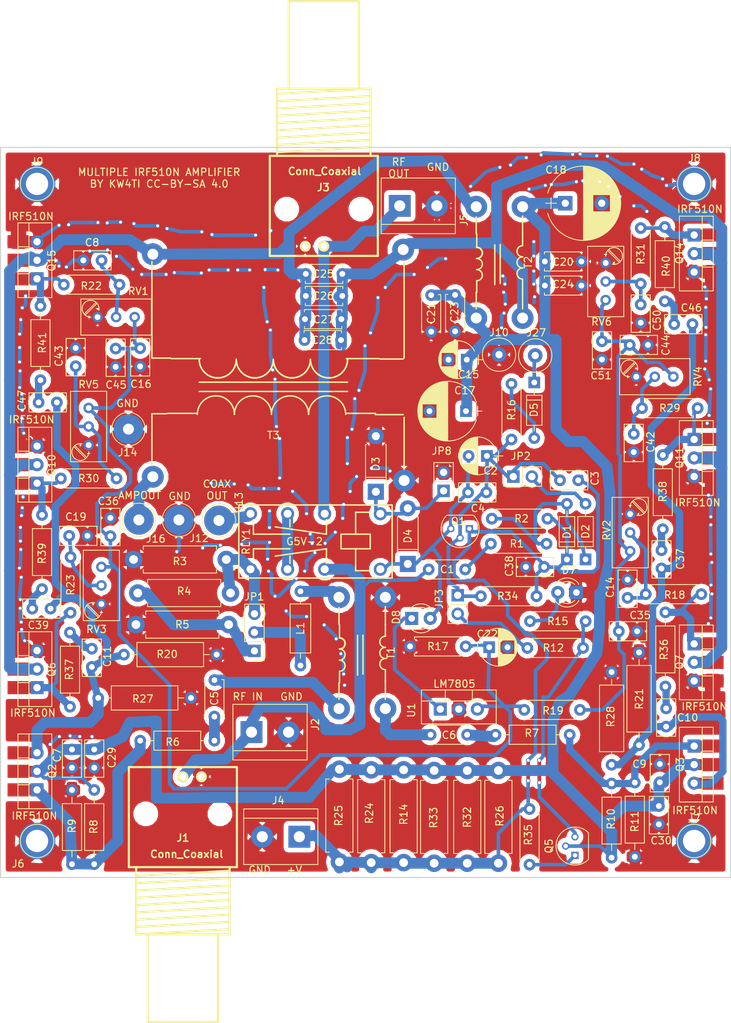
<source format=kicad_pcb>
(kicad_pcb (version 4) (host pcbnew 4.0.7)
  (layers (0 F.Cu signal) (31 B.Cu signal) (34 B.Paste user) (35 F.Paste user) (36 B.SilkS user) (37 F.SilkS user) (38 B.Mask user) (39 F.Mask user) (44 Edge.Cuts user))
  (net 0 "")
  (net 1 "Net-(C1-Pad1)")
  (net 2 "Net-(C1-Pad2)")
  (net 3 "Net-(C2-Pad1)")
  (net 4 "Net-(C2-Pad2)")
  (net 5 GND)
  (net 6 "Net-(C5-Pad1)")
  (net 7 "Net-(C5-Pad2)")
  (net 8 "Net-(C6-Pad1)")
  (net 9 "Net-(C6-Pad2)")
  (net 10 +5V)
  (net 11 "Net-(C10-Pad1)")
  (net 12 PASUPPLY)
  (net 13 "Net-(J3-Pad1)")
  (net 14 AMPOUTPUT)
  (net 15 "Net-(JP1-Pad1)")
  (net 16 "Net-(JP1-Pad2)")
  (net 17 AMPINPUT)
  (net 18 "Net-(L1-Pad2)")
  (net 19 "Net-(RLY1-Pad3)")
  (net 20 "Net-(C25-Pad1)")
  (net 21 "Net-(D7-Pad2)")
  (net 22 "Net-(D8-Pad1)")
  (net 23 "Net-(C10-Pad2)")
  (net 24 "Net-(C19-Pad1)")
  (net 25 "Net-(C25-Pad2)")
  (net 26 "Net-(D1-Pad2)")
  (net 27 "Net-(D3-Pad1)")
  (net 28 "Net-(Q2-Pad1)")
  (net 29 "Net-(Q3-Pad1)")
  (net 30 "Net-(C14-Pad1)")
  (net 31 COAXOUT)
  (net 32 "Net-(C8-Pad1)")
  (net 33 "Net-(C11-Pad1)")
  (net 34 "Net-(C11-Pad2)")
  (net 35 "Net-(C37-Pad1)")
  (net 36 "Net-(C39-Pad1)")
  (net 37 "Net-(C42-Pad1)")
  (net 38 "Net-(C43-Pad1)")
  (net 39 "Net-(C46-Pad1)")
  (net 40 "Net-(C47-Pad1)")
  (net 41 "Net-(C50-Pad1)")
  (net 42 "Net-(C35-Pad1)")
  (net 43 "Net-(D2-Pad2)")
  (net 44 +12V)
  (net 45 "Net-(D5-Pad1)")
  (net 46 "Net-(D5-Pad2)")
  (net 47 "Net-(JP3-Pad2)")
  (net 48 "Net-(Q5-Pad3)")
  (net 49 "Net-(Q5-Pad1)")
  (net 50 "Net-(Q6-Pad1)")
  (net 51 "Net-(Q7-Pad1)")
  (net 52 "Net-(Q10-Pad1)")
  (net 53 "Net-(Q11-Pad1)")
  (net 54 "Net-(Q14-Pad1)")
  (net 55 "Net-(Q15-Pad1)")
  (module Connectors_Terminal_Blocks:TerminalBlock_bornier-2_P5.08mm (layer F.Cu) (at 74.3712 120.0912)
    (fp_text reference J2 (at 8.7376 -1.0414 90) (layer F.SilkS))
    (fp_text value Conn_01x02)
    (pad 1 thru_hole rect (at 0 0) (size 3 3) (drill 1.52) (layers *.Cu *.Mask) (net 1 "Net-(C1-Pad1)"))
    (pad 2 thru_hole circle (at 5.08 0) (size 3 3) (drill 1.52) (layers *.Cu *.Mask) (net 5 GND))
  )
  (module Potentiometers:Potentiometer_Trimmer_Bourns_3296W (layer F.Cu) (at 53.81244 102.5398 270)
    (fp_text reference RV3 (at 3.46456 0.67056 360) (layer F.SilkS))
    (fp_text value 10k)
    (pad 1 thru_hole circle (at 0 0 270) (size 1.44 1.44) (drill 0.8) (layers *.Cu *.Mask) (net 5 GND))
    (pad 2 thru_hole circle (at -2.54 0 270) (size 1.44 1.44) (drill 0.8) (layers *.Cu *.Mask) (net 24 "Net-(C19-Pad1)"))
    (pad 3 thru_hole circle (at -5.08 0 270) (size 1.44 1.44) (drill 0.8) (layers *.Cu *.Mask) (net 10 +5V))
  )
  (module Resistors_THT:R_Axial_DIN0309_L9.0mm_D3.2mm_P12.70mm_Horizontal (layer F.Cu) (at 56.896 109.474)
    (fp_text reference R20 (at 5.9182 -0.0508) (layer F.SilkS))
    (fp_text value 51R)
    (pad 1 thru_hole circle (at 0 0) (size 1.6 1.6) (drill 0.8) (layers *.Cu *.Mask) (net 34 "Net-(C11-Pad2)"))
    (pad 2 thru_hole oval (at 12.7 0) (size 1.6 1.6) (drill 0.8) (layers *.Cu *.Mask) (net 5 GND))
  )
  (module Resistors_THT:R_Axial_DIN0207_L6.3mm_D2.5mm_P7.62mm_Horizontal (layer F.Cu) (at 114.7826 94.2848 180)
    (fp_text reference R1 (at 4.064 0 180) (layer F.SilkS))
    (fp_text value 1k)
    (pad 1 thru_hole circle (at 0 0 180) (size 1.6 1.6) (drill 0.8) (layers *.Cu *.Mask) (net 26 "Net-(D1-Pad2)"))
    (pad 2 thru_hole oval (at 7.62 0 180) (size 1.6 1.6) (drill 0.8) (layers *.Cu *.Mask) (net 2 "Net-(C1-Pad2)"))
  )
  (module Capacitors_THT:C_Disc_D5.0mm_W2.5mm_P5.00mm (layer F.Cu) (at 81.8134 60.3504)
    (fp_text reference C26 (at 2.3876 0) (layer F.SilkS))
    (fp_text value NC)
    (pad 1 thru_hole circle (at 0 0) (size 1.6 1.6) (drill 0.8) (layers *.Cu *.Mask) (net 20 "Net-(C25-Pad1)"))
    (pad 2 thru_hole circle (at 5 0) (size 1.6 1.6) (drill 0.8) (layers *.Cu *.Mask) (net 25 "Net-(C25-Pad2)"))
  )
  (module Resistors_THT:R_Axial_DIN0411_L9.9mm_D3.6mm_P12.70mm_Horizontal (layer F.Cu) (at 70.9168 96.4438 180)
    (fp_text reference R3 (at 6.35 -0.254 180) (layer F.SilkS))
    (fp_text value 130R)
    (pad 1 thru_hole circle (at 0 0 180) (size 2.4 2.4) (drill 1.2) (layers *.Cu *.Mask) (net 17 AMPINPUT))
    (pad 2 thru_hole oval (at 12.7 0 180) (size 2.4 2.4) (drill 1.2) (layers *.Cu *.Mask) (net 5 GND))
  )
  (module Capacitors_THT:CP_Radial_D5.0mm_P2.50mm (layer F.Cu) (at 106.6165 82.2579 180)
    (fp_text reference C2 (at -0.508 -2.032 180) (layer F.SilkS))
    (fp_text value "2.2 uF")
    (pad 1 thru_hole rect (at 0 0 180) (size 1.6 1.6) (drill 0.8) (layers *.Cu *.Mask) (net 3 "Net-(C2-Pad1)"))
    (pad 2 thru_hole circle (at 2.5 0 180) (size 1.6 1.6) (drill 0.8) (layers *.Cu *.Mask) (net 4 "Net-(C2-Pad2)"))
  )
  (module Capacitors_THT:C_Disc_D5.0mm_W2.5mm_P2.50mm (layer F.Cu) (at 119.126 85.598 180)
    (fp_text reference C3 (at -2.286 0.254 450) (layer F.SilkS))
    (fp_text value "1 nF")
    (pad 1 thru_hole circle (at 0 0 180) (size 1.6 1.6) (drill 0.8) (layers *.Cu *.Mask) (net 44 +12V))
    (pad 2 thru_hole circle (at 2.5 0 180) (size 1.6 1.6) (drill 0.8) (layers *.Cu *.Mask) (net 3 "Net-(C2-Pad1)"))
  )
  (module Capacitors_THT:C_Disc_D5.0mm_W2.5mm_P2.50mm (layer F.Cu) (at 106.5403 87.2617 180)
    (fp_text reference C4 (at 1.1557 -2.1844 180) (layer F.SilkS))
    (fp_text value "10 nF")
    (pad 1 thru_hole circle (at 0 0 180) (size 1.6 1.6) (drill 0.8) (layers *.Cu *.Mask) (net 3 "Net-(C2-Pad1)"))
    (pad 2 thru_hole circle (at 2.5 0 180) (size 1.6 1.6) (drill 0.8) (layers *.Cu *.Mask) (net 4 "Net-(C2-Pad2)"))
  )
  (module Capacitors_THT:C_Disc_D5.0mm_W2.5mm_P2.50mm (layer F.Cu) (at 49.784 124.968 90)
    (fp_text reference C7 (at 1.7145 -2.032 270) (layer F.SilkS))
    (fp_text value "100 nF")
    (pad 1 thru_hole circle (at 0 0 90) (size 1.6 1.6) (drill 0.8) (layers *.Cu *.Mask) (net 5 GND))
    (pad 2 thru_hole circle (at 2.5 0 90) (size 1.6 1.6) (drill 0.8) (layers *.Cu *.Mask) (net 12 PASUPPLY))
  )
  (module Capacitors_THT:C_Disc_D5.0mm_W2.5mm_P2.50mm (layer F.Cu) (at 53.8353 55.4736 180)
    (fp_text reference C8 (at 1.2954 2.4384 360) (layer F.SilkS))
    (fp_text value "100 nF")
    (pad 1 thru_hole circle (at 0 0 180) (size 1.6 1.6) (drill 0.8) (layers *.Cu *.Mask) (net 32 "Net-(C8-Pad1)"))
    (pad 2 thru_hole circle (at 2.5 0 180) (size 1.6 1.6) (drill 0.8) (layers *.Cu *.Mask) (net 5 GND))
  )
  (module Capacitors_THT:C_Disc_D5.0mm_W2.5mm_P2.50mm (layer F.Cu) (at 130.175 132.715 90)
    (fp_text reference C9 (at 8.255 -2.667 180) (layer F.SilkS))
    (fp_text value "100 nF")
    (pad 1 thru_hole circle (at 0 0 90) (size 1.6 1.6) (drill 0.8) (layers *.Cu *.Mask) (net 5 GND))
    (pad 2 thru_hole circle (at 2.5 0 90) (size 1.6 1.6) (drill 0.8) (layers *.Cu *.Mask) (net 12 PASUPPLY))
  )
  (module Capacitors_THT:CP_Radial_D5.0mm_P2.50mm (layer F.Cu) (at 103.8606 69.07784 180)
    (fp_text reference C15 (at -0.254 -2.032 180) (layer F.SilkS))
    (fp_text value "1 uF")
    (pad 1 thru_hole rect (at 0 0 180) (size 1.6 1.6) (drill 0.8) (layers *.Cu *.Mask) (net 12 PASUPPLY))
    (pad 2 thru_hole circle (at 2.5 0 180) (size 1.6 1.6) (drill 0.8) (layers *.Cu *.Mask) (net 5 GND))
  )
  (module Capacitors_THT:C_Disc_D5.0mm_W2.5mm_P2.50mm (layer F.Cu) (at 59.12104 67.50304 270)
    (fp_text reference C16 (at 4.91744 -0.11176 540) (layer F.SilkS))
    (fp_text value "100 nF")
    (pad 1 thru_hole circle (at 0 0 270) (size 1.6 1.6) (drill 0.8) (layers *.Cu *.Mask) (net 10 +5V))
    (pad 2 thru_hole circle (at 2.5 0 270) (size 1.6 1.6) (drill 0.8) (layers *.Cu *.Mask) (net 5 GND))
  )
  (module Capacitors_THT:CP_Radial_D8.0mm_P5.00mm (layer F.Cu) (at 103.74884 76.1238 180)
    (fp_text reference C17 (at 0.1524 2.8194 180) (layer F.SilkS))
    (fp_text value "10 uF")
    (pad 1 thru_hole rect (at 0 0 180) (size 1.6 1.6) (drill 0.8) (layers *.Cu *.Mask) (net 12 PASUPPLY))
    (pad 2 thru_hole circle (at 5 0 180) (size 1.6 1.6) (drill 0.8) (layers *.Cu *.Mask) (net 5 GND))
  )
  (module Capacitors_THT:CP_Radial_D10.0mm_P5.00mm (layer F.Cu) (at 117.348 47.6504)
    (fp_text reference C18 (at -1.27 -4.572) (layer F.SilkS))
    (fp_text value "100 uF")
    (pad 1 thru_hole rect (at 0 0) (size 2 2) (drill 1) (layers *.Cu *.Mask) (net 12 PASUPPLY))
    (pad 2 thru_hole circle (at 5 0) (size 2 2) (drill 1) (layers *.Cu *.Mask) (net 5 GND))
  )
  (module Capacitors_THT:C_Disc_D5.0mm_W2.5mm_P2.50mm (layer F.Cu) (at 49.39792 93.20784)
    (fp_text reference C19 (at 0.9144 -2.60096) (layer F.SilkS))
    (fp_text value "100 nF")
    (pad 1 thru_hole circle (at 0 0) (size 1.6 1.6) (drill 0.8) (layers *.Cu *.Mask) (net 24 "Net-(C19-Pad1)"))
    (pad 2 thru_hole circle (at 2.5 0) (size 1.6 1.6) (drill 0.8) (layers *.Cu *.Mask) (net 5 GND))
  )
  (module Capacitors_THT:CP_Radial_D5.0mm_P2.50mm (layer F.Cu) (at 106.934 108.458)
    (fp_text reference C22 (at -0.254 -1.778) (layer F.SilkS))
    (fp_text value "10 uF")
    (pad 1 thru_hole rect (at 0 0) (size 1.6 1.6) (drill 0.8) (layers *.Cu *.Mask) (net 10 +5V))
    (pad 2 thru_hole circle (at 2.5 0) (size 1.6 1.6) (drill 0.8) (layers *.Cu *.Mask) (net 5 GND))
  )
  (module Diodes_THT:D_DO-35_SOD27_P7.62mm_Horizontal (layer F.Cu) (at 117.5766 96.4438 90)
    (fp_text reference D1 (at 3.81 0 90) (layer F.SilkS))
    (fp_text value 1N4148)
    (pad 1 thru_hole rect (at 0 0 90) (size 1.6 1.6) (drill 0.8) (layers *.Cu *.Mask) (net 44 +12V))
    (pad 2 thru_hole oval (at 7.62 0 90) (size 1.6 1.6) (drill 0.8) (layers *.Cu *.Mask) (net 26 "Net-(D1-Pad2)"))
  )
  (module Diodes_THT:D_DO-35_SOD27_P7.62mm_Horizontal (layer F.Cu) (at 120.1293 96.4311 90)
    (fp_text reference D2 (at 3.81 0 90) (layer F.SilkS))
    (fp_text value 1N4148)
    (pad 1 thru_hole rect (at 0 0 90) (size 1.6 1.6) (drill 0.8) (layers *.Cu *.Mask) (net 26 "Net-(D1-Pad2)"))
    (pad 2 thru_hole oval (at 7.62 0 90) (size 1.6 1.6) (drill 0.8) (layers *.Cu *.Mask) (net 43 "Net-(D2-Pad2)"))
  )
  (module Diodes_THT:D_DO-41_SOD81_P7.62mm_Horizontal (layer F.Cu) (at 91.40444 87.1728 90)
    (fp_text reference D3 (at 3.81 0 90) (layer F.SilkS))
    (fp_text value 1N4744A)
    (pad 1 thru_hole rect (at 0 0 90) (size 2.2 2.2) (drill 1.1) (layers *.Cu *.Mask) (net 27 "Net-(D3-Pad1)"))
    (pad 2 thru_hole oval (at 7.62 0 90) (size 2.2 2.2) (drill 1.1) (layers *.Cu *.Mask) (net 5 GND))
  )
  (module Diodes_THT:D_DO-41_SOD81_P7.62mm_Horizontal (layer F.Cu) (at 95.7834 97.0534 90)
    (fp_text reference D4 (at 3.81 0 90) (layer F.SilkS))
    (fp_text value 1N4004)
    (pad 1 thru_hole rect (at 0 0 90) (size 2.2 2.2) (drill 1.1) (layers *.Cu *.Mask) (net 4 "Net-(C2-Pad2)"))
    (pad 2 thru_hole oval (at 7.62 0 90) (size 2.2 2.2) (drill 1.1) (layers *.Cu *.Mask) (net 27 "Net-(D3-Pad1)"))
  )
  (module Connectors_Terminal_Blocks:TerminalBlock_bornier-2_P5.08mm (layer F.Cu) (at 80.9244 134.4168 180)
    (fp_text reference J4 (at 2.8956 4.953 360) (layer F.SilkS))
    (fp_text value Conn_01x02)
    (pad 1 thru_hole rect (at 0 0 180) (size 3 3) (drill 1.52) (layers *.Cu *.Mask) (net 44 +12V))
    (pad 2 thru_hole circle (at 5.08 0 180) (size 3 3) (drill 1.52) (layers *.Cu *.Mask) (net 5 GND))
  )
  (module Connectors_Terminal_Blocks:TerminalBlock_bornier-2_P5.08mm (layer F.Cu) (at 94.6785 48.006)
    (fp_text reference J5 (at 8.8138 1.9558 90) (layer F.SilkS))
    (fp_text value Conn_01x02)
    (pad 1 thru_hole rect (at 0 0) (size 3 3) (drill 1.52) (layers *.Cu *.Mask) (net 13 "Net-(J3-Pad1)"))
    (pad 2 thru_hole circle (at 5.08 0) (size 3 3) (drill 1.52) (layers *.Cu *.Mask) (net 5 GND))
  )
  (module Pin_Headers:Pin_Header_Straight_1x03_Pitch2.54mm (layer F.Cu) (at 74.7776 108.966 180)
    (fp_text reference JP1 (at 0.0254 7.4168 180) (layer F.SilkS))
    (fp_text value Jumper_NC_Dual)
    (pad 1 thru_hole rect (at 0 0 180) (size 1.7 1.7) (drill 1) (layers *.Cu *.Mask) (net 15 "Net-(JP1-Pad1)"))
    (pad 2 thru_hole oval (at 0 2.54 180) (size 1.7 1.7) (drill 1) (layers *.Cu *.Mask) (net 16 "Net-(JP1-Pad2)"))
    (pad 3 thru_hole oval (at 0 5.08 180) (size 1.7 1.7) (drill 1) (layers *.Cu *.Mask) (net 17 AMPINPUT))
  )
  (module Inductors_THT:L_Axial_L6.6mm_D2.7mm_P10.16mm_Horizontal_Vishay_IM-2 (layer F.Cu) (at 81.0768 110.9726 90)
    (fp_text reference L1 (at 5.08 0 90) (layer F.SilkS))
    (fp_text value L)
    (pad 1 thru_hole circle (at 0 0 90) (size 1.6 1.6) (drill 0.8) (layers *.Cu *.Mask) (net 16 "Net-(JP1-Pad2)"))
    (pad 2 thru_hole oval (at 10.16 0 90) (size 1.6 1.6) (drill 0.8) (layers *.Cu *.Mask) (net 18 "Net-(L1-Pad2)"))
  )
  (module TO_SOT_Packages_THT:TO-92_Molded_Narrow (layer F.Cu) (at 104.2162 92.2274 180)
    (fp_text reference Q1 (at 1.524 1.016 180) (layer F.SilkS))
    (fp_text value 2N3906)
    (pad 2 thru_hole circle (at 1.27 -1.27 270) (size 1 1) (drill 0.6) (layers *.Cu *.Mask) (net 3 "Net-(C2-Pad1)"))
    (pad 3 thru_hole circle (at 2.54 0 270) (size 1 1) (drill 0.6) (layers *.Cu *.Mask) (net 4 "Net-(C2-Pad2)"))
    (pad 1 thru_hole rect (at 0 0 270) (size 1 1) (drill 0.6) (layers *.Cu *.Mask) (net 44 +12V))
  )
  (module Resistors_THT:R_Axial_DIN0207_L6.3mm_D2.5mm_P7.62mm_Horizontal (layer F.Cu) (at 114.9096 90.8558 180)
    (fp_text reference R2 (at 3.556 0 180) (layer F.SilkS))
    (fp_text value 4k7)
    (pad 1 thru_hole circle (at 0 0 180) (size 1.6 1.6) (drill 0.8) (layers *.Cu *.Mask) (net 44 +12V))
    (pad 2 thru_hole oval (at 7.62 0 180) (size 1.6 1.6) (drill 0.8) (layers *.Cu *.Mask) (net 26 "Net-(D1-Pad2)"))
  )
  (module Resistors_THT:R_Axial_DIN0411_L9.9mm_D3.6mm_P12.70mm_Horizontal (layer F.Cu) (at 58.801 101.0412)
    (fp_text reference R4 (at 6.35 -0.254) (layer F.SilkS))
    (fp_text value 39R)
    (pad 1 thru_hole circle (at 0 0) (size 2.4 2.4) (drill 1.2) (layers *.Cu *.Mask) (net 15 "Net-(JP1-Pad1)"))
    (pad 2 thru_hole oval (at 12.7 0) (size 2.4 2.4) (drill 1.2) (layers *.Cu *.Mask) (net 17 AMPINPUT))
  )
  (module Resistors_THT:R_Axial_DIN0411_L9.9mm_D3.6mm_P12.70mm_Horizontal (layer F.Cu) (at 71.247 105.3592 180)
    (fp_text reference R5 (at 6.35 0 180) (layer F.SilkS))
    (fp_text value 130R)
    (pad 1 thru_hole circle (at 0 0 180) (size 2.4 2.4) (drill 1.2) (layers *.Cu *.Mask) (net 15 "Net-(JP1-Pad1)"))
    (pad 2 thru_hole oval (at 12.7 0 180) (size 2.4 2.4) (drill 1.2) (layers *.Cu *.Mask) (net 5 GND))
  )
  (module Resistors_THT:R_Axial_DIN0207_L6.3mm_D2.5mm_P10.16mm_Horizontal (layer F.Cu) (at 49.784 138.176 90)
    (fp_text reference R9 (at 5.2324 0 90) (layer F.SilkS))
    (fp_text value 1k)
    (pad 1 thru_hole circle (at 0 0 90) (size 1.6 1.6) (drill 0.8) (layers *.Cu *.Mask) (net 28 "Net-(Q2-Pad1)"))
    (pad 2 thru_hole oval (at 10.16 0 90) (size 1.6 1.6) (drill 0.8) (layers *.Cu *.Mask) (net 5 GND))
  )
  (module Resistors_THT:R_Axial_DIN0207_L6.3mm_D2.5mm_P10.16mm_Horizontal (layer F.Cu) (at 126.873 127 270)
    (fp_text reference R11 (at 5.334 0 270) (layer F.SilkS))
    (fp_text value 1k)
    (pad 1 thru_hole circle (at 0 0 270) (size 1.6 1.6) (drill 0.8) (layers *.Cu *.Mask) (net 29 "Net-(Q3-Pad1)"))
    (pad 2 thru_hole oval (at 10.16 0 270) (size 1.6 1.6) (drill 0.8) (layers *.Cu *.Mask) (net 5 GND))
  )
  (module Resistors_THT:R_Axial_DIN0207_L6.3mm_D2.5mm_P7.62mm_Horizontal (layer F.Cu) (at 112.1664 108.5596)
    (fp_text reference R12 (at 3.556 0) (layer F.SilkS))
    (fp_text value 220R)
    (pad 1 thru_hole circle (at 0 0) (size 1.6 1.6) (drill 0.8) (layers *.Cu *.Mask) (net 47 "Net-(JP3-Pad2)"))
    (pad 2 thru_hole oval (at 7.62 0) (size 1.6 1.6) (drill 0.8) (layers *.Cu *.Mask) (net 48 "Net-(Q5-Pad3)"))
  )
  (module Resistors_THT:R_Axial_DIN0411_L9.9mm_D3.6mm_P12.70mm_Horizontal (layer F.Cu) (at 95.21444 125.26264 270)
    (fp_text reference R14 (at 6.096 0 270) (layer F.SilkS))
    (fp_text value 0R2)
    (pad 1 thru_hole circle (at 0 0 270) (size 2.4 2.4) (drill 1.2) (layers *.Cu *.Mask) (net 12 PASUPPLY))
    (pad 2 thru_hole oval (at 12.7 0 270) (size 2.4 2.4) (drill 1.2) (layers *.Cu *.Mask) (net 44 +12V))
  )
  (module Resistors_THT:R_Axial_DIN0207_L6.3mm_D2.5mm_P7.62mm_Horizontal (layer F.Cu) (at 120.142 104.902 180)
    (fp_text reference R15 (at 3.81 0 180) (layer F.SilkS))
    (fp_text value 10k)
    (pad 1 thru_hole circle (at 0 0 180) (size 1.6 1.6) (drill 0.8) (layers *.Cu *.Mask) (net 48 "Net-(Q5-Pad3)"))
    (pad 2 thru_hole oval (at 7.62 0 180) (size 1.6 1.6) (drill 0.8) (layers *.Cu *.Mask) (net 21 "Net-(D7-Pad2)"))
  )
  (module Resistors_THT:R_Axial_DIN0207_L6.3mm_D2.5mm_P7.62mm_Horizontal (layer F.Cu) (at 103.71328 108.35132 180)
    (fp_text reference R17 (at 3.81 0 180) (layer F.SilkS))
    (fp_text value 10k)
    (pad 1 thru_hole circle (at 0 0 180) (size 1.6 1.6) (drill 0.8) (layers *.Cu *.Mask) (net 10 +5V))
    (pad 2 thru_hole oval (at 7.62 0 180) (size 1.6 1.6) (drill 0.8) (layers *.Cu *.Mask) (net 5 GND))
  )
  (module PA:G2VRelay (layer F.Cu) (at 89.6366 93.98 180)
    (fp_text reference RLY1 (at 16 0 270) (layer F.SilkS))
    (fp_text value DPDTRelay)
    (fp_text user G5V-2 (at 8 0 180) (layer F.SilkS))
    (pad 2 thru_hole circle (at 5.24 -3.8 180) (size 1.8 1.8) (drill 1.1) (layers *.Cu *.Mask) (net 1 "Net-(C1-Pad1)"))
    (pad 4 thru_hole circle (at 15.4 -3.8 180) (size 1.8 1.8) (drill 1.1) (layers *.Cu *.Mask) (net 17 AMPINPUT))
    (pad 3 thru_hole circle (at 10.32 -3.8 180) (size 1.8 1.8) (drill 1.1) (layers *.Cu *.Mask) (net 19 "Net-(RLY1-Pad3)"))
    (pad 7 thru_hole circle (at 10.32 3.8 180) (size 1.8 1.8) (drill 1.1) (layers *.Cu *.Mask) (net 19 "Net-(RLY1-Pad3)"))
    (pad 6 thru_hole circle (at 5.24 3.8 180) (size 1.8 1.8) (drill 1.1) (layers *.Cu *.Mask) (net 13 "Net-(J3-Pad1)"))
    (pad 8 thru_hole circle (at 15.4 3.8 180) (size 1.8 1.8) (drill 1.1) (layers *.Cu *.Mask) (net 31 COAXOUT))
    (pad 1 thru_hole circle (at -2.38 -3.8 180) (size 1.8 1.8) (drill 1.1) (layers *.Cu *.Mask) (net 4 "Net-(C2-Pad2)"))
    (pad 5 thru_hole circle (at -2.38 3.8 180) (size 1.8 1.8) (drill 1.1) (layers *.Cu *.Mask) (net 27 "Net-(D3-Pad1)"))
  )
  (module Potentiometers:Potentiometer_Trimmer_Bourns_3296W (layer F.Cu) (at 53.2892 63.246 180)
    (fp_text reference RV1 (at -5.5753 3.556 180) (layer F.SilkS))
    (fp_text value 10k)
    (pad 1 thru_hole circle (at 0 0 180) (size 1.44 1.44) (drill 0.8) (layers *.Cu *.Mask) (net 5 GND))
    (pad 2 thru_hole circle (at -2.54 0 180) (size 1.44 1.44) (drill 0.8) (layers *.Cu *.Mask) (net 32 "Net-(C8-Pad1)"))
    (pad 3 thru_hole circle (at -5.08 0 180) (size 1.44 1.44) (drill 0.8) (layers *.Cu *.Mask) (net 10 +5V))
  )
  (module Potentiometers:Potentiometer_Trimmer_Bourns_3296W (layer F.Cu) (at 126.238 90.2208 90)
    (fp_text reference RV2 (at -2.2098 -3.2004 270) (layer F.SilkS))
    (fp_text value 10k)
    (pad 1 thru_hole circle (at 0 0 90) (size 1.44 1.44) (drill 0.8) (layers *.Cu *.Mask) (net 5 GND))
    (pad 2 thru_hole circle (at -2.54 0 90) (size 1.44 1.44) (drill 0.8) (layers *.Cu *.Mask) (net 30 "Net-(C14-Pad1)"))
    (pad 3 thru_hole circle (at -5.08 0 90) (size 1.44 1.44) (drill 0.8) (layers *.Cu *.Mask) (net 42 "Net-(C35-Pad1)"))
  )
  (module Connectors:1pin (layer F.Cu) (at 45 135)
    (fp_text reference J6 (at -2.582 3.1252) (layer F.SilkS))
    (fp_text value Conn_01x01)
    (pad 1 thru_hole circle (at 0 0) (size 5 5) (drill 3.048) (layers *.Cu *.Mask) (net 5 GND))
  )
  (module Connectors:1pin (layer F.Cu) (at 135 135)
    (fp_text reference J7 (at 0 -3.048) (layer F.SilkS))
    (fp_text value Conn_01x01)
    (pad 1 thru_hole circle (at 0 0) (size 5 5) (drill 3.048) (layers *.Cu *.Mask) (net 5 GND))
  )
  (module Connectors:1pin (layer F.Cu) (at 135 45)
    (fp_text reference J8 (at 0.0518 -3.4964) (layer F.SilkS))
    (fp_text value Conn_01x01)
    (pad 1 thru_hole circle (at 0 0) (size 5 5) (drill 3.048) (layers *.Cu *.Mask) (net 5 GND))
  )
  (module Connectors:1pin (layer F.Cu) (at 45 45)
    (fp_text reference J9 (at 0 -3.048) (layer F.SilkS))
    (fp_text value Conn_01x01)
    (pad 1 thru_hole circle (at 0 0) (size 5 5) (drill 3.048) (layers *.Cu *.Mask) (net 5 GND))
  )
  (module Capacitors_THT:C_Disc_D5.0mm_W2.5mm_P5.00mm (layer F.Cu) (at 69.2912 117.96268 90)
    (fp_text reference C5 (at 2.4892 0 90) (layer F.SilkS))
    (fp_text value "100 nF")
    (pad 1 thru_hole circle (at 0 0 90) (size 1.6 1.6) (drill 0.8) (layers *.Cu *.Mask) (net 6 "Net-(C5-Pad1)"))
    (pad 2 thru_hole circle (at 5 0 90) (size 1.6 1.6) (drill 0.8) (layers *.Cu *.Mask) (net 7 "Net-(C5-Pad2)"))
  )
  (module Capacitors_THT:C_Disc_D5.0mm_W2.5mm_P5.00mm (layer F.Cu) (at 98.9076 120.4468)
    (fp_text reference C6 (at 2.5146 0.0508) (layer F.SilkS))
    (fp_text value "100 nF")
    (pad 1 thru_hole circle (at 0 0) (size 1.6 1.6) (drill 0.8) (layers *.Cu *.Mask) (net 8 "Net-(C6-Pad1)"))
    (pad 2 thru_hole circle (at 5 0) (size 1.6 1.6) (drill 0.8) (layers *.Cu *.Mask) (net 9 "Net-(C6-Pad2)"))
  )
  (module Capacitors_THT:C_Disc_D5.0mm_W2.5mm_P5.00mm (layer F.Cu) (at 98.64344 97.80524)
    (fp_text reference C1 (at 2.54 0) (layer F.SilkS))
    (fp_text value "1 nF")
    (pad 1 thru_hole circle (at 0 0) (size 1.6 1.6) (drill 0.8) (layers *.Cu *.Mask) (net 1 "Net-(C1-Pad1)"))
    (pad 2 thru_hole circle (at 5 0) (size 1.6 1.6) (drill 0.8) (layers *.Cu *.Mask) (net 2 "Net-(C1-Pad2)"))
  )
  (module Capacitors_THT:C_Disc_D5.0mm_W2.5mm_P2.50mm (layer F.Cu) (at 114.4524 97.4598 180)
    (fp_text reference C38 (at 4.75996 0.11176 270) (layer F.SilkS))
    (fp_text value "100 nF")
    (pad 1 thru_hole circle (at 0 0 180) (size 1.6 1.6) (drill 0.8) (layers *.Cu *.Mask) (net 44 +12V))
    (pad 2 thru_hole circle (at 2.5 0 180) (size 1.6 1.6) (drill 0.8) (layers *.Cu *.Mask) (net 5 GND))
  )
  (module Connectors:1pin (layer F.Cu) (at 113.2332 68.5038 90)
    (fp_text reference J27 (at 3.1242 0.1524 180) (layer F.SilkS))
    (fp_text value Conn_01x01)
    (pad 1 thru_hole circle (at 0 0 90) (size 2 2) (drill 1) (layers *.Cu *.Mask) (net 45 "Net-(D5-Pad1)"))
  )
  (module Resistors_THT:R_Axial_DIN0207_L6.3mm_D2.5mm_P7.62mm_Horizontal (layer F.Cu) (at 109.982 72.39 270)
    (fp_text reference R16 (at 3.556 0 270) (layer F.SilkS))
    (fp_text value 470R)
    (pad 1 thru_hole circle (at 0 0 270) (size 1.6 1.6) (drill 0.8) (layers *.Cu *.Mask) (net 46 "Net-(D5-Pad2)"))
    (pad 2 thru_hole oval (at 7.62 0 270) (size 1.6 1.6) (drill 0.8) (layers *.Cu *.Mask) (net 3 "Net-(C2-Pad1)"))
  )
  (module Resistors_THT:R_Axial_DIN0207_L6.3mm_D2.5mm_P10.16mm_Horizontal (layer F.Cu) (at 52.832 128.016 270)
    (fp_text reference R8 (at 5.03428 0.0762 270) (layer F.SilkS))
    (fp_text value 470R)
    (pad 1 thru_hole circle (at 0 0 270) (size 1.6 1.6) (drill 0.8) (layers *.Cu *.Mask) (net 12 PASUPPLY))
    (pad 2 thru_hole oval (at 10.16 0 270) (size 1.6 1.6) (drill 0.8) (layers *.Cu *.Mask) (net 28 "Net-(Q2-Pad1)"))
  )
  (module Resistors_THT:R_Axial_DIN0207_L6.3mm_D2.5mm_P10.16mm_Horizontal (layer F.Cu) (at 123.698 137.287 90)
    (fp_text reference R10 (at 5.3086 -0.0762 90) (layer F.SilkS))
    (fp_text value 470R)
    (pad 1 thru_hole circle (at 0 0 90) (size 1.6 1.6) (drill 0.8) (layers *.Cu *.Mask) (net 12 PASUPPLY))
    (pad 2 thru_hole oval (at 10.16 0 90) (size 1.6 1.6) (drill 0.8) (layers *.Cu *.Mask) (net 29 "Net-(Q3-Pad1)"))
  )
  (module Resistors_THT:R_Axial_DIN0207_L6.3mm_D2.5mm_P10.16mm_Horizontal (layer F.Cu) (at 69.2912 121.2596 180)
    (fp_text reference R6 (at 5.715 -0.18796 180) (layer F.SilkS))
    (fp_text value 4R7)
    (pad 1 thru_hole circle (at 0 0 180) (size 1.6 1.6) (drill 0.8) (layers *.Cu *.Mask) (net 6 "Net-(C5-Pad1)"))
    (pad 2 thru_hole oval (at 10.16 0 180) (size 1.6 1.6) (drill 0.8) (layers *.Cu *.Mask) (net 28 "Net-(Q2-Pad1)"))
  )
  (module Resistors_THT:R_Axial_DIN0207_L6.3mm_D2.5mm_P10.16mm_Horizontal (layer F.Cu) (at 107.7976 120.4468)
    (fp_text reference R7 (at 4.97332 -0.22352) (layer F.SilkS))
    (fp_text value 4R7)
    (pad 1 thru_hole circle (at 0 0) (size 1.6 1.6) (drill 0.8) (layers *.Cu *.Mask) (net 9 "Net-(C6-Pad2)"))
    (pad 2 thru_hole oval (at 10.16 0) (size 1.6 1.6) (drill 0.8) (layers *.Cu *.Mask) (net 29 "Net-(Q3-Pad1)"))
  )
  (module LEDs:LED_D3.0mm (layer F.Cu) (at 118.872 100.965 180)
    (fp_text reference D7 (at 1.016 3.048 180) (layer F.SilkS))
    (fp_text value LED)
    (pad 1 thru_hole rect (at 0 0 180) (size 1.8 1.8) (drill 0.9) (layers *.Cu *.Mask) (net 5 GND))
    (pad 2 thru_hole circle (at 2.54 0 180) (size 1.8 1.8) (drill 0.9) (layers *.Cu *.Mask) (net 21 "Net-(D7-Pad2)"))
  )
  (module PA:TO-220-3_Vertical_WithPads (layer F.Cu) (at 45 128 90)
    (fp_text reference Q2 (at 2.5748 2.0916 270) (layer F.SilkS))
    (fp_text value IRF510N)
    (pad 1 thru_hole rect (at 0 0 90) (size 1.8 1.8) (drill 1) (layers *.Cu *.Mask) (net 28 "Net-(Q2-Pad1)"))
    (pad 2 thru_hole oval (at 2.54 0 90) (size 1.8 1.8) (drill 1) (layers *.Cu *.Mask) (net 12 PASUPPLY))
    (pad 3 thru_hole oval (at 5.08 0 90) (size 1.8 1.8) (drill 1) (layers *.Cu *.Mask) (net 34 "Net-(C11-Pad2)"))
    (pad 1 smd rect (at 0 -2.54 90) (size 1.8 3) (layers F.Cu F.Paste F.Mask) (net 28 "Net-(Q2-Pad1)"))
    (pad 2 smd rect (at 2.54 -2.54 90) (size 1.8 3) (layers F.Cu F.Paste F.Mask) (net 12 PASUPPLY))
    (pad 3 smd rect (at 5.08 -2.54 90) (size 1.8 3) (layers F.Cu F.Paste F.Mask) (net 34 "Net-(C11-Pad2)"))
  )
  (module PA:TO-220-3_Vertical_WithPads (layer F.Cu) (at 135 122 270)
    (fp_text reference Q3 (at 2.5108 1.9167 450) (layer F.SilkS))
    (fp_text value IRF510N)
    (pad 1 thru_hole rect (at 0 0 270) (size 1.8 1.8) (drill 1) (layers *.Cu *.Mask) (net 29 "Net-(Q3-Pad1)"))
    (pad 2 thru_hole oval (at 2.54 0 270) (size 1.8 1.8) (drill 1) (layers *.Cu *.Mask) (net 12 PASUPPLY))
    (pad 3 thru_hole oval (at 5.08 0 270) (size 1.8 1.8) (drill 1) (layers *.Cu *.Mask) (net 23 "Net-(C10-Pad2)"))
    (pad 1 smd rect (at 0 -2.54 270) (size 1.8 3) (layers F.Cu F.Paste F.Mask) (net 29 "Net-(Q3-Pad1)"))
    (pad 2 smd rect (at 2.54 -2.54 270) (size 1.8 3) (layers F.Cu F.Paste F.Mask) (net 12 PASUPPLY))
    (pad 3 smd rect (at 5.08 -2.54 270) (size 1.8 3) (layers F.Cu F.Paste F.Mask) (net 23 "Net-(C10-Pad2)"))
  )
  (module Pin_Headers:Pin_Header_Straight_1x02_Pitch2.54mm (layer F.Cu) (at 100.6856 87.0458 180)
    (fp_text reference JP8 (at 0.254 5.461 360) (layer F.SilkS))
    (fp_text value Jumper_NC_Small)
    (pad 1 thru_hole rect (at 0 0 180) (size 1.7 1.7) (drill 1) (layers *.Cu *.Mask) (net 27 "Net-(D3-Pad1)"))
    (pad 2 thru_hole oval (at 0 2.54 180) (size 1.7 1.7) (drill 1) (layers *.Cu *.Mask) (net 5 GND))
  )
  (module LEDs:LED_D3.0mm (layer F.Cu) (at 96.3168 104.51084)
    (fp_text reference D8 (at -2.1209 -0.1651 90) (layer F.SilkS))
    (fp_text value LED)
    (pad 1 thru_hole rect (at 0 0) (size 1.8 1.8) (drill 0.9) (layers *.Cu *.Mask) (net 22 "Net-(D8-Pad1)"))
    (pad 2 thru_hole circle (at 2.54 0) (size 1.8 1.8) (drill 0.9) (layers *.Cu *.Mask) (net 4 "Net-(C2-Pad2)"))
  )
  (module Capacitors_THT:C_Disc_D5.0mm_W2.5mm_P2.50mm (layer F.Cu) (at 125.8824 101.7016 90)
    (fp_text reference C14 (at 1.45288 -2.3876 270) (layer F.SilkS))
    (fp_text value "100 nF")
    (pad 1 thru_hole circle (at 0 0 90) (size 1.6 1.6) (drill 0.8) (layers *.Cu *.Mask) (net 30 "Net-(C14-Pad1)"))
    (pad 2 thru_hole circle (at 2.5 0 90) (size 1.6 1.6) (drill 0.8) (layers *.Cu *.Mask) (net 5 GND))
  )
  (module Connectors:1pin (layer F.Cu) (at 108.2802 68.3895)
    (fp_text reference J10 (at 0 -3.048) (layer F.SilkS))
    (fp_text value Conn_01x01)
    (pad 1 thru_hole circle (at 0 0) (size 2 2) (drill 1) (layers *.Cu *.Mask) (net 5 GND))
  )
  (module PA:TO-220-3_Vertical_WithPads (layer F.Cu) (at 45 114 90)
    (fp_text reference Q6 (at 2.5 2 90) (layer F.SilkS))
    (fp_text value IRF510N)
    (pad 1 thru_hole rect (at 0 0 90) (size 1.8 1.8) (drill 1) (layers *.Cu *.Mask) (net 50 "Net-(Q6-Pad1)"))
    (pad 2 thru_hole oval (at 2.54 0 90) (size 1.8 1.8) (drill 1) (layers *.Cu *.Mask) (net 20 "Net-(C25-Pad1)"))
    (pad 3 thru_hole oval (at 5.08 0 90) (size 1.8 1.8) (drill 1) (layers *.Cu *.Mask) (net 5 GND))
    (pad 1 smd rect (at 0 -2.54 90) (size 1.8 3) (layers F.Cu F.Paste F.Mask) (net 50 "Net-(Q6-Pad1)"))
    (pad 2 smd rect (at 2.54 -2.54 90) (size 1.8 3) (layers F.Cu F.Paste F.Mask) (net 20 "Net-(C25-Pad1)"))
    (pad 3 smd rect (at 5.08 -2.54 90) (size 1.8 3) (layers F.Cu F.Paste F.Mask) (net 5 GND))
  )
  (module PA:TO-220-3_Vertical_WithPads (layer F.Cu) (at 135 108 270)
    (fp_text reference Q7 (at 2.5 2 270) (layer F.SilkS))
    (fp_text value IRF510N)
    (pad 1 thru_hole rect (at 0 0 270) (size 1.8 1.8) (drill 1) (layers *.Cu *.Mask) (net 51 "Net-(Q7-Pad1)"))
    (pad 2 thru_hole oval (at 2.54 0 270) (size 1.8 1.8) (drill 1) (layers *.Cu *.Mask) (net 25 "Net-(C25-Pad2)"))
    (pad 3 thru_hole oval (at 5.08 0 270) (size 1.8 1.8) (drill 1) (layers *.Cu *.Mask) (net 5 GND))
    (pad 1 smd rect (at 0 -2.54 270) (size 1.8 3) (layers F.Cu F.Paste F.Mask) (net 51 "Net-(Q7-Pad1)"))
    (pad 2 smd rect (at 2.54 -2.54 270) (size 1.8 3) (layers F.Cu F.Paste F.Mask) (net 25 "Net-(C25-Pad2)"))
    (pad 3 smd rect (at 5.08 -2.54 270) (size 1.8 3) (layers F.Cu F.Paste F.Mask) (net 5 GND))
  )
  (module PA:TO-220-3_Vertical_WithPads (layer F.Cu) (at 45 86 90)
    (fp_text reference Q10 (at 2.5 2 90) (layer F.SilkS))
    (fp_text value IRF510N)
    (pad 1 thru_hole rect (at 0 0 90) (size 1.8 1.8) (drill 1) (layers *.Cu *.Mask) (net 52 "Net-(Q10-Pad1)"))
    (pad 2 thru_hole oval (at 2.54 0 90) (size 1.8 1.8) (drill 1) (layers *.Cu *.Mask) (net 20 "Net-(C25-Pad1)"))
    (pad 3 thru_hole oval (at 5.08 0 90) (size 1.8 1.8) (drill 1) (layers *.Cu *.Mask) (net 5 GND))
    (pad 1 smd rect (at 0 -2.54 90) (size 1.8 3) (layers F.Cu F.Paste F.Mask) (net 52 "Net-(Q10-Pad1)"))
    (pad 2 smd rect (at 2.54 -2.54 90) (size 1.8 3) (layers F.Cu F.Paste F.Mask) (net 20 "Net-(C25-Pad1)"))
    (pad 3 smd rect (at 5.08 -2.54 90) (size 1.8 3) (layers F.Cu F.Paste F.Mask) (net 5 GND))
  )
  (module PA:TO-220-3_Vertical_WithPads (layer F.Cu) (at 135 80 270)
    (fp_text reference Q11 (at 2.5 2 270) (layer F.SilkS))
    (fp_text value IRF510N)
    (pad 1 thru_hole rect (at 0 0 270) (size 1.8 1.8) (drill 1) (layers *.Cu *.Mask) (net 53 "Net-(Q11-Pad1)"))
    (pad 2 thru_hole oval (at 2.54 0 270) (size 1.8 1.8) (drill 1) (layers *.Cu *.Mask) (net 25 "Net-(C25-Pad2)"))
    (pad 3 thru_hole oval (at 5.08 0 270) (size 1.8 1.8) (drill 1) (layers *.Cu *.Mask) (net 5 GND))
    (pad 1 smd rect (at 0 -2.54 270) (size 1.8 3) (layers F.Cu F.Paste F.Mask) (net 53 "Net-(Q11-Pad1)"))
    (pad 2 smd rect (at 2.54 -2.54 270) (size 1.8 3) (layers F.Cu F.Paste F.Mask) (net 25 "Net-(C25-Pad2)"))
    (pad 3 smd rect (at 5.08 -2.54 270) (size 1.8 3) (layers F.Cu F.Paste F.Mask) (net 5 GND))
  )
  (module PA:TO-220-3_Vertical_WithPads (layer F.Cu) (at 135 52 270)
    (fp_text reference Q14 (at 2.5 2 270) (layer F.SilkS))
    (fp_text value IRF510N)
    (pad 1 thru_hole rect (at 0 0 270) (size 1.8 1.8) (drill 1) (layers *.Cu *.Mask) (net 54 "Net-(Q14-Pad1)"))
    (pad 2 thru_hole oval (at 2.54 0 270) (size 1.8 1.8) (drill 1) (layers *.Cu *.Mask) (net 25 "Net-(C25-Pad2)"))
    (pad 3 thru_hole oval (at 5.08 0 270) (size 1.8 1.8) (drill 1) (layers *.Cu *.Mask) (net 5 GND))
    (pad 1 smd rect (at 0 -2.54 270) (size 1.8 3) (layers F.Cu F.Paste F.Mask) (net 54 "Net-(Q14-Pad1)"))
    (pad 2 smd rect (at 2.54 -2.54 270) (size 1.8 3) (layers F.Cu F.Paste F.Mask) (net 25 "Net-(C25-Pad2)"))
    (pad 3 smd rect (at 5.08 -2.54 270) (size 1.8 3) (layers F.Cu F.Paste F.Mask) (net 5 GND))
  )
  (module w_conn_rf:bnc_90_1-1337543-0 (layer F.Cu) (at 84.2772 41.16324 180)
    (fp_text reference J3 (at 0.06604 -4.32308 180) (layer F.SilkS) (effects (font (thickness 0.2))))
    (fp_text value Conn_Coaxial (at -0.1016 -2.1082 180) (layer F.SilkS) (effects (font (thickness 0.2))))
    (pad 1 thru_hole circle (at 0 -12.38 180) (size 1.5 1.5) (drill 0.9) (layers *.Cu *.Mask F.SilkS) (net 13 "Net-(J3-Pad1)"))
    (pad 2 thru_hole circle (at 2.54 -12.38 180) (size 1.5 1.5) (drill 0.9) (layers *.Cu *.Mask F.SilkS) (net 5 GND))
    (pad "" np_thru_hole circle (at 5.08 -7.3 180) (size 2.1 2.1) (drill 2.1) (layers *.Cu *.Mask F.SilkS))
    (pad "" np_thru_hole circle (at -5.08 -7.3 180) (size 2.1 2.1) (drill 2.1) (layers *.Cu *.Mask F.SilkS))
  )
  (module w_conn_rf:bnc_90_1-1337543-0 (layer F.Cu) (at 64.9732 138.5824)
    (fp_text reference J1 (at 0 -4.0005) (layer F.SilkS) (effects (font (thickness 0.2))))
    (fp_text value Conn_Coaxial (at 0.5334 -1.778) (layer F.SilkS) (effects (font (thickness 0.2))))
    (pad 1 thru_hole circle (at 0 -12.38) (size 1.5 1.5) (drill 0.9) (layers *.Cu *.Mask F.SilkS) (net 1 "Net-(C1-Pad1)"))
    (pad 2 thru_hole circle (at 2.54 -12.38) (size 1.5 1.5) (drill 0.9) (layers *.Cu *.Mask F.SilkS) (net 5 GND))
    (pad "" np_thru_hole circle (at 5.08 -7.3) (size 2.1 2.1) (drill 2.1) (layers *.Cu *.Mask F.SilkS))
    (pad "" np_thru_hole circle (at -5.08 -7.3) (size 2.1 2.1) (drill 2.1) (layers *.Cu *.Mask F.SilkS))
  )
  (module Capacitors_THT:C_Disc_D5.0mm_W2.5mm_P5.00mm (layer F.Cu) (at 114.554 55.626)
    (fp_text reference C20 (at 2.49174 0.06604) (layer F.SilkS))
    (fp_text value "100 nF")
    (pad 1 thru_hole circle (at 0 0) (size 1.6 1.6) (drill 0.8) (layers *.Cu *.Mask) (net 12 PASUPPLY))
    (pad 2 thru_hole circle (at 5 0) (size 1.6 1.6) (drill 0.8) (layers *.Cu *.Mask) (net 5 GND))
  )
  (module Capacitors_THT:C_Disc_D5.0mm_W2.5mm_P5.00mm (layer F.Cu) (at 98.9838 60.23864 270)
    (fp_text reference C21 (at 2.50698 -0.01016 270) (layer F.SilkS))
    (fp_text value "100 nF")
    (pad 1 thru_hole circle (at 0 0 270) (size 1.6 1.6) (drill 0.8) (layers *.Cu *.Mask) (net 12 PASUPPLY))
    (pad 2 thru_hole circle (at 5 0 270) (size 1.6 1.6) (drill 0.8) (layers *.Cu *.Mask) (net 5 GND))
  )
  (module Capacitors_THT:C_Disc_D5.0mm_W2.5mm_P5.00mm (layer F.Cu) (at 102.2604 60.198 270)
    (fp_text reference C23 (at 2.3876 0.0762 270) (layer F.SilkS))
    (fp_text value "100 nF")
    (pad 1 thru_hole circle (at 0 0 270) (size 1.6 1.6) (drill 0.8) (layers *.Cu *.Mask) (net 12 PASUPPLY))
    (pad 2 thru_hole circle (at 5 0 270) (size 1.6 1.6) (drill 0.8) (layers *.Cu *.Mask) (net 5 GND))
  )
  (module Capacitors_THT:C_Disc_D5.0mm_W2.5mm_P5.00mm (layer F.Cu) (at 114.554 58.928)
    (fp_text reference C24 (at 2.4892 -0.1778) (layer F.SilkS))
    (fp_text value "100 nF")
    (pad 1 thru_hole circle (at 0 0) (size 1.6 1.6) (drill 0.8) (layers *.Cu *.Mask) (net 12 PASUPPLY))
    (pad 2 thru_hole circle (at 5 0) (size 1.6 1.6) (drill 0.8) (layers *.Cu *.Mask) (net 5 GND))
  )
  (module Capacitors_THT:C_Disc_D5.0mm_W2.5mm_P5.00mm (layer F.Cu) (at 81.8134 57.3278)
    (fp_text reference C25 (at 2.3876 0) (layer F.SilkS))
    (fp_text value NC)
    (pad 1 thru_hole circle (at 0 0) (size 1.6 1.6) (drill 0.8) (layers *.Cu *.Mask) (net 20 "Net-(C25-Pad1)"))
    (pad 2 thru_hole circle (at 5 0) (size 1.6 1.6) (drill 0.8) (layers *.Cu *.Mask) (net 25 "Net-(C25-Pad2)"))
  )
  (module Capacitors_THT:C_Disc_D5.0mm_W2.5mm_P5.00mm (layer F.Cu) (at 81.6864 63.5254)
    (fp_text reference C27 (at 2.5908 0.0508) (layer F.SilkS))
    (fp_text value NC)
    (pad 1 thru_hole circle (at 0 0) (size 1.6 1.6) (drill 0.8) (layers *.Cu *.Mask) (net 20 "Net-(C25-Pad1)"))
    (pad 2 thru_hole circle (at 5 0) (size 1.6 1.6) (drill 0.8) (layers *.Cu *.Mask) (net 25 "Net-(C25-Pad2)"))
  )
  (module Capacitors_THT:C_Disc_D5.0mm_W2.5mm_P5.00mm (layer F.Cu) (at 81.6356 66.3956)
    (fp_text reference C28 (at 2.413 0) (layer F.SilkS))
    (fp_text value NC)
    (pad 1 thru_hole circle (at 0 0) (size 1.6 1.6) (drill 0.8) (layers *.Cu *.Mask) (net 20 "Net-(C25-Pad1)"))
    (pad 2 thru_hole circle (at 5 0) (size 1.6 1.6) (drill 0.8) (layers *.Cu *.Mask) (net 25 "Net-(C25-Pad2)"))
  )
  (module Resistors_THT:R_Axial_DIN0411_L9.9mm_D3.6mm_P12.70mm_Horizontal (layer F.Cu) (at 90.76944 125.26264 270)
    (fp_text reference R24 (at 5.9436 0.254 270) (layer F.SilkS))
    (fp_text value 0R2)
    (pad 1 thru_hole circle (at 0 0 270) (size 2.4 2.4) (drill 1.2) (layers *.Cu *.Mask) (net 12 PASUPPLY))
    (pad 2 thru_hole oval (at 12.7 0 270) (size 2.4 2.4) (drill 1.2) (layers *.Cu *.Mask) (net 44 +12V))
  )
  (module Resistors_THT:R_Axial_DIN0411_L9.9mm_D3.6mm_P12.70mm_Horizontal (layer F.Cu) (at 86.4108 125.1712 270)
    (fp_text reference R25 (at 6.35 0.1016 270) (layer F.SilkS))
    (fp_text value 0R2)
    (pad 1 thru_hole circle (at 0 0 270) (size 2.4 2.4) (drill 1.2) (layers *.Cu *.Mask) (net 12 PASUPPLY))
    (pad 2 thru_hole oval (at 12.7 0 270) (size 2.4 2.4) (drill 1.2) (layers *.Cu *.Mask) (net 44 +12V))
  )
  (module PA:GenericCMCL3 (layer F.Cu) (at 88.9 109.2454 270)
    (fp_text reference T1 (at 0 -4.572 270) (layer F.SilkS))
    (fp_text value Transformer_1P1Sdotted)
    (pad 1 thru_hole circle (at 7.62 -3.81 270) (size 3 3) (drill 1.5) (layers *.Cu *.Mask) (net 8 "Net-(C6-Pad1)"))
    (pad 2 thru_hole circle (at -7.62 -3.81 270) (size 3 3) (drill 1.5) (layers *.Cu *.Mask) (net 5 GND))
    (pad 3 thru_hole circle (at 7.62 2.54 270) (size 3 3) (drill 1.5) (layers *.Cu *.Mask) (net 7 "Net-(C5-Pad2)"))
    (pad 4 thru_hole circle (at -7.62 2.54 270) (size 3 3) (drill 1.5) (layers *.Cu *.Mask) (net 18 "Net-(L1-Pad2)"))
  )
  (module PA:GenericCMCL3 (layer F.Cu) (at 107.696 55.753 270)
    (fp_text reference T2 (at 0 -4.572 270) (layer F.SilkS))
    (fp_text value Transformer_1P1Sdotted)
    (pad 1 thru_hole circle (at 7.62 -3.81 270) (size 3 3) (drill 1.5) (layers *.Cu *.Mask) (net 25 "Net-(C25-Pad2)"))
    (pad 2 thru_hole circle (at -7.62 -3.81 270) (size 3 3) (drill 1.5) (layers *.Cu *.Mask) (net 12 PASUPPLY))
    (pad 3 thru_hole circle (at 7.62 2.54 270) (size 3 3) (drill 1.5) (layers *.Cu *.Mask) (net 12 PASUPPLY))
    (pad 4 thru_hole circle (at -7.62 2.54 270) (size 3 3) (drill 1.5) (layers *.Cu *.Mask) (net 20 "Net-(C25-Pad1)"))
  )
  (module Resistors_THT:R_Axial_DIN0309_L9.0mm_D3.2mm_P12.70mm_Horizontal (layer F.Cu) (at 127.4572 121.8692 90)
    (fp_text reference R21 (at 6.3246 0.0254 90) (layer F.SilkS))
    (fp_text value 51R)
    (pad 1 thru_hole circle (at 0 0 90) (size 1.6 1.6) (drill 0.8) (layers *.Cu *.Mask) (net 23 "Net-(C10-Pad2)"))
    (pad 2 thru_hole oval (at 12.7 0 90) (size 1.6 1.6) (drill 0.8) (layers *.Cu *.Mask) (net 5 GND))
  )
  (module Capacitors_THT:C_Disc_D5.0mm_W2.5mm_P2.50mm (layer F.Cu) (at 52.832 124.968 90)
    (fp_text reference C29 (at 1.397 2.413 270) (layer F.SilkS))
    (fp_text value "100 nF")
    (pad 1 thru_hole circle (at 0 0 90) (size 1.6 1.6) (drill 0.8) (layers *.Cu *.Mask) (net 5 GND))
    (pad 2 thru_hole circle (at 2.5 0 90) (size 1.6 1.6) (drill 0.8) (layers *.Cu *.Mask) (net 12 PASUPPLY))
  )
  (module Capacitors_THT:C_Disc_D5.0mm_W2.5mm_P2.50mm (layer F.Cu) (at 130.302 124.46 270)
    (fp_text reference C30 (at 10.4902 -0.1778 360) (layer F.SilkS))
    (fp_text value "100 nF")
    (pad 1 thru_hole circle (at 0 0 270) (size 1.6 1.6) (drill 0.8) (layers *.Cu *.Mask) (net 5 GND))
    (pad 2 thru_hole circle (at 2.5 0 270) (size 1.6 1.6) (drill 0.8) (layers *.Cu *.Mask) (net 12 PASUPPLY))
  )
  (module Connectors:1pin (layer F.Cu) (at 64.42964 91.02344)
    (fp_text reference J12 (at 2.77876 2.5146 180) (layer F.SilkS))
    (fp_text value Conn_01x01)
    (pad 1 thru_hole circle (at 0 0) (size 4.064 4.064) (drill 1.5) (layers *.Cu *.Mask) (net 5 GND))
  )
  (module Connectors:1pin (layer F.Cu) (at 69.91604 91.09964)
    (fp_text reference J13 (at 2.7432 -2.55524 90) (layer F.SilkS))
    (fp_text value Conn_01x01)
    (pad 1 thru_hole circle (at 0 0) (size 4.064 4.064) (drill 1.5) (layers *.Cu *.Mask) (net 31 COAXOUT))
  )
  (module Connectors:1pin (layer F.Cu) (at 57.52084 78.5876)
    (fp_text reference J14 (at -0.11684 3.2004 180) (layer F.SilkS))
    (fp_text value Conn_01x01)
    (pad 1 thru_hole circle (at 0 0) (size 4.064 4.064) (drill 1.5) (layers *.Cu *.Mask) (net 5 GND))
  )
  (module Connectors:1pin (layer F.Cu) (at 58.94324 91.02344)
    (fp_text reference J16 (at 2.32156 2.5908) (layer F.SilkS))
    (fp_text value Conn_01x01)
    (pad 1 thru_hole circle (at 0 0) (size 4.064 4.064) (drill 1.5) (layers *.Cu *.Mask) (net 14 AMPOUTPUT))
  )
  (module Resistors_THT:R_Axial_DIN0309_L9.0mm_D3.2mm_P12.70mm_Horizontal (layer F.Cu) (at 53.38064 115.40744)
    (fp_text reference R27 (at 6.096 0.127) (layer F.SilkS))
    (fp_text value 51R)
    (pad 1 thru_hole circle (at 0 0) (size 1.6 1.6) (drill 0.8) (layers *.Cu *.Mask) (net 34 "Net-(C11-Pad2)"))
    (pad 2 thru_hole oval (at 12.7 0) (size 1.6 1.6) (drill 0.8) (layers *.Cu *.Mask) (net 5 GND))
  )
  (module Resistors_THT:R_Axial_DIN0309_L9.0mm_D3.2mm_P12.70mm_Horizontal (layer F.Cu) (at 123.698 124.5616 90)
    (fp_text reference R28 (at 6.604 -0.127 90) (layer F.SilkS))
    (fp_text value 51R)
    (pad 1 thru_hole circle (at 0 0 90) (size 1.6 1.6) (drill 0.8) (layers *.Cu *.Mask) (net 23 "Net-(C10-Pad2)"))
    (pad 2 thru_hole oval (at 12.7 0 90) (size 1.6 1.6) (drill 0.8) (layers *.Cu *.Mask) (net 5 GND))
  )
  (module Capacitors_THT:C_Disc_D5.0mm_W2.5mm_P2.50mm (layer F.Cu) (at 131.1656 116.84 270)
    (fp_text reference C10 (at 1.27 -2.9464 360) (layer F.SilkS))
    (fp_text value "330 pF")
    (pad 1 thru_hole circle (at 0 0 270) (size 1.6 1.6) (drill 0.8) (layers *.Cu *.Mask) (net 11 "Net-(C10-Pad1)"))
    (pad 2 thru_hole circle (at 2.5 0 270) (size 1.6 1.6) (drill 0.8) (layers *.Cu *.Mask) (net 23 "Net-(C10-Pad2)"))
  )
  (module Capacitors_THT:C_Disc_D5.0mm_W2.5mm_P2.50mm (layer F.Cu) (at 52.5018 108.6612 270)
    (fp_text reference C11 (at 1.0668 -2.1082 450) (layer F.SilkS))
    (fp_text value "330 pF")
    (pad 1 thru_hole circle (at 0 0 270) (size 1.6 1.6) (drill 0.8) (layers *.Cu *.Mask) (net 33 "Net-(C11-Pad1)"))
    (pad 2 thru_hole circle (at 2.5 0 270) (size 1.6 1.6) (drill 0.8) (layers *.Cu *.Mask) (net 34 "Net-(C11-Pad2)"))
  )
  (module Capacitors_THT:C_Disc_D5.0mm_W2.5mm_P2.50mm (layer F.Cu) (at 124.6886 106.2736)
    (fp_text reference C35 (at 2.921 -2.1844) (layer F.SilkS))
    (fp_text value "100 nF")
    (pad 1 thru_hole circle (at 0 0) (size 1.6 1.6) (drill 0.8) (layers *.Cu *.Mask) (net 42 "Net-(C35-Pad1)"))
    (pad 2 thru_hole circle (at 2.5 0) (size 1.6 1.6) (drill 0.8) (layers *.Cu *.Mask) (net 5 GND))
  )
  (module Capacitors_THT:C_Disc_D5.0mm_W2.5mm_P2.50mm (layer F.Cu) (at 55.04688 93.24848 90)
    (fp_text reference C36 (at 4.79044 -0.28448 180) (layer F.SilkS))
    (fp_text value "100 nF")
    (pad 1 thru_hole circle (at 0 0 90) (size 1.6 1.6) (drill 0.8) (layers *.Cu *.Mask) (net 10 +5V))
    (pad 2 thru_hole circle (at 2.5 0 90) (size 1.6 1.6) (drill 0.8) (layers *.Cu *.Mask) (net 5 GND))
  )
  (module Capacitors_THT:C_Disc_D5.0mm_W2.5mm_P2.50mm (layer F.Cu) (at 130.5306 95.1738 270)
    (fp_text reference C37 (at 1.2192 -2.57556 270) (layer F.SilkS))
    (fp_text value "330 pF")
    (pad 1 thru_hole circle (at 0 0 270) (size 1.6 1.6) (drill 0.8) (layers *.Cu *.Mask) (net 35 "Net-(C37-Pad1)"))
    (pad 2 thru_hole circle (at 2.5 0 270) (size 1.6 1.6) (drill 0.8) (layers *.Cu *.Mask) (net 23 "Net-(C10-Pad2)"))
  )
  (module Capacitors_THT:C_Disc_D5.0mm_W2.5mm_P2.50mm (layer F.Cu) (at 44.3484 103.1748)
    (fp_text reference C39 (at 0.83058 2.27076) (layer F.SilkS))
    (fp_text value "330 pF")
    (pad 1 thru_hole circle (at 0 0) (size 1.6 1.6) (drill 0.8) (layers *.Cu *.Mask) (net 36 "Net-(C39-Pad1)"))
    (pad 2 thru_hole circle (at 2.5 0) (size 1.6 1.6) (drill 0.8) (layers *.Cu *.Mask) (net 34 "Net-(C11-Pad2)"))
  )
  (module Capacitors_THT:C_Disc_D5.0mm_W2.5mm_P2.50mm (layer F.Cu) (at 126.7333 79.2353 270)
    (fp_text reference C42 (at 1.1176 -2.3114 270) (layer F.SilkS))
    (fp_text value "100 nF")
    (pad 1 thru_hole circle (at 0 0 270) (size 1.6 1.6) (drill 0.8) (layers *.Cu *.Mask) (net 37 "Net-(C42-Pad1)"))
    (pad 2 thru_hole circle (at 2.5 0 270) (size 1.6 1.6) (drill 0.8) (layers *.Cu *.Mask) (net 5 GND))
  )
  (module Capacitors_THT:C_Disc_D5.0mm_W2.5mm_P2.50mm (layer F.Cu) (at 50.292 69.977 90)
    (fp_text reference C43 (at 1.397 -2.286 270) (layer F.SilkS))
    (fp_text value "100 nF")
    (pad 1 thru_hole circle (at 0 0 90) (size 1.6 1.6) (drill 0.8) (layers *.Cu *.Mask) (net 38 "Net-(C43-Pad1)"))
    (pad 2 thru_hole circle (at 2.5 0 90) (size 1.6 1.6) (drill 0.8) (layers *.Cu *.Mask) (net 5 GND))
  )
  (module Capacitors_THT:C_Disc_D5.0mm_W2.5mm_P2.50mm (layer F.Cu) (at 126.1745 67.056)
    (fp_text reference C44 (at 4.94792 0.02794 90) (layer F.SilkS))
    (fp_text value "100 nF")
    (pad 1 thru_hole circle (at 0 0) (size 1.6 1.6) (drill 0.8) (layers *.Cu *.Mask) (net 42 "Net-(C35-Pad1)"))
    (pad 2 thru_hole circle (at 2.5 0) (size 1.6 1.6) (drill 0.8) (layers *.Cu *.Mask) (net 5 GND))
  )
  (module Capacitors_THT:C_Disc_D5.0mm_W2.5mm_P2.50mm (layer F.Cu) (at 55.76824 67.55892 270)
    (fp_text reference C45 (at 4.97332 -0.05588 360) (layer F.SilkS))
    (fp_text value "100 nF")
    (pad 1 thru_hole circle (at 0 0 270) (size 1.6 1.6) (drill 0.8) (layers *.Cu *.Mask) (net 10 +5V))
    (pad 2 thru_hole circle (at 2.5 0 270) (size 1.6 1.6) (drill 0.8) (layers *.Cu *.Mask) (net 5 GND))
  )
  (module Capacitors_THT:C_Disc_D5.0mm_W2.5mm_P2.50mm (layer F.Cu) (at 132.2705 64.2112)
    (fp_text reference C46 (at 2.3495 -2.2352) (layer F.SilkS))
    (fp_text value "330 pF")
    (pad 1 thru_hole circle (at 0 0) (size 1.6 1.6) (drill 0.8) (layers *.Cu *.Mask) (net 39 "Net-(C46-Pad1)"))
    (pad 2 thru_hole circle (at 2.5 0) (size 1.6 1.6) (drill 0.8) (layers *.Cu *.Mask) (net 23 "Net-(C10-Pad2)"))
  )
  (module Capacitors_THT:C_Disc_D5.0mm_W2.5mm_P2.50mm (layer F.Cu) (at 45.212 74.93)
    (fp_text reference C47 (at -2.286 -0.254 270) (layer F.SilkS))
    (fp_text value "330 pF")
    (pad 1 thru_hole circle (at 0 0) (size 1.6 1.6) (drill 0.8) (layers *.Cu *.Mask) (net 40 "Net-(C47-Pad1)"))
    (pad 2 thru_hole circle (at 2.5 0) (size 1.6 1.6) (drill 0.8) (layers *.Cu *.Mask) (net 34 "Net-(C11-Pad2)"))
  )
  (module Capacitors_THT:C_Disc_D5.0mm_W2.5mm_P2.50mm (layer F.Cu) (at 127.6858 61.5188 270)
    (fp_text reference C50 (at 2.15646 -2.2352 270) (layer F.SilkS))
    (fp_text value "100 nF")
    (pad 1 thru_hole circle (at 0 0 270) (size 1.6 1.6) (drill 0.8) (layers *.Cu *.Mask) (net 41 "Net-(C50-Pad1)"))
    (pad 2 thru_hole circle (at 2.5 0 270) (size 1.6 1.6) (drill 0.8) (layers *.Cu *.Mask) (net 5 GND))
  )
  (module Capacitors_THT:C_Disc_D5.0mm_W2.5mm_P2.50mm (layer F.Cu) (at 122.3772 66.55308 270)
    (fp_text reference C51 (at 4.699 0.127 360) (layer F.SilkS))
    (fp_text value "100 nF")
    (pad 1 thru_hole circle (at 0 0 270) (size 1.6 1.6) (drill 0.8) (layers *.Cu *.Mask) (net 42 "Net-(C35-Pad1)"))
    (pad 2 thru_hole circle (at 2.5 0 270) (size 1.6 1.6) (drill 0.8) (layers *.Cu *.Mask) (net 5 GND))
  )
  (module Potentiometers:Potentiometer_Trimmer_Bourns_3296W (layer F.Cu) (at 127.0762 71.4121 180)
    (fp_text reference RV4 (at -8.4328 0.0254 450) (layer F.SilkS))
    (fp_text value 10k)
    (pad 1 thru_hole circle (at 0 0 180) (size 1.44 1.44) (drill 0.8) (layers *.Cu *.Mask) (net 5 GND))
    (pad 2 thru_hole circle (at -2.54 0 180) (size 1.44 1.44) (drill 0.8) (layers *.Cu *.Mask) (net 37 "Net-(C42-Pad1)"))
    (pad 3 thru_hole circle (at -5.08 0 180) (size 1.44 1.44) (drill 0.8) (layers *.Cu *.Mask) (net 42 "Net-(C35-Pad1)"))
  )
  (module Potentiometers:Potentiometer_Trimmer_Bourns_3296W (layer F.Cu) (at 52.07 80.772 270)
    (fp_text reference RV5 (at -8.2931 0 360) (layer F.SilkS))
    (fp_text value 10k)
    (pad 1 thru_hole circle (at 0 0 270) (size 1.44 1.44) (drill 0.8) (layers *.Cu *.Mask) (net 5 GND))
    (pad 2 thru_hole circle (at -2.54 0 270) (size 1.44 1.44) (drill 0.8) (layers *.Cu *.Mask) (net 38 "Net-(C43-Pad1)"))
    (pad 3 thru_hole circle (at -5.08 0 270) (size 1.44 1.44) (drill 0.8) (layers *.Cu *.Mask) (net 10 +5V))
  )
  (module Potentiometers:Potentiometer_Trimmer_Bourns_3296W (layer F.Cu) (at 122.8852 55.8292 90)
    (fp_text reference RV6 (at -8.06704 -0.56388 360) (layer F.SilkS))
    (fp_text value 10k)
    (pad 1 thru_hole circle (at 0 0 90) (size 1.44 1.44) (drill 0.8) (layers *.Cu *.Mask) (net 5 GND))
    (pad 2 thru_hole circle (at -2.54 0 90) (size 1.44 1.44) (drill 0.8) (layers *.Cu *.Mask) (net 41 "Net-(C50-Pad1)"))
    (pad 3 thru_hole circle (at -5.08 0 90) (size 1.44 1.44) (drill 0.8) (layers *.Cu *.Mask) (net 42 "Net-(C35-Pad1)"))
  )
  (module Resistors_THT:R_Axial_DIN0207_L6.3mm_D2.5mm_P7.62mm_Horizontal (layer F.Cu) (at 128.3716 101.1936)
    (fp_text reference R18 (at 3.96748 0.11176) (layer F.SilkS))
    (fp_text value 10k)
    (pad 1 thru_hole circle (at 0 0) (size 1.6 1.6) (drill 0.8) (layers *.Cu *.Mask) (net 30 "Net-(C14-Pad1)"))
    (pad 2 thru_hole oval (at 7.62 0) (size 1.6 1.6) (drill 0.8) (layers *.Cu *.Mask) (net 51 "Net-(Q7-Pad1)"))
  )
  (module Resistors_THT:R_Axial_DIN0207_L6.3mm_D2.5mm_P7.62mm_Horizontal (layer F.Cu) (at 49.5935 96.1136 270)
    (fp_text reference R23 (at 3.81 0 270) (layer F.SilkS))
    (fp_text value 10k)
    (pad 1 thru_hole circle (at 0 0 270) (size 1.6 1.6) (drill 0.8) (layers *.Cu *.Mask) (net 24 "Net-(C19-Pad1)"))
    (pad 2 thru_hole oval (at 7.62 0 270) (size 1.6 1.6) (drill 0.8) (layers *.Cu *.Mask) (net 50 "Net-(Q6-Pad1)"))
  )
  (module Resistors_THT:R_Axial_DIN0207_L6.3mm_D2.5mm_P7.62mm_Horizontal (layer F.Cu) (at 127.8636 75.7174)
    (fp_text reference R29 (at 3.81 0) (layer F.SilkS))
    (fp_text value 10k)
    (pad 1 thru_hole circle (at 0 0) (size 1.6 1.6) (drill 0.8) (layers *.Cu *.Mask) (net 37 "Net-(C42-Pad1)"))
    (pad 2 thru_hole oval (at 7.62 0) (size 1.6 1.6) (drill 0.8) (layers *.Cu *.Mask) (net 53 "Net-(Q11-Pad1)"))
  )
  (module Resistors_THT:R_Axial_DIN0207_L6.3mm_D2.5mm_P7.62mm_Horizontal (layer F.Cu) (at 55.88 85.344 180)
    (fp_text reference R30 (at 3.81 0 180) (layer F.SilkS))
    (fp_text value 10k)
    (pad 1 thru_hole circle (at 0 0 180) (size 1.6 1.6) (drill 0.8) (layers *.Cu *.Mask) (net 38 "Net-(C43-Pad1)"))
    (pad 2 thru_hole oval (at 7.62 0 180) (size 1.6 1.6) (drill 0.8) (layers *.Cu *.Mask) (net 52 "Net-(Q10-Pad1)"))
  )
  (module Resistors_THT:R_Axial_DIN0207_L6.3mm_D2.5mm_P7.62mm_Horizontal (layer F.Cu) (at 127.6858 58.674 90)
    (fp_text reference R31 (at 4.064 0 90) (layer F.SilkS))
    (fp_text value 10k)
    (pad 1 thru_hole circle (at 0 0 90) (size 1.6 1.6) (drill 0.8) (layers *.Cu *.Mask) (net 41 "Net-(C50-Pad1)"))
    (pad 2 thru_hole oval (at 7.62 0 90) (size 1.6 1.6) (drill 0.8) (layers *.Cu *.Mask) (net 54 "Net-(Q14-Pad1)"))
  )
  (module PA:TO-220-3_Vertical_WithPads (layer F.Cu) (at 45 58 90)
    (fp_text reference Q15 (at 2.5 2 90) (layer F.SilkS))
    (fp_text value IRF510N)
    (pad 1 thru_hole rect (at 0 0 90) (size 1.8 1.8) (drill 1) (layers *.Cu *.Mask) (net 55 "Net-(Q15-Pad1)"))
    (pad 2 thru_hole oval (at 2.54 0 90) (size 1.8 1.8) (drill 1) (layers *.Cu *.Mask) (net 20 "Net-(C25-Pad1)"))
    (pad 3 thru_hole oval (at 5.08 0 90) (size 1.8 1.8) (drill 1) (layers *.Cu *.Mask) (net 5 GND))
    (pad 1 smd rect (at 0 -2.54 90) (size 1.8 3) (layers F.Cu F.Paste F.Mask) (net 55 "Net-(Q15-Pad1)"))
    (pad 2 smd rect (at 2.54 -2.54 90) (size 1.8 3) (layers F.Cu F.Paste F.Mask) (net 20 "Net-(C25-Pad1)"))
    (pad 3 smd rect (at 5.08 -2.54 90) (size 1.8 3) (layers F.Cu F.Paste F.Mask) (net 5 GND))
  )
  (module Resistors_THT:R_Axial_DIN0207_L6.3mm_D2.5mm_P7.62mm_Horizontal (layer F.Cu) (at 56.2864 58.801 180)
    (fp_text reference R22 (at 3.8608 -0.1778 180) (layer F.SilkS))
    (fp_text value 10k)
    (pad 1 thru_hole circle (at 0 0 180) (size 1.6 1.6) (drill 0.8) (layers *.Cu *.Mask) (net 32 "Net-(C8-Pad1)"))
    (pad 2 thru_hole oval (at 7.62 0 180) (size 1.6 1.6) (drill 0.8) (layers *.Cu *.Mask) (net 55 "Net-(Q15-Pad1)"))
  )
  (module Resistors_THT:R_Axial_DIN0207_L6.3mm_D2.5mm_P7.62mm_Horizontal (layer F.Cu) (at 119.35968 117.0432 180)
    (fp_text reference R19 (at 3.68808 -0.11176 180) (layer F.SilkS))
    (fp_text value 0R)
    (pad 1 thru_hole circle (at 0 0 180) (size 1.6 1.6) (drill 0.8) (layers *.Cu *.Mask) (net 42 "Net-(C35-Pad1)"))
    (pad 2 thru_hole oval (at 7.62 0 180) (size 1.6 1.6) (drill 0.8) (layers *.Cu *.Mask) (net 10 +5V))
  )
  (module Pin_Headers:Pin_Header_Straight_1x02_Pitch2.54mm (layer F.Cu) (at 110.236 85.09 90)
    (fp_text reference JP2 (at 2.794 1.016 180) (layer F.SilkS))
    (fp_text value Jumper_NC_Small)
    (pad 1 thru_hole rect (at 0 0 90) (size 1.7 1.7) (drill 1) (layers *.Cu *.Mask) (net 3 "Net-(C2-Pad1)"))
    (pad 2 thru_hole oval (at 0 2.54 90) (size 1.7 1.7) (drill 1) (layers *.Cu *.Mask) (net 43 "Net-(D2-Pad2)"))
  )
  (module Diodes_THT:D_DO-35_SOD27_P7.62mm_Horizontal (layer F.Cu) (at 113.1062 72.1995 270)
    (fp_text reference D5 (at 3.7641 0.038999 270) (layer F.SilkS))
    (fp_text value 1N4148)
    (pad 1 thru_hole rect (at 0 0 270) (size 1.6 1.6) (drill 0.8) (layers *.Cu *.Mask) (net 45 "Net-(D5-Pad1)"))
    (pad 2 thru_hole oval (at 7.62 0 270) (size 1.6 1.6) (drill 0.8) (layers *.Cu *.Mask) (net 46 "Net-(D5-Pad2)"))
  )
  (module Pin_Headers:Pin_Header_Straight_1x02_Pitch2.54mm (layer F.Cu) (at 102.616 101.346)
    (fp_text reference JP3 (at -2.54 0.508 90) (layer F.SilkS))
    (fp_text value Jumper_NC_Small)
    (pad 1 thru_hole rect (at 0 0) (size 1.7 1.7) (drill 1) (layers *.Cu *.Mask) (net 3 "Net-(C2-Pad1)"))
    (pad 2 thru_hole oval (at 0 2.54) (size 1.7 1.7) (drill 1) (layers *.Cu *.Mask) (net 47 "Net-(JP3-Pad2)"))
  )
  (module Resistors_THT:R_Axial_DIN0411_L9.9mm_D3.6mm_P12.70mm_Horizontal (layer F.Cu) (at 108.19384 125.349 270)
    (fp_text reference R26 (at 6.223 -0.1778 270) (layer F.SilkS))
    (fp_text value 0R2)
    (pad 1 thru_hole circle (at 0 0 270) (size 2.4 2.4) (drill 1.2) (layers *.Cu *.Mask) (net 12 PASUPPLY))
    (pad 2 thru_hole oval (at 12.7 0 270) (size 2.4 2.4) (drill 1.2) (layers *.Cu *.Mask) (net 44 +12V))
  )
  (module Resistors_THT:R_Axial_DIN0411_L9.9mm_D3.6mm_P12.70mm_Horizontal (layer F.Cu) (at 103.92664 125.349 270)
    (fp_text reference R32 (at 6.4008 0 270) (layer F.SilkS))
    (fp_text value 0R2)
    (pad 1 thru_hole circle (at 0 0 270) (size 2.4 2.4) (drill 1.2) (layers *.Cu *.Mask) (net 12 PASUPPLY))
    (pad 2 thru_hole oval (at 12.7 0 270) (size 2.4 2.4) (drill 1.2) (layers *.Cu *.Mask) (net 44 +12V))
  )
  (module Resistors_THT:R_Axial_DIN0411_L9.9mm_D3.6mm_P12.70mm_Horizontal (layer F.Cu) (at 99.3902 125.349 270)
    (fp_text reference R33 (at 6.45904 0.079639 270) (layer F.SilkS))
    (fp_text value 0R2)
    (pad 1 thru_hole circle (at 0 0 270) (size 2.4 2.4) (drill 1.2) (layers *.Cu *.Mask) (net 12 PASUPPLY))
    (pad 2 thru_hole oval (at 12.7 0 270) (size 2.4 2.4) (drill 1.2) (layers *.Cu *.Mask) (net 44 +12V))
  )
  (module Resistors_THT:R_Axial_DIN0207_L6.3mm_D2.5mm_P7.62mm_Horizontal (layer F.Cu) (at 113.411 101.473 180)
    (fp_text reference R34 (at 3.937 0 180) (layer F.SilkS))
    (fp_text value 10k)
    (pad 1 thru_hole circle (at 0 0 180) (size 1.6 1.6) (drill 0.8) (layers *.Cu *.Mask) (net 44 +12V))
    (pad 2 thru_hole oval (at 7.62 0 180) (size 1.6 1.6) (drill 0.8) (layers *.Cu *.Mask) (net 3 "Net-(C2-Pad1)"))
  )
  (module PA:GenericCMCLCP2 (layer F.Cu) (at 80.5434 69.8754)
    (fp_text reference T3 (at -3.175 9.556) (layer F.SilkS))
    (fp_text value Transformer_1P1Sdotted)
    (pad 1 thru_hole circle (at 14.605 -15.875) (size 3 3) (drill 1.5) (layers *.Cu *.Mask) (net 25 "Net-(C25-Pad2)"))
    (pad 2 thru_hole circle (at -19.685 -15.24) (size 3 3) (drill 1.5) (layers *.Cu *.Mask) (net 20 "Net-(C25-Pad1)"))
    (pad 3 thru_hole circle (at 14.732 15.748) (size 3 3) (drill 1.5) (layers *.Cu *.Mask) (net 5 GND))
    (pad 4 thru_hole circle (at -19.685 15.24) (size 3 3) (drill 1.5) (layers *.Cu *.Mask) (net 14 AMPOUTPUT))
  )
  (module TO_SOT_Packages_THT:TO-92_Molded_Narrow (layer F.Cu) (at 118.6815 136.9695 90)
    (fp_text reference Q5 (at 1.27 -3.56 90) (layer F.SilkS))
    (fp_text value 2N3906)
    (pad 2 thru_hole circle (at 1.27 -1.27 180) (size 1 1) (drill 0.6) (layers *.Cu *.Mask) (net 12 PASUPPLY))
    (pad 3 thru_hole circle (at 2.54 0 180) (size 1 1) (drill 0.6) (layers *.Cu *.Mask) (net 48 "Net-(Q5-Pad3)"))
    (pad 1 thru_hole rect (at 0 0 180) (size 1 1) (drill 0.6) (layers *.Cu *.Mask) (net 49 "Net-(Q5-Pad1)"))
  )
  (module Resistors_THT:R_Axial_DIN0207_L6.3mm_D2.5mm_P7.62mm_Horizontal (layer F.Cu) (at 112.4585 130.6195 270)
    (fp_text reference R35 (at 3.5355 0.165999 270) (layer F.SilkS))
    (fp_text value 470R)
    (pad 1 thru_hole circle (at 0 0 270) (size 1.6 1.6) (drill 0.8) (layers *.Cu *.Mask) (net 44 +12V))
    (pad 2 thru_hole oval (at 7.62 0 270) (size 1.6 1.6) (drill 0.8) (layers *.Cu *.Mask) (net 49 "Net-(Q5-Pad1)"))
  )
  (module TO_SOT_Packages_THT:TO-220-3_Vertical (layer F.Cu) (at 100.2284 116.9416)
    (fp_text reference U1 (at -3.9624 0.1524 90) (layer F.SilkS))
    (fp_text value LM7805_TO220)
    (pad 1 thru_hole rect (at 0 0) (size 1.8 1.8) (drill 1) (layers *.Cu *.Mask) (net 22 "Net-(D8-Pad1)"))
    (pad 2 thru_hole oval (at 2.54 0) (size 1.8 1.8) (drill 1) (layers *.Cu *.Mask) (net 5 GND))
    (pad 3 thru_hole oval (at 5.08 0) (size 1.8 1.8) (drill 1) (layers *.Cu *.Mask) (net 10 +5V))
  )
  (module Resistors_THT:R_Axial_DIN0207_L6.3mm_D2.5mm_P10.16mm_Horizontal (layer F.Cu) (at 131.064 113.8428 90)
    (fp_text reference R36 (at 5.0673 -0.1778 90) (layer F.SilkS))
    (fp_text value 4R7)
    (pad 1 thru_hole circle (at 0 0 90) (size 1.6 1.6) (drill 0.8) (layers *.Cu *.Mask) (net 11 "Net-(C10-Pad1)"))
    (pad 2 thru_hole oval (at 10.16 0 90) (size 1.6 1.6) (drill 0.8) (layers *.Cu *.Mask) (net 51 "Net-(Q7-Pad1)"))
  )
  (module Resistors_THT:R_Axial_DIN0207_L6.3mm_D2.5mm_P10.16mm_Horizontal (layer F.Cu) (at 49.50968 106.4514 270)
    (fp_text reference R37 (at 5.0673 0.0889 270) (layer F.SilkS))
    (fp_text value 4R7)
    (pad 1 thru_hole circle (at 0 0 270) (size 1.6 1.6) (drill 0.8) (layers *.Cu *.Mask) (net 33 "Net-(C11-Pad1)"))
    (pad 2 thru_hole oval (at 10.16 0 270) (size 1.6 1.6) (drill 0.8) (layers *.Cu *.Mask) (net 50 "Net-(Q6-Pad1)"))
  )
  (module Resistors_THT:R_Axial_DIN0207_L6.3mm_D2.5mm_P10.16mm_Horizontal (layer F.Cu) (at 130.7084 92.3036 90)
    (fp_text reference R38 (at 5.1562 0 90) (layer F.SilkS))
    (fp_text value 4R7)
    (pad 1 thru_hole circle (at 0 0 90) (size 1.6 1.6) (drill 0.8) (layers *.Cu *.Mask) (net 35 "Net-(C37-Pad1)"))
    (pad 2 thru_hole oval (at 10.16 0 90) (size 1.6 1.6) (drill 0.8) (layers *.Cu *.Mask) (net 53 "Net-(Q11-Pad1)"))
  )
  (module Resistors_THT:R_Axial_DIN0207_L6.3mm_D2.5mm_P10.16mm_Horizontal (layer F.Cu) (at 45.6819 100.5078 90)
    (fp_text reference R39 (at 4.8895 0 90) (layer F.SilkS))
    (fp_text value 4R7)
    (pad 1 thru_hole circle (at 0 0 90) (size 1.6 1.6) (drill 0.8) (layers *.Cu *.Mask) (net 36 "Net-(C39-Pad1)"))
    (pad 2 thru_hole oval (at 10.16 0 90) (size 1.6 1.6) (drill 0.8) (layers *.Cu *.Mask) (net 52 "Net-(Q10-Pad1)"))
  )
  (module Resistors_THT:R_Axial_DIN0207_L6.3mm_D2.5mm_P10.16mm_Horizontal (layer F.Cu) (at 130.9878 61.0743 90)
    (fp_text reference R40 (at 4.8006 0.1778 90) (layer F.SilkS))
    (fp_text value 4R7)
    (pad 1 thru_hole circle (at 0 0 90) (size 1.6 1.6) (drill 0.8) (layers *.Cu *.Mask) (net 39 "Net-(C46-Pad1)"))
    (pad 2 thru_hole oval (at 10.16 0 90) (size 1.6 1.6) (drill 0.8) (layers *.Cu *.Mask) (net 54 "Net-(Q14-Pad1)"))
  )
  (module Resistors_THT:R_Axial_DIN0207_L6.3mm_D2.5mm_P10.16mm_Horizontal (layer F.Cu) (at 45.466 71.882 90)
    (fp_text reference R41 (at 5.123 0.254899 90) (layer F.SilkS))
    (fp_text value 4R7)
    (pad 1 thru_hole circle (at 0 0 90) (size 1.6 1.6) (drill 0.8) (layers *.Cu *.Mask) (net 40 "Net-(C47-Pad1)"))
    (pad 2 thru_hole oval (at 10.16 0 90) (size 1.6 1.6) (drill 0.8) (layers *.Cu *.Mask) (net 55 "Net-(Q15-Pad1)"))
  )
  (gr_text IRF510N (at 135.49376 88.65616) (layer F.SilkS) (effects (font (size 1 1))))
  (gr_text LM7805 (at 102.1588 113.4872) (layer F.SilkS) (effects (font (size 1 1))))
  (gr_text "COAX\nOUT" (at 69.6468 86.90864) (layer F.SilkS) (effects (font (size 1 1))))
  (gr_text GND (at 64.5414 87.7824) (layer F.SilkS) (effects (font (size 1 1))))
  (gr_text GND (at 57.404 75.057) (layer F.SilkS) (effects (font (size 1 1))))
  (gr_text AMPOUT (at 59.055 87.67064) (layer F.SilkS) (effects (font (size 1 1))))
  (gr_text GND (at 75.49388 138.97356) (layer F.SilkS) (effects (font (size 1 1))))
  (gr_text +V (at 80.24368 138.97356) (layer F.SilkS) (effects (font (size 1 1))))
  (gr_text GND (at 99.9236 42.6974) (layer F.SilkS) (effects (font (size 1 1))))
  (gr_text "RF\nOUT" (at 94.5388 42.799) (layer F.SilkS) (effects (font (size 1 1))))
  (gr_text GND (at 79.85252 115.22456) (layer F.SilkS) (effects (font (size 1 1))))
  (gr_text "RF IN" (at 73.87336 115.22456) (layer F.SilkS) (effects (font (size 1 1))))
  (gr_text "MULTIPLE IRF510N AMPLIFIER\nBY KW4TI CC-BY-SA 4.0" (at 61.722 44.196) (layer F.SilkS) (effects (font (size 1 1))))
  (gr_text IRF510N (at 135.7884 48.44796) (layer F.SilkS) (effects (font (size 1 1))))
  (gr_text IRF510N (at 136.398 116.586) (layer F.SilkS) (effects (font (size 1 1))))
  (gr_text IRF510N (at 135.11784 130.81508) (layer F.SilkS) (effects (font (size 1 1))))
  (gr_text IRF510N (at 44.6405 131.572) (layer F.SilkS) (effects (font (size 1 1))))
  (gr_text IRF510N (at 44.4246 117.45976) (layer F.SilkS) (effects (font (size 1 1))))
  (gr_text IRF510N (at 44.25696 77.28204) (layer F.SilkS) (effects (font (size 1 1))))
  (gr_text IRF510N (at 44.16044 49.4538) (layer F.SilkS) (effects (font (size 1 1))))
  (gr_line (start 40 140) (end 40 40) (angle 90) (layer Edge.Cuts) (width 0.15))
  (gr_line (start 140 140) (end 40 140) (angle 90) (layer Edge.Cuts) (width 0.15))
  (gr_line (start 140 40) (end 140 140) (angle 90) (layer Edge.Cuts) (width 0.15))
  (gr_line (start 40 40) (end 140 40) (angle 90) (layer Edge.Cuts) (width 0.15))
  (segment (start 74.3712 120.0912) (end 74.3712 118.7704) (width 1.5) (layer B.Cu) (net 1))
  (segment (start 74.3712 118.7704) (end 75.5142 116.6622) (width 1.5) (layer B.Cu) (net 1))
  (segment (start 82.5246 116.6622) (end 85.0646 119.761) (width 1.5) (layer B.Cu) (net 1))
  (segment (start 75.5142 116.6622) (end 82.5246 116.6622) (width 1.5) (layer B.Cu) (net 1))
  (segment (start 84.5312 119.761) (end 85.0646 119.761) (width 1.5) (layer B.Cu) (net 1))
  (segment (start 85.0646 119.761) (end 87.8332 119.761) (width 1.5) (layer B.Cu) (net 1))
  (segment (start 64.9732 126.2024) (end 66.71564 123.8758) (width 1.5) (layer B.Cu) (net 1))
  (segment (start 70.83044 123.7996) (end 74.3712 120.0912) (width 1.5) (layer B.Cu) (net 1))
  (segment (start 66.71564 123.8758) (end 70.83044 123.7996) (width 1.5) (layer B.Cu) (net 1))
  (segment (start 89.2302 100.2538) (end 89.6366 100.2538) (width 0.5) (layer B.Cu) (net 1))
  (segment (start 96.89084 99.2124) (end 98.64344 97.80524) (width 0.5) (layer B.Cu) (net 1))
  (segment (start 90.5256 99.3648) (end 96.89084 99.2124) (width 0.5) (layer B.Cu) (net 1))
  (segment (start 89.6366 100.2538) (end 90.5256 99.3648) (width 0.5) (layer B.Cu) (net 1))
  (segment (start 87.7724 97.78) (end 84.3966 97.78) (width 1.5) (layer B.Cu) (net 1))
  (segment (start 89.2302 99.2378) (end 87.7724 97.78) (width 1.5) (layer B.Cu) (net 1))
  (segment (start 89.2302 119.0752) (end 89.2302 100.2538) (width 1.5) (layer B.Cu) (net 1))
  (segment (start 89.2302 100.2538) (end 89.2302 99.2378) (width 1.5) (layer B.Cu) (net 1))
  (segment (start 87.8332 119.761) (end 89.2302 119.0752) (width 1.5) (layer B.Cu) (net 1))
  (segment (start 103.64344 97.80524) (end 103.64344 97.80396) (width 0.5) (layer B.Cu) (net 2))
  (segment (start 103.64344 97.80396) (end 107.1626 94.2848) (width 0.5) (layer B.Cu) (net 2))
  (segment (start 105.791 101.473) (end 102.743 101.473) (width 0.5) (layer B.Cu) (net 3))
  (segment (start 102.743 101.473) (end 102.616 101.346) (width 0.5) (layer B.Cu) (net 3))
  (segment (start 110.236 85.09) (end 110.236 84.328) (width 0.5) (layer B.Cu) (net 3))
  (segment (start 110.236 84.328) (end 111.252 83.312) (width 0.5) (layer B.Cu) (net 3))
  (segment (start 114.34 83.312) (end 116.626 85.598) (width 0.5) (layer B.Cu) (net 3))
  (segment (start 111.252 83.312) (end 114.34 83.312) (width 0.5) (layer B.Cu) (net 3))
  (segment (start 110.236 85.09) (end 109.4486 85.09) (width 0.5) (layer B.Cu) (net 3))
  (segment (start 109.4486 85.09) (end 106.6165 82.2579) (width 0.5) (layer B.Cu) (net 3))
  (segment (start 106.6165 82.2579) (end 107.7341 82.2579) (width 0.5) (layer B.Cu) (net 3))
  (segment (start 107.7341 82.2579) (end 109.982 80.01) (width 0.5) (layer B.Cu) (net 3))
  (segment (start 102.616 101.346) (end 102.616 100.33) (width 0.5) (layer B.Cu) (net 3))
  (segment (start 101.346 94.5896) (end 102.9462 93.4974) (width 0.5) (layer B.Cu) (net 3))
  (segment (start 101.346 99.568) (end 101.346 94.5896) (width 0.5) (layer B.Cu) (net 3))
  (segment (start 102.616 100.33) (end 101.346 99.568) (width 0.5) (layer B.Cu) (net 3))
  (segment (start 102.9462 93.4974) (end 102.9462 90.35796) (width 0.5) (layer B.Cu) (net 3))
  (segment (start 102.9462 90.35796) (end 106.04246 87.2617) (width 0.5) (layer B.Cu) (net 3))
  (segment (start 106.04246 87.2617) (end 106.5403 87.2617) (width 0.5) (layer B.Cu) (net 3))
  (segment (start 106.5403 87.2617) (end 106.5403 87.5284) (width 0.5) (layer B.Cu) (net 3))
  (segment (start 116.626 85.598) (end 116.626 85.9047) (width 0.5) (layer B.Cu) (net 3))
  (segment (start 106.5403 87.2617) (end 106.601895 84.859495) (width 0.5) (layer B.Cu) (net 3))
  (segment (start 106.601895 84.859495) (end 106.6673 82.3087) (width 0.5) (layer B.Cu) (net 3))
  (segment (start 106.6673 82.3087) (end 106.6165 82.2579) (width 0.5) (layer B.Cu) (net 3))
  (segment (start 106.1593 87.2617) (end 106.5403 87.2617) (width 0.5) (layer B.Cu) (net 3))
  (segment (start 101.6762 92.2274) (end 101.6762 89.6258) (width 0.5) (layer B.Cu) (net 4))
  (segment (start 101.6762 89.6258) (end 104.0403 87.2617) (width 0.5) (layer B.Cu) (net 4))
  (segment (start 98.79584 95.10776) (end 99.38512 95.10776) (width 0.5) (layer B.Cu) (net 4))
  (segment (start 100.19284 102.9208) (end 98.8568 104.51084) (width 0.5) (layer B.Cu) (net 4))
  (segment (start 100.19284 96.16948) (end 100.19284 102.9208) (width 0.5) (layer B.Cu) (net 4))
  (segment (start 99.38512 95.10776) (end 100.19284 96.16948) (width 0.5) (layer B.Cu) (net 4))
  (segment (start 95.7834 97.0534) (end 96.8502 97.0534) (width 0.5) (layer B.Cu) (net 4))
  (segment (start 96.8502 97.0534) (end 98.79584 95.10776) (width 0.5) (layer B.Cu) (net 4))
  (segment (start 98.79584 95.10776) (end 101.6762 92.2274) (width 0.5) (layer B.Cu) (net 4))
  (segment (start 104.1165 82.2579) (end 103.9895 87.2109) (width 0.5) (layer B.Cu) (net 4))
  (segment (start 103.9895 87.2109) (end 104.0403 87.2617) (width 0.5) (layer B.Cu) (net 4))
  (segment (start 92.0166 97.78) (end 92.4914 97.78) (width 0.5) (layer B.Cu) (net 4))
  (segment (start 92.4914 97.78) (end 93.218 97.0534) (width 0.5) (layer B.Cu) (net 4))
  (segment (start 93.218 97.0534) (end 95.7834 97.0534) (width 0.5) (layer B.Cu) (net 4))
  (segment (start 45 52.92) (end 45.046 52.92) (width 0.5) (layer F.Cu) (net 5))
  (segment (start 45.046 52.92) (end 47.625 55.499) (width 0.5) (layer F.Cu) (net 5))
  (segment (start 49.9364 55.4736) (end 51.3353 55.4736) (width 0.5) (layer B.Cu) (net 5))
  (segment (start 49.022 56.388) (end 49.9364 55.4736) (width 0.5) (layer B.Cu) (net 5))
  (via (at 49.022 56.388) (size 0.6) (drill 0.4) (layers F.Cu B.Cu) (net 5))
  (segment (start 48.133 56.388) (end 49.022 56.388) (width 0.5) (layer F.Cu) (net 5))
  (segment (start 48.006 56.261) (end 48.133 56.388) (width 0.5) (layer F.Cu) (net 5))
  (via (at 48.006 56.261) (size 0.6) (drill 0.4) (layers F.Cu B.Cu) (net 5))
  (segment (start 48.006 55.88) (end 48.006 56.261) (width 0.5) (layer B.Cu) (net 5))
  (segment (start 47.625 55.499) (end 48.006 55.88) (width 0.5) (layer B.Cu) (net 5))
  (via (at 47.625 55.499) (size 0.6) (drill 0.4) (layers F.Cu B.Cu) (net 5))
  (segment (start 88.392 85.217) (end 88.392 84.201) (width 0.5) (layer F.Cu) (net 5))
  (segment (start 99.7585 54.0385) (end 99.7585 48.006) (width 0.5) (layer F.Cu) (net 5))
  (segment (start 100.965 55.245) (end 99.7585 54.0385) (width 0.5) (layer F.Cu) (net 5))
  (via (at 100.965 55.245) (size 0.6) (drill 0.4) (layers F.Cu B.Cu) (net 5))
  (segment (start 100.076 55.245) (end 100.965 55.245) (width 0.5) (layer B.Cu) (net 5))
  (segment (start 98.4885 56.4515) (end 100.076 55.245) (width 0.5) (layer B.Cu) (net 5))
  (via (at 98.4885 56.4515) (size 0.6) (drill 0.4) (layers F.Cu B.Cu) (net 5))
  (segment (start 98.044 56.642) (end 98.4885 56.4515) (width 0.5) (layer F.Cu) (net 5))
  (segment (start 96.647 57.404) (end 98.044 56.642) (width 0.5) (layer F.Cu) (net 5))
  (via (at 96.647 57.404) (size 0.6) (drill 0.4) (layers F.Cu B.Cu) (net 5))
  (segment (start 94.234 57.404) (end 96.647 57.404) (width 0.5) (layer B.Cu) (net 5))
  (segment (start 92.71 59.182) (end 94.234 57.404) (width 0.5) (layer B.Cu) (net 5))
  (via (at 92.71 59.182) (size 0.6) (drill 0.4) (layers F.Cu B.Cu) (net 5))
  (segment (start 92.456 59.563) (end 92.71 59.182) (width 0.5) (layer F.Cu) (net 5))
  (segment (start 91.694 60.579) (end 92.456 59.563) (width 0.5) (layer F.Cu) (net 5))
  (via (at 91.694 60.579) (size 0.6) (drill 0.4) (layers F.Cu B.Cu) (net 5))
  (segment (start 91.694 62.357) (end 91.694 60.579) (width 0.5) (layer B.Cu) (net 5))
  (segment (start 90.678 65.405) (end 91.694 62.357) (width 0.5) (layer B.Cu) (net 5))
  (via (at 90.678 65.405) (size 0.6) (drill 0.4) (layers F.Cu B.Cu) (net 5))
  (segment (start 90.551 66.548) (end 90.678 65.405) (width 0.5) (layer F.Cu) (net 5))
  (segment (start 89.916 67.183) (end 90.551 66.548) (width 0.5) (layer F.Cu) (net 5))
  (via (at 89.916 67.183) (size 0.6) (drill 0.4) (layers F.Cu B.Cu) (net 5))
  (segment (start 89.916 70.612) (end 89.916 67.183) (width 0.5) (layer B.Cu) (net 5))
  (segment (start 89.0905 73.279) (end 89.916 70.612) (width 0.5) (layer B.Cu) (net 5))
  (via (at 89.0905 73.279) (size 0.6) (drill 0.4) (layers F.Cu B.Cu) (net 5))
  (segment (start 88.9 74.041) (end 89.0905 73.279) (width 0.5) (layer F.Cu) (net 5))
  (segment (start 88.519 74.422) (end 88.9 74.041) (width 0.5) (layer F.Cu) (net 5))
  (via (at 88.519 74.422) (size 0.6) (drill 0.4) (layers F.Cu B.Cu) (net 5))
  (segment (start 88.519 76.454) (end 88.519 74.422) (width 0.5) (layer B.Cu) (net 5))
  (segment (start 88.138 78.613) (end 88.519 76.454) (width 0.5) (layer B.Cu) (net 5))
  (via (at 88.138 78.613) (size 0.6) (drill 0.4) (layers F.Cu B.Cu) (net 5))
  (segment (start 88.011 79.248) (end 88.138 78.613) (width 0.5) (layer F.Cu) (net 5))
  (segment (start 87.503 79.756) (end 88.011 79.248) (width 0.5) (layer F.Cu) (net 5))
  (via (at 87.503 79.756) (size 0.6) (drill 0.4) (layers F.Cu B.Cu) (net 5))
  (segment (start 87.503 83.312) (end 87.503 79.756) (width 0.5) (layer B.Cu) (net 5))
  (via (at 87.503 83.312) (size 0.6) (drill 0.4) (layers F.Cu B.Cu) (net 5))
  (segment (start 88.392 84.201) (end 87.503 83.312) (width 0.5) (layer F.Cu) (net 5))
  (segment (start 78.105 86.741) (end 78.232 85.2805) (width 0.5) (layer F.Cu) (net 5))
  (segment (start 76.2508 59.0042) (end 76.2508 56.7436) (width 0.5) (layer F.Cu) (net 5))
  (segment (start 76.073 59.182) (end 76.2508 59.0042) (width 0.5) (layer F.Cu) (net 5))
  (via (at 76.073 59.182) (size 0.6) (drill 0.4) (layers F.Cu B.Cu) (net 5))
  (segment (start 76.073 61.341) (end 76.073 59.182) (width 0.5) (layer B.Cu) (net 5))
  (segment (start 76.5175 63.881) (end 76.073 61.341) (width 0.5) (layer B.Cu) (net 5))
  (via (at 76.5175 63.881) (size 0.6) (drill 0.4) (layers F.Cu B.Cu) (net 5))
  (segment (start 76.581 64.643) (end 76.5175 63.881) (width 0.5) (layer F.Cu) (net 5))
  (segment (start 76.962 65.024) (end 76.581 64.643) (width 0.5) (layer F.Cu) (net 5))
  (via (at 76.962 65.024) (size 0.6) (drill 0.4) (layers F.Cu B.Cu) (net 5))
  (segment (start 76.962 68.199) (end 76.962 65.024) (width 0.5) (layer B.Cu) (net 5))
  (segment (start 77.2795 70.485) (end 76.962 68.199) (width 0.5) (layer B.Cu) (net 5))
  (via (at 77.2795 70.485) (size 0.6) (drill 0.4) (layers F.Cu B.Cu) (net 5))
  (segment (start 77.216 71.374) (end 77.2795 70.485) (width 0.5) (layer F.Cu) (net 5))
  (segment (start 77.597 71.755) (end 77.216 71.374) (width 0.5) (layer F.Cu) (net 5))
  (via (at 77.597 71.755) (size 0.6) (drill 0.4) (layers F.Cu B.Cu) (net 5))
  (segment (start 77.597 75.819) (end 77.597 71.755) (width 0.5) (layer B.Cu) (net 5))
  (segment (start 77.7875 78.232) (end 77.597 75.819) (width 0.5) (layer B.Cu) (net 5))
  (via (at 77.7875 78.232) (size 0.6) (drill 0.4) (layers F.Cu B.Cu) (net 5))
  (segment (start 77.851 79.502) (end 77.7875 78.232) (width 0.5) (layer F.Cu) (net 5))
  (segment (start 78.232 79.883) (end 77.851 79.502) (width 0.5) (layer F.Cu) (net 5))
  (via (at 78.232 79.883) (size 0.6) (drill 0.4) (layers F.Cu B.Cu) (net 5))
  (segment (start 78.359 85.1535) (end 78.232 79.883) (width 0.5) (layer B.Cu) (net 5))
  (segment (start 78.232 85.2805) (end 78.359 85.1535) (width 0.5) (layer B.Cu) (net 5))
  (via (at 78.232 85.2805) (size 0.6) (drill 0.4) (layers F.Cu B.Cu) (net 5))
  (segment (start 76.073 86.741) (end 78.105 86.741) (width 0.5) (layer B.Cu) (net 5))
  (segment (start 83.058 94.615) (end 83.058 95.504) (width 0.5) (layer F.Cu) (net 5))
  (segment (start 82.677 94.234) (end 83.058 94.615) (width 0.5) (layer F.Cu) (net 5))
  (via (at 82.677 94.234) (size 0.6) (drill 0.4) (layers F.Cu B.Cu) (net 5))
  (segment (start 82.677 93.218) (end 82.677 94.234) (width 0.5) (layer B.Cu) (net 5))
  (segment (start 82.423 92.964) (end 82.677 93.218) (width 0.5) (layer B.Cu) (net 5))
  (via (at 82.423 92.964) (size 0.6) (drill 0.4) (layers F.Cu B.Cu) (net 5))
  (segment (start 82.423 90.678) (end 82.423 92.964) (width 0.5) (layer F.Cu) (net 5))
  (segment (start 81.915 90.17) (end 82.423 90.678) (width 0.5) (layer F.Cu) (net 5))
  (via (at 81.915 90.17) (size 0.6) (drill 0.4) (layers F.Cu B.Cu) (net 5))
  (segment (start 81.915 89.027) (end 81.915 90.17) (width 0.5) (layer B.Cu) (net 5))
  (segment (start 80.01 87.122) (end 81.915 89.027) (width 0.5) (layer B.Cu) (net 5))
  (via (at 80.01 87.122) (size 0.6) (drill 0.4) (layers F.Cu B.Cu) (net 5))
  (segment (start 78.486 87.122) (end 80.01 87.122) (width 0.5) (layer F.Cu) (net 5))
  (segment (start 78.105 86.741) (end 78.486 87.122) (width 0.5) (layer F.Cu) (net 5))
  (via (at 78.105 86.741) (size 0.6) (drill 0.4) (layers F.Cu B.Cu) (net 5))
  (segment (start 95.2754 85.6234) (end 94.6404 85.6234) (width 0.5) (layer F.Cu) (net 5))
  (segment (start 94.6404 85.6234) (end 93.345 84.328) (width 0.5) (layer F.Cu) (net 5))
  (segment (start 83.185 95.504) (end 83.058 95.504) (width 0.5) (layer F.Cu) (net 5))
  (segment (start 84.455 94.234) (end 83.185 95.504) (width 0.5) (layer F.Cu) (net 5))
  (via (at 84.455 94.234) (size 0.6) (drill 0.4) (layers F.Cu B.Cu) (net 5))
  (segment (start 84.455 94.107) (end 84.455 94.234) (width 0.5) (layer B.Cu) (net 5))
  (segment (start 85.852 92.71) (end 84.455 94.107) (width 0.5) (layer B.Cu) (net 5))
  (via (at 85.852 92.71) (size 0.6) (drill 0.4) (layers F.Cu B.Cu) (net 5))
  (segment (start 85.852 91.821) (end 85.852 92.71) (width 0.5) (layer F.Cu) (net 5))
  (segment (start 86.868 90.805) (end 85.852 91.821) (width 0.5) (layer F.Cu) (net 5))
  (via (at 86.868 90.805) (size 0.6) (drill 0.4) (layers F.Cu B.Cu) (net 5))
  (segment (start 86.868 89.027) (end 86.868 90.805) (width 0.5) (layer B.Cu) (net 5))
  (segment (start 86.995 88.9) (end 86.868 89.027) (width 0.5) (layer B.Cu) (net 5))
  (via (at 86.995 88.9) (size 0.6) (drill 0.4) (layers F.Cu B.Cu) (net 5))
  (segment (start 86.995 88.011) (end 86.995 88.9) (width 0.5) (layer F.Cu) (net 5))
  (segment (start 87.884 87.122) (end 86.995 88.011) (width 0.5) (layer F.Cu) (net 5))
  (via (at 87.884 87.122) (size 0.6) (drill 0.4) (layers F.Cu B.Cu) (net 5))
  (segment (start 87.884 85.979) (end 87.884 87.122) (width 0.5) (layer B.Cu) (net 5))
  (segment (start 88.773 85.09) (end 87.884 85.979) (width 0.5) (layer B.Cu) (net 5))
  (via (at 88.773 85.09) (size 0.6) (drill 0.4) (layers F.Cu B.Cu) (net 5))
  (segment (start 89.662 85.09) (end 88.773 85.09) (width 0.5) (layer F.Cu) (net 5))
  (segment (start 90.805 83.947) (end 89.662 85.09) (width 0.5) (layer F.Cu) (net 5))
  (via (at 90.805 83.947) (size 0.6) (drill 0.4) (layers F.Cu B.Cu) (net 5))
  (segment (start 92.964 83.947) (end 90.805 83.947) (width 0.5) (layer B.Cu) (net 5))
  (segment (start 93.345 84.328) (end 92.964 83.947) (width 0.5) (layer B.Cu) (net 5))
  (via (at 93.345 84.328) (size 0.6) (drill 0.4) (layers F.Cu B.Cu) (net 5))
  (via (at 83.058 95.504) (size 0.6) (drill 0.4) (layers F.Cu B.Cu) (net 5))
  (segment (start 78.105 101.473) (end 77.597 101.473) (width 0.5) (layer B.Cu) (net 5))
  (segment (start 80.518 99.06) (end 78.105 101.473) (width 0.5) (layer B.Cu) (net 5))
  (via (at 80.518 99.06) (size 0.6) (drill 0.4) (layers F.Cu B.Cu) (net 5))
  (segment (start 80.645 99.06) (end 80.518 99.06) (width 0.5) (layer F.Cu) (net 5))
  (segment (start 81.661 98.044) (end 80.645 99.06) (width 0.5) (layer F.Cu) (net 5))
  (via (at 81.661 98.044) (size 0.6) (drill 0.4) (layers F.Cu B.Cu) (net 5))
  (segment (start 81.915 97.79) (end 81.661 98.044) (width 0.5) (layer B.Cu) (net 5))
  (segment (start 81.915 96.647) (end 81.915 97.79) (width 0.5) (layer B.Cu) (net 5))
  (segment (start 83.058 95.504) (end 81.915 96.647) (width 0.5) (layer B.Cu) (net 5))
  (segment (start 64.42964 91.02344) (end 64.42964 95.08236) (width 0.5) (layer B.Cu) (net 5))
  (segment (start 73.279 94.107) (end 76.835 94.107) (width 0.5) (layer B.Cu) (net 5))
  (segment (start 73.025 94.361) (end 73.279 94.107) (width 0.5) (layer B.Cu) (net 5))
  (via (at 73.025 94.361) (size 0.6) (drill 0.4) (layers F.Cu B.Cu) (net 5))
  (segment (start 70.231 94.361) (end 73.025 94.361) (width 0.5) (layer F.Cu) (net 5))
  (segment (start 70.104 94.488) (end 70.231 94.361) (width 0.5) (layer F.Cu) (net 5))
  (via (at 70.104 94.488) (size 0.6) (drill 0.4) (layers F.Cu B.Cu) (net 5))
  (segment (start 68.072 94.488) (end 70.104 94.488) (width 0.5) (layer B.Cu) (net 5))
  (segment (start 67.691 94.869) (end 68.072 94.488) (width 0.5) (layer B.Cu) (net 5))
  (via (at 67.691 94.869) (size 0.6) (drill 0.4) (layers F.Cu B.Cu) (net 5))
  (segment (start 64.643 94.869) (end 67.691 94.869) (width 0.5) (layer F.Cu) (net 5))
  (segment (start 64.135 95.377) (end 64.643 94.869) (width 0.5) (layer F.Cu) (net 5))
  (via (at 64.135 95.377) (size 0.6) (drill 0.4) (layers F.Cu B.Cu) (net 5))
  (segment (start 64.42964 95.08236) (end 64.135 95.377) (width 0.5) (layer B.Cu) (net 5))
  (segment (start 64.42964 91.02344) (end 64.42964 90.38336) (width 0.5) (layer F.Cu) (net 5))
  (segment (start 64.42964 90.38336) (end 68.834 85.979) (width 0.5) (layer F.Cu) (net 5))
  (via (at 76.835 94.107) (size 0.6) (drill 0.4) (layers F.Cu B.Cu) (net 5))
  (segment (start 76.835 92.075) (end 76.835 94.107) (width 0.5) (layer F.Cu) (net 5))
  (via (at 76.835 92.075) (size 0.6) (drill 0.4) (layers F.Cu B.Cu) (net 5))
  (segment (start 76.835 89.789) (end 76.835 92.075) (width 0.5) (layer B.Cu) (net 5))
  (via (at 76.835 89.789) (size 0.6) (drill 0.4) (layers F.Cu B.Cu) (net 5))
  (segment (start 76.708 89.662) (end 76.835 89.789) (width 0.5) (layer F.Cu) (net 5))
  (segment (start 76.708 87.376) (end 76.708 89.662) (width 0.5) (layer F.Cu) (net 5))
  (segment (start 76.073 86.741) (end 76.708 87.376) (width 0.5) (layer F.Cu) (net 5))
  (via (at 76.073 86.741) (size 0.6) (drill 0.4) (layers F.Cu B.Cu) (net 5))
  (segment (start 74.422 86.741) (end 76.073 86.741) (width 0.5) (layer B.Cu) (net 5))
  (segment (start 73.914 86.233) (end 74.422 86.741) (width 0.5) (layer B.Cu) (net 5))
  (via (at 73.914 86.233) (size 0.6) (drill 0.4) (layers F.Cu B.Cu) (net 5))
  (segment (start 72.136 86.233) (end 73.914 86.233) (width 0.5) (layer F.Cu) (net 5))
  (segment (start 72.009 86.106) (end 72.136 86.233) (width 0.5) (layer F.Cu) (net 5))
  (via (at 72.009 86.106) (size 0.6) (drill 0.4) (layers F.Cu B.Cu) (net 5))
  (segment (start 68.961 86.106) (end 72.009 86.106) (width 0.5) (layer B.Cu) (net 5))
  (segment (start 68.834 85.979) (end 68.961 86.106) (width 0.5) (layer B.Cu) (net 5))
  (via (at 68.834 85.979) (size 0.6) (drill 0.4) (layers F.Cu B.Cu) (net 5))
  (segment (start 76.835 94.107) (end 76.581 94.361) (width 0.5) (layer B.Cu) (net 5))
  (via (at 87.122 113.665) (size 0.6) (drill 0.4) (layers F.Cu B.Cu) (net 5))
  (segment (start 87.122 112.268) (end 87.122 113.665) (width 0.5) (layer F.Cu) (net 5))
  (segment (start 86.995 112.141) (end 87.122 112.268) (width 0.5) (layer F.Cu) (net 5))
  (via (at 86.995 112.141) (size 0.6) (drill 0.4) (layers F.Cu B.Cu) (net 5))
  (segment (start 86.995 109.728) (end 86.995 112.141) (width 0.5) (layer B.Cu) (net 5))
  (segment (start 86.614 109.347) (end 86.995 109.728) (width 0.5) (layer B.Cu) (net 5))
  (via (at 86.614 109.347) (size 0.6) (drill 0.4) (layers F.Cu B.Cu) (net 5))
  (segment (start 86.614 107.95) (end 86.614 109.347) (width 0.5) (layer F.Cu) (net 5))
  (segment (start 85.979 107.315) (end 86.614 107.95) (width 0.5) (layer F.Cu) (net 5))
  (via (at 85.979 107.315) (size 0.6) (drill 0.4) (layers F.Cu B.Cu) (net 5))
  (segment (start 85.979 107.061) (end 85.979 107.315) (width 0.5) (layer B.Cu) (net 5))
  (segment (start 84.328 105.41) (end 85.979 107.061) (width 0.5) (layer B.Cu) (net 5))
  (via (at 84.328 105.41) (size 0.6) (drill 0.4) (layers F.Cu B.Cu) (net 5))
  (segment (start 83.058 105.41) (end 84.328 105.41) (width 0.5) (layer F.Cu) (net 5))
  (segment (start 81.915 104.267) (end 83.058 105.41) (width 0.5) (layer F.Cu) (net 5))
  (via (at 81.915 104.267) (size 0.6) (drill 0.4) (layers F.Cu B.Cu) (net 5))
  (segment (start 79.883 104.267) (end 81.915 104.267) (width 0.5) (layer B.Cu) (net 5))
  (segment (start 79.121 103.505) (end 79.883 104.267) (width 0.5) (layer B.Cu) (net 5))
  (via (at 79.121 103.505) (size 0.6) (drill 0.4) (layers F.Cu B.Cu) (net 5))
  (segment (start 79.121 102.997) (end 79.121 103.505) (width 0.5) (layer F.Cu) (net 5))
  (segment (start 77.597 101.473) (end 79.121 102.997) (width 0.5) (layer F.Cu) (net 5))
  (via (at 77.597 101.473) (size 0.6) (drill 0.4) (layers F.Cu B.Cu) (net 5))
  (segment (start 77.089 100.965) (end 77.597 101.473) (width 0.5) (layer B.Cu) (net 5))
  (segment (start 77.089 98.425) (end 77.089 100.965) (width 0.5) (layer B.Cu) (net 5))
  (segment (start 76.708 98.044) (end 77.089 98.425) (width 0.5) (layer B.Cu) (net 5))
  (via (at 76.708 98.044) (size 0.6) (drill 0.4) (layers F.Cu B.Cu) (net 5))
  (segment (start 76.708 96.52) (end 76.708 98.044) (width 0.5) (layer F.Cu) (net 5))
  (segment (start 76.581 96.393) (end 76.708 96.52) (width 0.5) (layer F.Cu) (net 5))
  (via (at 76.581 96.393) (size 0.6) (drill 0.4) (layers F.Cu B.Cu) (net 5))
  (segment (start 76.581 94.361) (end 76.581 96.393) (width 0.5) (layer B.Cu) (net 5))
  (segment (start 134.951 113.08) (end 135 113.08) (width 0.5) (layer F.Cu) (net 5))
  (segment (start 135 45) (end 132.292 45) (width 0.5) (layer F.Cu) (net 5))
  (via (at 112.395 45.72) (size 0.6) (drill 0.4) (layers F.Cu B.Cu) (net 5))
  (segment (start 112.776 45.72) (end 112.395 45.72) (width 0.5) (layer B.Cu) (net 5))
  (segment (start 114.6175 45.212) (end 112.776 45.72) (width 0.5) (layer B.Cu) (net 5))
  (via (at 114.6175 45.212) (size 0.6) (drill 0.4) (layers F.Cu B.Cu) (net 5))
  (segment (start 115.316 45.212) (end 114.6175 45.212) (width 0.5) (layer F.Cu) (net 5))
  (segment (start 115.443 45.085) (end 115.316 45.212) (width 0.5) (layer F.Cu) (net 5))
  (via (at 115.443 45.085) (size 0.6) (drill 0.4) (layers F.Cu B.Cu) (net 5))
  (segment (start 117.094 45.085) (end 115.443 45.085) (width 0.5) (layer B.Cu) (net 5))
  (segment (start 118.872 44.704) (end 117.094 45.085) (width 0.5) (layer B.Cu) (net 5))
  (via (at 118.872 44.704) (size 0.6) (drill 0.4) (layers F.Cu B.Cu) (net 5))
  (segment (start 119.634 44.704) (end 118.872 44.704) (width 0.5) (layer F.Cu) (net 5))
  (segment (start 119.761 44.577) (end 119.634 44.704) (width 0.5) (layer F.Cu) (net 5))
  (via (at 119.761 44.577) (size 0.6) (drill 0.4) (layers F.Cu B.Cu) (net 5))
  (segment (start 121.92 44.577) (end 119.761 44.577) (width 0.5) (layer B.Cu) (net 5))
  (segment (start 122.047 44.704) (end 121.92 44.577) (width 0.5) (layer B.Cu) (net 5))
  (via (at 122.047 44.704) (size 0.6) (drill 0.4) (layers F.Cu B.Cu) (net 5))
  (segment (start 122.682 44.704) (end 122.047 44.704) (width 0.5) (layer F.Cu) (net 5))
  (segment (start 123.317 45.339) (end 122.682 44.704) (width 0.5) (layer F.Cu) (net 5))
  (via (at 123.317 45.339) (size 0.6) (drill 0.4) (layers F.Cu B.Cu) (net 5))
  (segment (start 123.444 45.339) (end 123.317 45.339) (width 0.5) (layer B.Cu) (net 5))
  (segment (start 124.841 46.736) (end 123.444 45.339) (width 0.5) (layer B.Cu) (net 5))
  (via (at 124.841 46.736) (size 0.6) (drill 0.4) (layers F.Cu B.Cu) (net 5))
  (segment (start 125.476 46.736) (end 124.841 46.736) (width 0.5) (layer F.Cu) (net 5))
  (segment (start 126.746 48.006) (end 125.476 46.736) (width 0.5) (layer F.Cu) (net 5))
  (via (at 126.746 48.006) (size 0.6) (drill 0.4) (layers F.Cu B.Cu) (net 5))
  (segment (start 127.762 48.006) (end 126.746 48.006) (width 0.5) (layer B.Cu) (net 5))
  (segment (start 128.524 48.768) (end 127.762 48.006) (width 0.5) (layer B.Cu) (net 5))
  (via (at 128.524 48.768) (size 0.6) (drill 0.4) (layers F.Cu B.Cu) (net 5))
  (segment (start 132.292 45) (end 128.524 48.768) (width 0.5) (layer F.Cu) (net 5))
  (segment (start 99.7585 48.006) (end 101.854 48.006) (width 0.5) (layer F.Cu) (net 5))
  (segment (start 131.2164 45.212) (end 133.011 45) (width 0.5) (layer B.Cu) (net 5))
  (via (at 131.2164 45.212) (size 0.6) (drill 0.4) (layers F.Cu B.Cu) (net 5))
  (segment (start 130.937 44.45) (end 131.2164 45.212) (width 0.5) (layer F.Cu) (net 5))
  (segment (start 130.683 44.323) (end 130.937 44.45) (width 0.5) (layer F.Cu) (net 5))
  (via (at 130.683 44.323) (size 0.6) (drill 0.4) (layers F.Cu B.Cu) (net 5))
  (segment (start 129.159 43.815) (end 130.683 44.323) (width 0.5) (layer B.Cu) (net 5))
  (segment (start 127.8255 42.9895) (end 129.159 43.815) (width 0.5) (layer B.Cu) (net 5))
  (via (at 127.8255 42.9895) (size 0.6) (drill 0.4) (layers F.Cu B.Cu) (net 5))
  (segment (start 127.508 43.053) (end 127.8255 42.9895) (width 0.5) (layer F.Cu) (net 5))
  (segment (start 126.746 42.291) (end 127.508 43.053) (width 0.5) (layer F.Cu) (net 5))
  (via (at 126.746 42.291) (size 0.6) (drill 0.4) (layers F.Cu B.Cu) (net 5))
  (segment (start 125.095 42.291) (end 126.746 42.291) (width 0.5) (layer B.Cu) (net 5))
  (segment (start 123.1265 41.2115) (end 125.095 42.291) (width 0.5) (layer B.Cu) (net 5))
  (via (at 123.1265 41.2115) (size 0.6) (drill 0.4) (layers F.Cu B.Cu) (net 5))
  (segment (start 122.682 41.2115) (end 123.1265 41.2115) (width 0.5) (layer F.Cu) (net 5))
  (segment (start 121.666 41.148) (end 122.682 41.2115) (width 0.5) (layer F.Cu) (net 5))
  (via (at 121.666 41.148) (size 0.6) (drill 0.4) (layers F.Cu B.Cu) (net 5))
  (segment (start 119.634 41.148) (end 121.666 41.148) (width 0.5) (layer B.Cu) (net 5))
  (segment (start 119.38 40.894) (end 119.634 41.148) (width 0.5) (layer B.Cu) (net 5))
  (via (at 119.38 40.894) (size 0.6) (drill 0.4) (layers F.Cu B.Cu) (net 5))
  (segment (start 118.491 41.0845) (end 119.38 40.894) (width 0.5) (layer F.Cu) (net 5))
  (segment (start 118.364 40.9575) (end 118.491 41.0845) (width 0.5) (layer F.Cu) (net 5))
  (via (at 118.364 40.9575) (size 0.6) (drill 0.4) (layers F.Cu B.Cu) (net 5))
  (segment (start 114.3 40.767) (end 118.364 40.9575) (width 0.5) (layer B.Cu) (net 5))
  (segment (start 114.046 41.021) (end 114.3 40.767) (width 0.5) (layer B.Cu) (net 5))
  (via (at 114.046 41.021) (size 0.6) (drill 0.4) (layers F.Cu B.Cu) (net 5))
  (segment (start 112.395 41.021) (end 114.046 41.021) (width 0.5) (layer F.Cu) (net 5))
  (segment (start 112.014 41.402) (end 112.395 41.021) (width 0.5) (layer F.Cu) (net 5))
  (via (at 112.014 41.402) (size 0.6) (drill 0.4) (layers F.Cu B.Cu) (net 5))
  (segment (start 110.871 41.402) (end 112.014 41.402) (width 0.5) (layer B.Cu) (net 5))
  (segment (start 109.855 42.418) (end 110.871 41.402) (width 0.5) (layer B.Cu) (net 5))
  (via (at 109.855 42.418) (size 0.6) (drill 0.4) (layers F.Cu B.Cu) (net 5))
  (segment (start 109.22 42.4815) (end 109.855 42.418) (width 0.5) (layer F.Cu) (net 5))
  (segment (start 108.3945 42.7355) (end 109.22 42.4815) (width 0.5) (layer F.Cu) (net 5))
  (via (at 108.3945 42.7355) (size 0.6) (drill 0.4) (layers F.Cu B.Cu) (net 5))
  (segment (start 106.553 43.307) (end 108.3945 42.7355) (width 0.5) (layer B.Cu) (net 5))
  (segment (start 104.394 45.339) (end 106.553 43.307) (width 0.5) (layer B.Cu) (net 5))
  (via (at 104.394 45.339) (size 0.6) (drill 0.4) (layers F.Cu B.Cu) (net 5))
  (segment (start 101.854 48.006) (end 104.394 45.339) (width 0.5) (layer F.Cu) (net 5))
  (segment (start 133.011 45) (end 135 45) (width 0.5) (layer B.Cu) (net 5))
  (segment (start 99.7585 48.006) (end 99.7585 48.18126) (width 0.5) (layer F.Cu) (net 5))
  (segment (start 99.7585 48.18126) (end 105.22204 53.6448) (width 0.5) (layer F.Cu) (net 5))
  (segment (start 105.22204 53.6448) (end 106.50728 53.6448) (width 0.5) (layer F.Cu) (net 5))
  (segment (start 106.50728 53.6448) (end 108.79836 55.93588) (width 0.5) (layer F.Cu) (net 5))
  (segment (start 108.79836 55.93588) (end 108.79836 57.61228) (width 0.5) (layer F.Cu) (net 5))
  (via (at 108.79836 57.61228) (size 0.6) (drill 0.4) (layers F.Cu B.Cu) (net 5))
  (segment (start 108.79836 57.61228) (end 109.07776 57.89168) (width 0.5) (layer B.Cu) (net 5))
  (segment (start 109.07776 57.89168) (end 109.07776 58.72988) (width 0.5) (layer B.Cu) (net 5))
  (via (at 109.07776 58.72988) (size 0.6) (drill 0.4) (layers F.Cu B.Cu) (net 5))
  (segment (start 109.07776 58.72988) (end 108.91012 58.89752) (width 0.5) (layer F.Cu) (net 5))
  (segment (start 108.91012 58.89752) (end 108.91012 59.84748) (width 0.5) (layer F.Cu) (net 5))
  (via (at 108.91012 59.84748) (size 0.6) (drill 0.4) (layers F.Cu B.Cu) (net 5))
  (segment (start 108.91012 59.84748) (end 109.13364 60.071) (width 0.5) (layer B.Cu) (net 5))
  (segment (start 109.13364 60.071) (end 109.13364 61.468) (width 0.5) (layer B.Cu) (net 5))
  (via (at 109.13364 61.468) (size 0.6) (drill 0.4) (layers F.Cu B.Cu) (net 5))
  (segment (start 109.13364 61.468) (end 108.966 61.63564) (width 0.5) (layer F.Cu) (net 5))
  (segment (start 108.966 61.63564) (end 108.966 62.69736) (width 0.5) (layer F.Cu) (net 5))
  (via (at 108.966 62.69736) (size 0.6) (drill 0.4) (layers F.Cu B.Cu) (net 5))
  (segment (start 108.966 62.69736) (end 108.63072 63.03264) (width 0.5) (layer B.Cu) (net 5))
  (segment (start 108.63072 63.03264) (end 108.63072 64.70904) (width 0.5) (layer B.Cu) (net 5))
  (via (at 108.63072 64.70904) (size 0.6) (drill 0.4) (layers F.Cu B.Cu) (net 5))
  (segment (start 122.348 47.6504) (end 122.348 49.14772) (width 0.5) (layer F.Cu) (net 5))
  (segment (start 113.10112 60.51804) (end 113.10112 61.24448) (width 0.5) (layer B.Cu) (net 5))
  (segment (start 113.157 60.46216) (end 113.10112 60.51804) (width 0.5) (layer B.Cu) (net 5))
  (via (at 113.157 60.46216) (size 0.6) (drill 0.4) (layers F.Cu B.Cu) (net 5))
  (segment (start 113.157 58.84164) (end 113.157 60.46216) (width 0.5) (layer F.Cu) (net 5))
  (segment (start 113.04524 58.72988) (end 113.157 58.84164) (width 0.5) (layer F.Cu) (net 5))
  (via (at 113.04524 58.72988) (size 0.6) (drill 0.4) (layers F.Cu B.Cu) (net 5))
  (segment (start 113.04524 56.94172) (end 113.04524 58.72988) (width 0.5) (layer B.Cu) (net 5))
  (via (at 113.04524 56.94172) (size 0.6) (drill 0.4) (layers F.Cu B.Cu) (net 5))
  (segment (start 113.04524 54.87416) (end 113.04524 56.94172) (width 0.5) (layer F.Cu) (net 5))
  (via (at 113.04524 54.87416) (size 0.6) (drill 0.4) (layers F.Cu B.Cu) (net 5))
  (segment (start 113.04524 52.91836) (end 113.04524 54.87416) (width 0.5) (layer B.Cu) (net 5))
  (via (at 113.04524 52.91836) (size 0.6) (drill 0.4) (layers F.Cu B.Cu) (net 5))
  (segment (start 114.38636 51.57724) (end 113.04524 52.91836) (width 0.5) (layer F.Cu) (net 5))
  (segment (start 119.91848 51.57724) (end 114.38636 51.57724) (width 0.5) (layer F.Cu) (net 5))
  (segment (start 122.348 49.14772) (end 119.91848 51.57724) (width 0.5) (layer F.Cu) (net 5))
  (segment (start 135 57.08) (end 135 57.66208) (width 0.5) (layer F.Cu) (net 5))
  (segment (start 135 57.66208) (end 136.45896 59.12104) (width 0.5) (layer F.Cu) (net 5))
  (via (at 136.79424 77.78496) (size 0.6) (drill 0.4) (layers F.Cu B.Cu) (net 5))
  (segment (start 136.89076 76.87564) (end 136.79424 77.78496) (width 0.5) (layer F.Cu) (net 5))
  (segment (start 137.0584 76.708) (end 136.89076 76.87564) (width 0.5) (layer F.Cu) (net 5))
  (via (at 137.0584 76.708) (size 0.6) (drill 0.4) (layers F.Cu B.Cu) (net 5))
  (segment (start 137.2616 73.0758) (end 137.0584 76.708) (width 0.5) (layer B.Cu) (net 5))
  (via (at 137.2616 73.0758) (size 0.6) (drill 0.4) (layers F.Cu B.Cu) (net 5))
  (segment (start 136.96188 72.3646) (end 137.2616 73.0758) (width 0.5) (layer F.Cu) (net 5))
  (segment (start 137.0584 71.8312) (end 136.96188 72.3646) (width 0.5) (layer F.Cu) (net 5))
  (via (at 137.0584 71.8312) (size 0.6) (drill 0.4) (layers F.Cu B.Cu) (net 5))
  (segment (start 136.68248 70.57644) (end 137.0584 71.8312) (width 0.5) (layer B.Cu) (net 5))
  (segment (start 136.45896 70.35292) (end 136.68248 70.57644) (width 0.5) (layer B.Cu) (net 5))
  (via (at 136.45896 70.35292) (size 0.6) (drill 0.4) (layers F.Cu B.Cu) (net 5))
  (segment (start 136.42086 69.44614) (end 136.45896 70.35292) (width 0.5) (layer F.Cu) (net 5))
  (segment (start 136.5885 69.2785) (end 136.42086 69.44614) (width 0.5) (layer F.Cu) (net 5))
  (via (at 136.5885 69.2785) (size 0.6) (drill 0.4) (layers F.Cu B.Cu) (net 5))
  (segment (start 136.64438 65.71488) (end 136.5885 69.2785) (width 0.5) (layer B.Cu) (net 5))
  (segment (start 136.5885 65.659) (end 136.64438 65.71488) (width 0.5) (layer B.Cu) (net 5))
  (via (at 136.5885 65.659) (size 0.6) (drill 0.4) (layers F.Cu B.Cu) (net 5))
  (segment (start 136.57072 64.70904) (end 136.5885 65.659) (width 0.5) (layer F.Cu) (net 5))
  (segment (start 136.6266 64.65316) (end 136.57072 64.70904) (width 0.5) (layer F.Cu) (net 5))
  (via (at 136.6266 64.65316) (size 0.6) (drill 0.4) (layers F.Cu B.Cu) (net 5))
  (segment (start 136.595658 61.911703) (end 136.6266 64.65316) (width 0.5) (layer B.Cu) (net 5))
  (via (at 136.595658 61.911703) (size 0.6) (drill 0.4) (layers F.Cu B.Cu) (net 5))
  (segment (start 136.6266 60.79744) (end 136.595658 61.911703) (width 0.5) (layer F.Cu) (net 5))
  (segment (start 136.68248 60.74156) (end 136.6266 60.79744) (width 0.5) (layer F.Cu) (net 5))
  (via (at 136.68248 60.74156) (size 0.6) (drill 0.4) (layers F.Cu B.Cu) (net 5))
  (segment (start 136.68248 59.34456) (end 136.68248 60.74156) (width 0.5) (layer B.Cu) (net 5))
  (segment (start 136.45896 59.12104) (end 136.68248 59.34456) (width 0.5) (layer B.Cu) (net 5))
  (via (at 136.45896 59.12104) (size 0.6) (drill 0.4) (layers F.Cu B.Cu) (net 5))
  (segment (start 135 85.08) (end 135 85.6732) (width 0.5) (layer F.Cu) (net 5))
  (segment (start 135 85.6732) (end 136.9568 87.63) (width 0.5) (layer F.Cu) (net 5))
  (via (at 136.9568 105.2322) (size 0.6) (drill 0.4) (layers F.Cu B.Cu) (net 5))
  (segment (start 137.2362 104.4956) (end 136.9568 105.2322) (width 0.5) (layer F.Cu) (net 5))
  (segment (start 137.287 104.4448) (end 137.2362 104.4956) (width 0.5) (layer F.Cu) (net 5))
  (via (at 137.287 104.4448) (size 0.6) (drill 0.4) (layers F.Cu B.Cu) (net 5))
  (segment (start 137.3124 101.2952) (end 137.287 104.4448) (width 0.5) (layer B.Cu) (net 5))
  (segment (start 137.4394 101.1682) (end 137.3124 101.2952) (width 0.5) (layer B.Cu) (net 5))
  (via (at 137.4394 101.1682) (size 0.6) (drill 0.4) (layers F.Cu B.Cu) (net 5))
  (segment (start 137.2616 99.9998) (end 137.4394 101.1682) (width 0.5) (layer F.Cu) (net 5))
  (segment (start 137.3124 99.949) (end 137.2616 99.9998) (width 0.5) (layer F.Cu) (net 5))
  (via (at 137.3124 99.949) (size 0.6) (drill 0.4) (layers F.Cu B.Cu) (net 5))
  (segment (start 137.1854 97.0788) (end 137.3124 99.949) (width 0.5) (layer B.Cu) (net 5))
  (segment (start 137.414 96.8502) (end 137.1854 97.0788) (width 0.5) (layer B.Cu) (net 5))
  (via (at 137.414 96.8502) (size 0.6) (drill 0.4) (layers F.Cu B.Cu) (net 5))
  (segment (start 137.3886 95.7961) (end 137.414 96.8502) (width 0.5) (layer F.Cu) (net 5))
  (segment (start 137.287 95.6945) (end 137.3886 95.7961) (width 0.5) (layer F.Cu) (net 5))
  (via (at 137.287 95.6945) (size 0.6) (drill 0.4) (layers F.Cu B.Cu) (net 5))
  (segment (start 137.2362 91.7448) (end 137.287 95.6945) (width 0.5) (layer B.Cu) (net 5))
  (segment (start 137.287 91.694) (end 137.2362 91.7448) (width 0.5) (layer B.Cu) (net 5))
  (via (at 137.287 91.694) (size 0.6) (drill 0.4) (layers F.Cu B.Cu) (net 5))
  (segment (start 137.3632 90.678) (end 137.287 91.694) (width 0.5) (layer F.Cu) (net 5))
  (segment (start 137.287 90.6018) (end 137.3632 90.678) (width 0.5) (layer F.Cu) (net 5))
  (via (at 137.287 90.6018) (size 0.6) (drill 0.4) (layers F.Cu B.Cu) (net 5))
  (segment (start 137.287 87.9602) (end 137.287 90.6018) (width 0.5) (layer B.Cu) (net 5))
  (segment (start 136.9568 87.63) (end 137.287 87.9602) (width 0.5) (layer B.Cu) (net 5))
  (via (at 136.9568 87.63) (size 0.6) (drill 0.4) (layers F.Cu B.Cu) (net 5))
  (segment (start 49.784 124.968) (end 49.784 124.7648) (width 0.5) (layer F.Cu) (net 5))
  (segment (start 49.784 124.7648) (end 46.7868 121.7676) (width 0.5) (layer F.Cu) (net 5))
  (via (at 46.7868 121.7676) (size 0.6) (drill 0.4) (layers F.Cu B.Cu) (net 5))
  (segment (start 46.7868 121.7676) (end 47.8536 120.7008) (width 0.5) (layer B.Cu) (net 5))
  (segment (start 47.8536 120.7008) (end 48.0568 120.7008) (width 0.5) (layer B.Cu) (net 5))
  (via (at 48.0568 120.7008) (size 0.6) (drill 0.4) (layers F.Cu B.Cu) (net 5))
  (segment (start 48.0568 120.7008) (end 48.1584 120.5992) (width 0.5) (layer F.Cu) (net 5))
  (segment (start 48.1584 120.5992) (end 49.53 120.5992) (width 0.5) (layer F.Cu) (net 5))
  (via (at 49.53 120.5992) (size 0.6) (drill 0.4) (layers F.Cu B.Cu) (net 5))
  (segment (start 49.53 120.5992) (end 49.6316 120.7008) (width 0.5) (layer B.Cu) (net 5))
  (segment (start 49.6316 120.7008) (end 50.8508 120.7008) (width 0.5) (layer B.Cu) (net 5))
  (via (at 50.8508 120.7008) (size 0.6) (drill 0.4) (layers F.Cu B.Cu) (net 5))
  (segment (start 50.8508 120.7008) (end 52.5272 120.7008) (width 0.5) (layer F.Cu) (net 5))
  (via (at 52.5272 120.7008) (size 0.6) (drill 0.4) (layers F.Cu B.Cu) (net 5))
  (segment (start 81.7372 53.54324) (end 81.22916 53.54324) (width 0.5) (layer F.Cu) (net 5))
  (segment (start 81.22916 53.54324) (end 77.978 56.7944) (width 0.5) (layer F.Cu) (net 5))
  (via (at 76.2508 56.7436) (size 0.6) (drill 0.4) (layers F.Cu B.Cu) (net 5))
  (segment (start 77.9272 56.7436) (end 76.2508 56.7436) (width 0.5) (layer B.Cu) (net 5))
  (segment (start 77.978 56.7944) (end 77.9272 56.7436) (width 0.5) (layer B.Cu) (net 5))
  (via (at 77.978 56.7944) (size 0.6) (drill 0.4) (layers F.Cu B.Cu) (net 5))
  (segment (start 76.2508 56.7436) (end 76.2 56.7944) (width 0.5) (layer F.Cu) (net 5))
  (segment (start 52.2224 54.2036) (end 51.3353 55.0907) (width 0.5) (layer F.Cu) (net 5))
  (via (at 52.2224 54.2036) (size 0.6) (drill 0.4) (layers F.Cu B.Cu) (net 5))
  (segment (start 54.5084 54.2036) (end 52.2224 54.2036) (width 0.5) (layer B.Cu) (net 5))
  (segment (start 54.6608 54.0512) (end 54.5084 54.2036) (width 0.5) (layer B.Cu) (net 5))
  (via (at 54.6608 54.0512) (size 0.6) (drill 0.4) (layers F.Cu B.Cu) (net 5))
  (segment (start 55.0164 54.4068) (end 54.6608 54.0512) (width 0.5) (layer F.Cu) (net 5))
  (segment (start 55.372 54.4068) (end 55.0164 54.4068) (width 0.5) (layer F.Cu) (net 5))
  (segment (start 55.88 54.9148) (end 55.372 54.4068) (width 0.5) (layer F.Cu) (net 5))
  (via (at 55.88 54.9148) (size 0.6) (drill 0.4) (layers F.Cu B.Cu) (net 5))
  (segment (start 56.3372 54.9148) (end 55.88 54.9148) (width 0.5) (layer B.Cu) (net 5))
  (segment (start 58.1152 56.6928) (end 56.3372 54.9148) (width 0.5) (layer B.Cu) (net 5))
  (via (at 58.1152 56.6928) (size 0.6) (drill 0.4) (layers F.Cu B.Cu) (net 5))
  (segment (start 58.6232 56.6928) (end 58.1152 56.6928) (width 0.5) (layer F.Cu) (net 5))
  (segment (start 59.3344 57.404) (end 58.6232 56.6928) (width 0.5) (layer F.Cu) (net 5))
  (via (at 59.3344 57.404) (size 0.6) (drill 0.4) (layers F.Cu B.Cu) (net 5))
  (segment (start 62.6745 57.404) (end 59.3344 57.404) (width 0.5) (layer B.Cu) (net 5))
  (via (at 62.6745 57.404) (size 0.6) (drill 0.4) (layers F.Cu B.Cu) (net 5))
  (segment (start 63.5508 57.404) (end 62.6745 57.404) (width 0.5) (layer F.Cu) (net 5))
  (segment (start 63.8048 57.15) (end 63.5508 57.404) (width 0.5) (layer F.Cu) (net 5))
  (via (at 63.8048 57.15) (size 0.6) (drill 0.4) (layers F.Cu B.Cu) (net 5))
  (segment (start 67.4497 57.2643) (end 63.8048 57.15) (width 0.5) (layer B.Cu) (net 5))
  (segment (start 67.5005 57.2135) (end 67.4497 57.2643) (width 0.5) (layer B.Cu) (net 5))
  (via (at 67.5005 57.2135) (size 0.6) (drill 0.4) (layers F.Cu B.Cu) (net 5))
  (segment (start 68.2752 57.0992) (end 67.5005 57.2135) (width 0.5) (layer F.Cu) (net 5))
  (segment (start 68.58 56.7944) (end 68.2752 57.0992) (width 0.5) (layer F.Cu) (net 5))
  (via (at 68.58 56.7944) (size 0.6) (drill 0.4) (layers F.Cu B.Cu) (net 5))
  (segment (start 71.1708 56.7944) (end 68.58 56.7944) (width 0.5) (layer B.Cu) (net 5))
  (via (at 71.1708 56.7944) (size 0.6) (drill 0.4) (layers F.Cu B.Cu) (net 5))
  (segment (start 72.4916 56.7944) (end 71.1708 56.7944) (width 0.5) (layer F.Cu) (net 5))
  (via (at 72.4916 56.7944) (size 0.6) (drill 0.4) (layers F.Cu B.Cu) (net 5))
  (segment (start 74.1172 56.7944) (end 72.4916 56.7944) (width 0.5) (layer B.Cu) (net 5))
  (via (at 74.1172 56.7944) (size 0.6) (drill 0.4) (layers F.Cu B.Cu) (net 5))
  (segment (start 76.2 56.7944) (end 74.1172 56.7944) (width 0.5) (layer F.Cu) (net 5))
  (segment (start 51.3353 55.0907) (end 51.3353 55.4736) (width 0.5) (layer F.Cu) (net 5))
  (segment (start 45 52.92) (end 45 52.6884) (width 0.5) (layer B.Cu) (net 5))
  (segment (start 45 52.6884) (end 48.006 50.673) (width 0.5) (layer B.Cu) (net 5))
  (via (at 77.0128 51.4096) (size 0.6) (drill 0.4) (layers F.Cu B.Cu) (net 5))
  (segment (start 75.5396 51.4096) (end 77.0128 51.4096) (width 0.5) (layer F.Cu) (net 5))
  (segment (start 74.93 52.0192) (end 75.5396 51.4096) (width 0.5) (layer F.Cu) (net 5))
  (via (at 74.93 52.0192) (size 0.6) (drill 0.4) (layers F.Cu B.Cu) (net 5))
  (segment (start 69.0626 52.0446) (end 74.93 52.0192) (width 0.5) (layer B.Cu) (net 5))
  (segment (start 68.961 51.943) (end 69.0626 52.0446) (width 0.5) (layer B.Cu) (net 5))
  (via (at 68.961 51.943) (size 0.6) (drill 0.4) (layers F.Cu B.Cu) (net 5))
  (segment (start 67.9196 51.9176) (end 68.961 51.943) (width 0.5) (layer F.Cu) (net 5))
  (segment (start 67.564 51.562) (end 67.9196 51.9176) (width 0.5) (layer F.Cu) (net 5))
  (via (at 67.564 51.562) (size 0.6) (drill 0.4) (layers F.Cu B.Cu) (net 5))
  (segment (start 64.8208 51.562) (end 67.564 51.562) (width 0.5) (layer B.Cu) (net 5))
  (segment (start 62.8015 51.1175) (end 64.8208 51.562) (width 0.5) (layer B.Cu) (net 5))
  (via (at 62.8015 51.1175) (size 0.6) (drill 0.4) (layers F.Cu B.Cu) (net 5))
  (segment (start 61.976 51.2064) (end 62.8015 51.1175) (width 0.5) (layer F.Cu) (net 5))
  (segment (start 61.5188 50.7492) (end 61.976 51.2064) (width 0.5) (layer F.Cu) (net 5))
  (via (at 61.5188 50.7492) (size 0.6) (drill 0.4) (layers F.Cu B.Cu) (net 5))
  (segment (start 58.5724 50.7492) (end 61.5188 50.7492) (width 0.5) (layer B.Cu) (net 5))
  (segment (start 58.2676 50.4444) (end 58.5724 50.7492) (width 0.5) (layer B.Cu) (net 5))
  (via (at 58.2676 50.4444) (size 0.6) (drill 0.4) (layers F.Cu B.Cu) (net 5))
  (segment (start 56.642 50.4444) (end 58.2676 50.4444) (width 0.5) (layer F.Cu) (net 5))
  (segment (start 56.4388 50.2412) (end 56.642 50.4444) (width 0.5) (layer F.Cu) (net 5))
  (via (at 56.4388 50.2412) (size 0.6) (drill 0.4) (layers F.Cu B.Cu) (net 5))
  (segment (start 54.7116 50.2412) (end 56.4388 50.2412) (width 0.5) (layer B.Cu) (net 5))
  (segment (start 54.61 50.3428) (end 54.7116 50.2412) (width 0.5) (layer B.Cu) (net 5))
  (via (at 54.61 50.3428) (size 0.6) (drill 0.4) (layers F.Cu B.Cu) (net 5))
  (segment (start 53.3908 50.3428) (end 54.61 50.3428) (width 0.5) (layer F.Cu) (net 5))
  (segment (start 53.34 50.292) (end 53.3908 50.3428) (width 0.5) (layer F.Cu) (net 5))
  (via (at 53.34 50.292) (size 0.6) (drill 0.4) (layers F.Cu B.Cu) (net 5))
  (segment (start 49.6316 50.292) (end 53.34 50.292) (width 0.5) (layer B.Cu) (net 5))
  (segment (start 49.3268 50.5968) (end 49.6316 50.292) (width 0.5) (layer B.Cu) (net 5))
  (via (at 49.3268 50.5968) (size 0.6) (drill 0.4) (layers F.Cu B.Cu) (net 5))
  (segment (start 48.2092 50.4698) (end 49.3268 50.5968) (width 0.5) (layer F.Cu) (net 5))
  (segment (start 48.006 50.673) (end 48.2092 50.4698) (width 0.5) (layer F.Cu) (net 5))
  (via (at 48.006 50.673) (size 0.6) (drill 0.4) (layers F.Cu B.Cu) (net 5))
  (segment (start 42.9768 89.3572) (end 42.9768 87.9856) (width 0.5) (layer F.Cu) (net 5))
  (segment (start 42.672 93.98) (end 42.7228 93.9292) (width 0.5) (layer F.Cu) (net 5))
  (via (at 42.7228 93.9292) (size 0.6) (drill 0.4) (layers F.Cu B.Cu) (net 5))
  (segment (start 42.7228 93.9292) (end 42.7228 92.0496) (width 0.5) (layer B.Cu) (net 5))
  (via (at 42.7228 92.0496) (size 0.6) (drill 0.4) (layers F.Cu B.Cu) (net 5))
  (segment (start 42.7228 92.0496) (end 42.8752 91.8972) (width 0.5) (layer F.Cu) (net 5))
  (segment (start 42.8752 91.8972) (end 42.8752 90.424) (width 0.5) (layer F.Cu) (net 5))
  (via (at 42.8752 90.424) (size 0.6) (drill 0.4) (layers F.Cu B.Cu) (net 5))
  (segment (start 42.8752 90.424) (end 42.9768 90.3224) (width 0.5) (layer B.Cu) (net 5))
  (segment (start 42.9768 90.3224) (end 42.9768 89.3572) (width 0.5) (layer B.Cu) (net 5))
  (via (at 42.9768 89.3572) (size 0.6) (drill 0.4) (layers F.Cu B.Cu) (net 5))
  (via (at 42.7736 95.0849) (size 0.6) (drill 0.4) (layers F.Cu B.Cu) (net 5))
  (segment (start 42.7101 97.4979) (end 42.7736 95.0849) (width 0.5) (layer B.Cu) (net 5))
  (segment (start 42.5831 97.6249) (end 42.7101 97.4979) (width 0.5) (layer B.Cu) (net 5))
  (via (at 42.5831 97.6249) (size 0.6) (drill 0.4) (layers F.Cu B.Cu) (net 5))
  (segment (start 42.7101 98.7552) (end 42.5831 97.6249) (width 0.5) (layer F.Cu) (net 5))
  (segment (start 42.8371 98.8822) (end 42.7101 98.7552) (width 0.5) (layer F.Cu) (net 5))
  (via (at 42.8371 98.8822) (size 0.6) (drill 0.4) (layers F.Cu B.Cu) (net 5))
  (segment (start 42.59326 101.79812) (end 42.8371 98.8822) (width 0.5) (layer B.Cu) (net 5))
  (segment (start 42.72026 101.92512) (end 42.59326 101.79812) (width 0.5) (layer B.Cu) (net 5))
  (via (at 42.72026 101.92512) (size 0.6) (drill 0.4) (layers F.Cu B.Cu) (net 5))
  (segment (start 42.69232 102.4001) (end 42.72026 101.92512) (width 0.5) (layer F.Cu) (net 5))
  (segment (start 42.69232 103.124) (end 42.69232 102.4001) (width 0.5) (layer F.Cu) (net 5))
  (via (at 42.69232 103.124) (size 0.6) (drill 0.4) (layers F.Cu B.Cu) (net 5))
  (segment (start 42.70502 104.89946) (end 42.69232 103.124) (width 0.5) (layer B.Cu) (net 5))
  (segment (start 42.83202 105.02646) (end 42.70502 104.89946) (width 0.5) (layer B.Cu) (net 5))
  (via (at 42.83202 105.02646) (size 0.6) (drill 0.4) (layers F.Cu B.Cu) (net 5))
  (segment (start 42.8879 106.0323) (end 42.83202 105.02646) (width 0.5) (layer F.Cu) (net 5))
  (via (at 42.8879 106.0323) (size 0.6) (drill 0.4) (layers F.Cu B.Cu) (net 5))
  (segment (start 43.18 107.442) (end 42.8879 106.0323) (width 0.5) (layer B.Cu) (net 5))
  (segment (start 43.307 107.569) (end 43.18 107.442) (width 0.5) (layer B.Cu) (net 5))
  (via (at 43.307 107.569) (size 0.6) (drill 0.4) (layers F.Cu B.Cu) (net 5))
  (segment (start 44.658 108.92) (end 43.307 107.569) (width 0.5) (layer F.Cu) (net 5))
  (segment (start 42.7736 95.0849) (end 42.672 93.98) (width 0.5) (layer F.Cu) (net 5))
  (segment (start 43.1292 87.9348) (end 43.18 87.9348) (width 0.5) (layer B.Cu) (net 5))
  (segment (start 43.0784 87.884) (end 43.1292 87.9348) (width 0.5) (layer B.Cu) (net 5))
  (via (at 43.0784 87.884) (size 0.6) (drill 0.4) (layers F.Cu B.Cu) (net 5))
  (segment (start 42.9768 87.9856) (end 43.0784 87.884) (width 0.5) (layer F.Cu) (net 5))
  (segment (start 45 80.92) (end 44.9536 80.92) (width 0.5) (layer F.Cu) (net 5))
  (segment (start 44.9536 80.92) (end 43.18 79.1464) (width 0.5) (layer F.Cu) (net 5))
  (via (at 43.434 60.3504) (size 0.6) (drill 0.4) (layers F.Cu B.Cu) (net 5))
  (segment (start 43.434 61.5188) (end 43.434 60.3504) (width 0.5) (layer B.Cu) (net 5))
  (segment (start 42.9768 61.976) (end 43.434 61.5188) (width 0.5) (layer B.Cu) (net 5))
  (via (at 42.9768 61.976) (size 0.6) (drill 0.4) (layers F.Cu B.Cu) (net 5))
  (segment (start 42.9768 63.3984) (end 42.9768 61.976) (width 0.5) (layer F.Cu) (net 5))
  (segment (start 42.7736 63.6016) (end 42.9768 63.3984) (width 0.5) (layer F.Cu) (net 5))
  (via (at 42.7736 63.6016) (size 0.6) (drill 0.4) (layers F.Cu B.Cu) (net 5))
  (segment (start 42.7736 65.4304) (end 42.7736 63.6016) (width 0.5) (layer B.Cu) (net 5))
  (segment (start 42.6212 65.5828) (end 42.7736 65.4304) (width 0.5) (layer B.Cu) (net 5))
  (via (at 42.6212 65.5828) (size 0.6) (drill 0.4) (layers F.Cu B.Cu) (net 5))
  (segment (start 42.6212 67.4116) (end 42.6212 65.5828) (width 0.5) (layer F.Cu) (net 5))
  (via (at 42.6212 67.4116) (size 0.6) (drill 0.4) (layers F.Cu B.Cu) (net 5))
  (segment (start 42.6212 69.3928) (end 42.6212 67.4116) (width 0.5) (layer B.Cu) (net 5))
  (via (at 42.6212 69.3928) (size 0.6) (drill 0.4) (layers F.Cu B.Cu) (net 5))
  (segment (start 42.7228 69.4944) (end 42.6212 69.3928) (width 0.5) (layer F.Cu) (net 5))
  (segment (start 42.7228 70.5612) (end 42.7228 69.4944) (width 0.5) (layer F.Cu) (net 5))
  (segment (start 42.672 70.612) (end 42.7228 70.5612) (width 0.5) (layer F.Cu) (net 5))
  (via (at 42.672 70.612) (size 0.6) (drill 0.4) (layers F.Cu B.Cu) (net 5))
  (segment (start 42.672 72.8472) (end 42.672 70.612) (width 0.5) (layer B.Cu) (net 5))
  (segment (start 42.6212 72.898) (end 42.672 72.8472) (width 0.5) (layer B.Cu) (net 5))
  (via (at 42.6212 72.898) (size 0.6) (drill 0.4) (layers F.Cu B.Cu) (net 5))
  (segment (start 42.926 73.787) (end 42.6212 72.898) (width 0.5) (layer F.Cu) (net 5))
  (segment (start 42.926 73.787) (end 42.926 73.787) (width 0.5) (layer F.Cu) (net 5))
  (via (at 42.926 73.787) (size 0.6) (drill 0.4) (layers F.Cu B.Cu) (net 5))
  (segment (start 42.8752 75.8952) (end 42.926 73.787) (width 0.5) (layer B.Cu) (net 5))
  (segment (start 42.9768 75.9968) (end 42.8752 75.8952) (width 0.5) (layer B.Cu) (net 5))
  (via (at 42.9768 75.9968) (size 0.6) (drill 0.4) (layers F.Cu B.Cu) (net 5))
  (segment (start 42.8752 77.0382) (end 42.9768 75.9968) (width 0.5) (layer F.Cu) (net 5))
  (segment (start 42.926 77.089) (end 42.8752 77.0382) (width 0.5) (layer F.Cu) (net 5))
  (via (at 42.926 77.089) (size 0.6) (drill 0.4) (layers F.Cu B.Cu) (net 5))
  (segment (start 43.0276 78.994) (end 42.926 77.089) (width 0.5) (layer B.Cu) (net 5))
  (segment (start 43.18 79.1464) (end 43.0276 78.994) (width 0.5) (layer B.Cu) (net 5))
  (via (at 43.18 79.1464) (size 0.6) (drill 0.4) (layers F.Cu B.Cu) (net 5))
  (segment (start 45 108.92) (end 44.658 108.92) (width 0.5) (layer F.Cu) (net 5))
  (segment (start 45 52.92) (end 42.46 52.92) (width 1.5) (layer F.Cu) (net 5))
  (segment (start 135 113.08) (end 137.54 113.08) (width 1.5) (layer F.Cu) (net 5))
  (segment (start 45 80.92) (end 42.46 80.92) (width 1.5) (layer F.Cu) (net 5))
  (segment (start 45 108.92) (end 42.46 108.92) (width 1.5) (layer F.Cu) (net 5))
  (segment (start 135 85.08) (end 137.54 85.08) (width 1.5) (layer F.Cu) (net 5))
  (segment (start 135 57.08) (end 137.54 57.08) (width 1.5) (layer F.Cu) (net 5))
  (segment (start 69.2912 117.96268) (end 69.2912 121.2596) (width 1.5) (layer B.Cu) (net 6))
  (segment (start 69.2912 112.96268) (end 70.33896 112.96268) (width 1.5) (layer B.Cu) (net 7))
  (segment (start 82.76844 113.27384) (end 86.36 116.8654) (width 1.5) (layer B.Cu) (net 7))
  (segment (start 70.65012 113.27384) (end 82.76844 113.27384) (width 1.5) (layer B.Cu) (net 7))
  (segment (start 70.33896 112.96268) (end 70.65012 113.27384) (width 1.5) (layer B.Cu) (net 7))
  (segment (start 92.71 116.8654) (end 92.71 119.8118) (width 1.5) (layer B.Cu) (net 8))
  (segment (start 93.345 120.4468) (end 98.9076 120.4468) (width 1.5) (layer B.Cu) (net 8))
  (segment (start 92.71 119.8118) (end 93.345 120.4468) (width 1.5) (layer B.Cu) (net 8))
  (segment (start 92.71 116.8654) (end 93.2942 116.8654) (width 1.5) (layer B.Cu) (net 8))
  (segment (start 103.9076 120.4468) (end 107.5436 120.7008) (width 1.5) (layer B.Cu) (net 9))
  (segment (start 107.5436 120.7008) (end 107.7976 120.4468) (width 1.5) (layer B.Cu) (net 9))
  (segment (start 58.3692 63.246) (end 58.3692 66.7512) (width 0.5) (layer B.Cu) (net 10))
  (segment (start 58.3692 66.7512) (end 59.12104 67.50304) (width 0.5) (layer B.Cu) (net 10))
  (segment (start 57.658 67.55892) (end 57.658 73.152) (width 0.5) (layer B.Cu) (net 10))
  (segment (start 55.118 75.692) (end 52.07 75.692) (width 0.5) (layer B.Cu) (net 10))
  (segment (start 57.658 73.152) (end 55.118 75.692) (width 0.5) (layer B.Cu) (net 10))
  (segment (start 55.76824 67.55892) (end 57.658 67.55892) (width 0.5) (layer B.Cu) (net 10))
  (segment (start 57.658 67.55892) (end 59.06516 67.55892) (width 0.5) (layer B.Cu) (net 10))
  (segment (start 59.06516 67.55892) (end 59.12104 67.50304) (width 0.5) (layer B.Cu) (net 10))
  (segment (start 55.04688 93.24848) (end 54.64048 93.24848) (width 0.5) (layer B.Cu) (net 10))
  (segment (start 54.64048 93.24848) (end 53.213 91.821) (width 0.5) (layer B.Cu) (net 10))
  (segment (start 53.213 91.821) (end 53.213 88.773) (width 0.5) (layer B.Cu) (net 10))
  (segment (start 53.213 88.773) (end 54.483 87.503) (width 0.5) (layer B.Cu) (net 10))
  (segment (start 54.483 87.503) (end 56.134 87.503) (width 0.5) (layer B.Cu) (net 10))
  (segment (start 56.134 87.503) (end 57.785 85.852) (width 0.5) (layer B.Cu) (net 10))
  (segment (start 57.785 85.852) (end 57.785 84.201) (width 0.5) (layer B.Cu) (net 10))
  (segment (start 57.785 84.201) (end 54.61 81.026) (width 0.5) (layer B.Cu) (net 10))
  (segment (start 54.61 81.026) (end 54.61 78.232) (width 0.5) (layer B.Cu) (net 10))
  (segment (start 54.61 78.232) (end 52.07 75.692) (width 0.5) (layer B.Cu) (net 10))
  (segment (start 55.04688 93.24848) (end 55.04688 96.87306) (width 0.5) (layer B.Cu) (net 10))
  (segment (start 55.04688 96.87306) (end 55.63362 97.4598) (width 0.5) (layer B.Cu) (net 10))
  (segment (start 63.9826 127.831998) (end 63.821458 127.831998) (width 0.5) (layer B.Cu) (net 10))
  (segment (start 55.63362 97.4598) (end 53.81244 97.4598) (width 0.5) (layer B.Cu) (net 10))
  (segment (start 56.24322 98.0694) (end 55.63362 97.4598) (width 0.5) (layer B.Cu) (net 10))
  (segment (start 56.24322 106.70286) (end 56.24322 98.0694) (width 0.5) (layer B.Cu) (net 10))
  (segment (start 63.1698 113.62944) (end 56.24322 106.70286) (width 0.5) (layer B.Cu) (net 10))
  (segment (start 63.1698 127.18034) (end 63.1698 113.62944) (width 0.5) (layer B.Cu) (net 10))
  (segment (start 63.821458 127.831998) (end 63.1698 127.18034) (width 0.5) (layer B.Cu) (net 10))
  (segment (start 80.01 127) (end 83.7819 123.2281) (width 0.5) (layer B.Cu) (net 10))
  (segment (start 83.7819 123.2281) (end 93.0783 123.2281) (width 0.5) (layer B.Cu) (net 10))
  (segment (start 79.178002 127.831998) (end 80.01 127) (width 0.5) (layer B.Cu) (net 10))
  (segment (start 63.696998 127.831998) (end 63.9826 127.831998) (width 0.5) (layer B.Cu) (net 10))
  (segment (start 63.9826 127.831998) (end 79.178002 127.831998) (width 0.5) (layer B.Cu) (net 10))
  (segment (start 106.934 108.458) (end 106.7943 114.30254) (width 0.5) (layer B.Cu) (net 10))
  (segment (start 106.7943 114.30254) (end 109.0422 116.55044) (width 0.5) (layer B.Cu) (net 10))
  (segment (start 105.3084 116.9416) (end 105.8164 116.9416) (width 0.5) (layer B.Cu) (net 10))
  (segment (start 105.8164 116.9416) (end 105.49636 116.55044) (width 0.5) (layer B.Cu) (net 10))
  (segment (start 105.49636 116.55044) (end 109.0422 116.55044) (width 0.5) (layer B.Cu) (net 10))
  (segment (start 109.0422 116.55044) (end 109.5248 116.55044) (width 0.5) (layer B.Cu) (net 10))
  (segment (start 109.5248 116.55044) (end 111.24692 116.55044) (width 0.5) (layer B.Cu) (net 10))
  (segment (start 111.24692 116.55044) (end 111.73968 117.0432) (width 0.5) (layer B.Cu) (net 10))
  (segment (start 93.0783 123.2281) (end 107.8103 123.2281) (width 0.5) (layer B.Cu) (net 10))
  (segment (start 109.8296 121.2088) (end 109.8296 117.33784) (width 0.5) (layer B.Cu) (net 10))
  (segment (start 107.8103 123.2281) (end 109.8296 121.2088) (width 0.5) (layer B.Cu) (net 10))
  (segment (start 109.8296 117.33784) (end 109.0422 116.55044) (width 0.5) (layer B.Cu) (net 10))
  (segment (start 103.71328 108.35132) (end 106.36758 108.18622) (width 0.5) (layer B.Cu) (net 10))
  (segment (start 106.36758 108.18622) (end 106.934 108.458) (width 0.5) (layer B.Cu) (net 10))
  (segment (start 109.1692 116.67744) (end 109.0422 116.55044) (width 0.5) (layer B.Cu) (net 10))
  (segment (start 93.1672 123.317) (end 93.0783 123.2281) (width 0.5) (layer B.Cu) (net 10))
  (segment (start 131.1656 116.84) (end 131.1656 113.9444) (width 1) (layer B.Cu) (net 11))
  (segment (start 131.1656 113.9444) (end 131.064 113.8428) (width 1) (layer B.Cu) (net 11))
  (segment (start 130.302 126.96) (end 130.85 126.96) (width 1.5) (layer B.Cu) (net 12))
  (segment (start 130.85 126.96) (end 133.27 124.54) (width 1.5) (layer B.Cu) (net 12))
  (segment (start 133.27 124.54) (end 135 124.54) (width 1.5) (layer B.Cu) (net 12))
  (segment (start 130.175 130.215) (end 130.175 127.087) (width 1.5) (layer B.Cu) (net 12))
  (segment (start 130.175 127.087) (end 130.302 126.96) (width 1.5) (layer B.Cu) (net 12))
  (segment (start 122.555 132.588) (end 122.936 132.588) (width 1.5) (layer B.Cu) (net 12))
  (segment (start 125.309 130.215) (end 130.175 130.215) (width 1.5) (layer B.Cu) (net 12))
  (segment (start 122.936 132.588) (end 125.309 130.215) (width 1.5) (layer B.Cu) (net 12))
  (segment (start 117.4115 135.6995) (end 122.1105 135.6995) (width 0.5) (layer B.Cu) (net 12))
  (segment (start 122.1105 135.6995) (end 123.698 137.287) (width 0.5) (layer B.Cu) (net 12))
  (segment (start 115.66144 124.74956) (end 115.66144 125.69444) (width 1.5) (layer B.Cu) (net 12))
  (segment (start 123.698 133.731) (end 123.698 137.287) (width 1.5) (layer B.Cu) (net 12))
  (segment (start 115.66144 125.69444) (end 122.555 132.588) (width 1.5) (layer B.Cu) (net 12))
  (segment (start 122.555 132.588) (end 123.698 133.731) (width 1.5) (layer B.Cu) (net 12))
  (segment (start 115.66144 118.37924) (end 115.66144 124.74956) (width 1.5) (layer B.Cu) (net 12))
  (segment (start 117.93728 115.05184) (end 121.6914 109.2708) (width 1.5) (layer B.Cu) (net 12))
  (segment (start 116.62156 115.89512) (end 117.93728 115.05184) (width 1.5) (layer B.Cu) (net 12))
  (segment (start 115.66144 118.37924) (end 116.62156 115.89512) (width 1.5) (layer B.Cu) (net 12))
  (segment (start 116.078 66.3194) (end 116.078 67.7672) (width 1.5) (layer B.Cu) (net 12))
  (segment (start 122.3645 101.092) (end 123.3805 96.7105) (width 1.5) (layer B.Cu) (net 12))
  (segment (start 122.02414 105.92308) (end 122.08002 101.092) (width 1.5) (layer B.Cu) (net 12))
  (segment (start 121.6914 109.2708) (end 122.02414 105.92308) (width 1.5) (layer B.Cu) (net 12))
  (segment (start 122.08002 101.092) (end 122.3645 101.092) (width 1.5) (layer B.Cu) (net 12))
  (segment (start 123.4567 87.2617) (end 123.063 83.7057) (width 1.5) (layer B.Cu) (net 12))
  (segment (start 116.078 67.7672) (end 116.078 71.9328) (width 1.5) (layer B.Cu) (net 12))
  (segment (start 123.3805 96.7105) (end 123.4567 87.2617) (width 1.5) (layer B.Cu) (net 12))
  (segment (start 116.078 78.5622) (end 116.078 71.9328) (width 1.5) (layer B.Cu) (net 12))
  (segment (start 117.79504 80.27924) (end 116.078 78.5622) (width 1.5) (layer B.Cu) (net 12))
  (segment (start 119.75084 80.27924) (end 117.79504 80.27924) (width 1.5) (layer B.Cu) (net 12))
  (segment (start 123.063 83.7057) (end 119.75084 80.27924) (width 1.5) (layer B.Cu) (net 12))
  (segment (start 113.5126 66.3194) (end 116.078 66.3194) (width 1.5) (layer B.Cu) (net 12))
  (segment (start 115.062 125.349) (end 108.19384 125.349) (width 1.5) (layer B.Cu) (net 12))
  (segment (start 115.66144 124.74956) (end 115.062 125.349) (width 1.5) (layer B.Cu) (net 12))
  (segment (start 86.4108 125.1712) (end 85.5218 125.1712) (width 1.5) (layer B.Cu) (net 12))
  (segment (start 85.5218 125.1712) (end 82.2706 129.032) (width 1.5) (layer B.Cu) (net 12))
  (segment (start 82.2706 129.032) (end 68.94576 129.032) (width 1.5) (layer B.Cu) (net 12))
  (segment (start 103.92664 125.349) (end 108.19384 125.349) (width 1.5) (layer B.Cu) (net 12))
  (segment (start 99.3902 125.349) (end 103.92664 125.349) (width 1.5) (layer B.Cu) (net 12))
  (segment (start 95.21444 125.26264) (end 99.30384 125.26264) (width 1.5) (layer B.Cu) (net 12))
  (segment (start 99.30384 125.26264) (end 99.3902 125.349) (width 1.5) (layer B.Cu) (net 12))
  (segment (start 90.76944 125.26264) (end 95.21444 125.26264) (width 1.5) (layer B.Cu) (net 12))
  (segment (start 114.554 58.928) (end 114.554 65.278) (width 1.5) (layer B.Cu) (net 12))
  (segment (start 114.554 65.278) (end 113.5126 66.3194) (width 1.5) (layer B.Cu) (net 12))
  (segment (start 114.554 55.626) (end 114.554 58.928) (width 1.5) (layer B.Cu) (net 12))
  (segment (start 114.554 55.626) (end 114.554 51.181) (width 1.5) (layer B.Cu) (net 12))
  (segment (start 114.554 51.181) (end 111.506 48.133) (width 1.5) (layer B.Cu) (net 12))
  (segment (start 45 125.46) (end 45.069 125.46) (width 0.5) (layer B.Cu) (net 12))
  (segment (start 45.069 125.46) (end 45.974 126.365) (width 0.5) (layer B.Cu) (net 12))
  (segment (start 45.974 126.365) (end 51.181 126.365) (width 0.5) (layer B.Cu) (net 12))
  (segment (start 51.181 122.468) (end 51.181 126.365) (width 0.5) (layer B.Cu) (net 12))
  (segment (start 51.181 126.365) (end 52.832 128.016) (width 0.5) (layer B.Cu) (net 12))
  (segment (start 45 125.46) (end 45.482 125.46) (width 1.5) (layer B.Cu) (net 12))
  (segment (start 45.482 125.46) (end 48.474 122.468) (width 1.5) (layer B.Cu) (net 12))
  (segment (start 48.474 122.468) (end 49.784 122.468) (width 1.5) (layer B.Cu) (net 12))
  (segment (start 49.784 122.468) (end 51.181 122.468) (width 1.5) (layer B.Cu) (net 12))
  (segment (start 51.181 122.468) (end 52.832 122.468) (width 1.5) (layer B.Cu) (net 12))
  (segment (start 45 125.46) (end 45 125.434) (width 0.5) (layer B.Cu) (net 12))
  (segment (start 102.2604 60.198) (end 102.2604 60.4774) (width 1.5) (layer B.Cu) (net 12))
  (segment (start 102.2604 60.4774) (end 105.156 63.373) (width 1.5) (layer B.Cu) (net 12))
  (segment (start 98.9838 60.23864) (end 102.21976 60.23864) (width 1.5) (layer B.Cu) (net 12))
  (segment (start 102.21976 60.23864) (end 102.2604 60.198) (width 1.5) (layer B.Cu) (net 12))
  (segment (start 107.2007 66.2305) (end 106.70794 66.2305) (width 1.5) (layer B.Cu) (net 12))
  (segment (start 106.70794 66.2305) (end 103.8606 69.07784) (width 1.5) (layer B.Cu) (net 12))
  (segment (start 103.8606 69.07784) (end 103.8606 76.01204) (width 1.5) (layer B.Cu) (net 12))
  (segment (start 103.8606 76.01204) (end 103.74884 76.1238) (width 1.5) (layer B.Cu) (net 12))
  (segment (start 104.4702 62.6872) (end 105.156 63.373) (width 1.5) (layer B.Cu) (net 12))
  (segment (start 105.156 63.373) (end 105.156 64.1858) (width 1.5) (layer B.Cu) (net 12))
  (segment (start 105.156 64.1858) (end 107.2007 66.2305) (width 1.5) (layer B.Cu) (net 12))
  (segment (start 107.2007 66.2305) (end 107.2896 66.3194) (width 1.5) (layer B.Cu) (net 12))
  (segment (start 107.2896 66.3194) (end 113.5126 66.3194) (width 1.5) (layer B.Cu) (net 12))
  (segment (start 117.348 47.6504) (end 111.9886 47.6504) (width 1.5) (layer B.Cu) (net 12))
  (segment (start 111.9886 47.6504) (end 111.506 48.133) (width 1.5) (layer B.Cu) (net 12))
  (segment (start 111.506 48.133) (end 112.6998 48.133) (width 1.5) (layer B.Cu) (net 12))
  (segment (start 86.4108 125.1712) (end 90.76944 125.26264) (width 1.5) (layer B.Cu) (net 12))
  (segment (start 64.135 129.1336) (end 68.94576 129.032) (width 1.5) (layer B.Cu) (net 12))
  (segment (start 56.6928 120.7516) (end 57.72404 118.745) (width 1.5) (layer B.Cu) (net 12))
  (segment (start 57.72404 118.745) (end 61.35624 118.57736) (width 1.5) (layer B.Cu) (net 12))
  (segment (start 61.35624 118.57736) (end 61.341 129.1082) (width 1.5) (layer B.Cu) (net 12))
  (segment (start 61.341 129.1082) (end 64.135 129.1336) (width 1.5) (layer B.Cu) (net 12))
  (segment (start 53.3146 122.3772) (end 56.6928 120.7516) (width 1.5) (layer B.Cu) (net 12))
  (segment (start 52.538 122.3772) (end 53.3146 122.3772) (width 1.5) (layer B.Cu) (net 12))
  (segment (start 45 125.46) (end 42.46 125.46) (width 1.5) (layer F.Cu) (net 12))
  (segment (start 135 124.54) (end 137.54 124.54) (width 1.5) (layer F.Cu) (net 12))
  (segment (start 84.2772 53.54324) (end 87.73156 53.54324) (width 1.5) (layer B.Cu) (net 13))
  (segment (start 91.4146 51.4731) (end 94.6785 48.2092) (width 1.5) (layer B.Cu) (net 13))
  (segment (start 89.8017 51.4731) (end 91.4146 51.4731) (width 1.5) (layer B.Cu) (net 13))
  (segment (start 87.73156 53.54324) (end 89.8017 51.4731) (width 1.5) (layer B.Cu) (net 13))
  (segment (start 94.6785 48.2092) (end 94.6785 48.006) (width 1.5) (layer B.Cu) (net 13))
  (segment (start 84.2772 53.54324) (end 84.2772 90.0606) (width 1.5) (layer B.Cu) (net 13))
  (segment (start 84.2772 90.0606) (end 84.3966 90.18) (width 1.5) (layer B.Cu) (net 13))
  (segment (start 58.94324 91.02344) (end 58.94324 87.03056) (width 1.5) (layer B.Cu) (net 14))
  (segment (start 58.94324 87.03056) (end 60.8584 85.1154) (width 1.5) (layer B.Cu) (net 14))
  (segment (start 71.247 105.3592) (end 71.53148 105.3592) (width 1.5) (layer B.Cu) (net 15))
  (segment (start 71.53148 105.3592) (end 73.53808 108.966) (width 1.5) (layer B.Cu) (net 15))
  (segment (start 73.53808 108.966) (end 74.7776 108.966) (width 1.5) (layer B.Cu) (net 15))
  (segment (start 58.801 101.0412) (end 59.9694 101.0158) (width 1.5) (layer B.Cu) (net 15))
  (segment (start 63.7794 105.3846) (end 71.247 105.3592) (width 1.5) (layer B.Cu) (net 15))
  (segment (start 59.9694 101.0158) (end 63.7794 105.3846) (width 1.5) (layer B.Cu) (net 15))
  (segment (start 74.7776 106.426) (end 80.5688 106.426) (width 1.5) (layer B.Cu) (net 16))
  (segment (start 81.0768 106.934) (end 81.0768 110.9726) (width 1.5) (layer B.Cu) (net 16))
  (segment (start 80.5688 106.426) (end 81.0768 106.934) (width 1.5) (layer B.Cu) (net 16))
  (segment (start 74.7776 103.886) (end 74.7776 98.321) (width 1.5) (layer B.Cu) (net 17))
  (segment (start 74.7776 98.321) (end 74.2366 97.78) (width 1.5) (layer B.Cu) (net 17))
  (segment (start 70.9168 96.4438) (end 72.9004 96.4438) (width 1.5) (layer B.Cu) (net 17))
  (segment (start 72.9004 96.4438) (end 74.2366 97.78) (width 1.5) (layer B.Cu) (net 17))
  (segment (start 71.501 101.0412) (end 70.9676 96.4946) (width 1.5) (layer B.Cu) (net 17))
  (segment (start 70.9676 96.4946) (end 70.9168 96.4438) (width 1.5) (layer B.Cu) (net 17))
  (segment (start 81.0768 100.8126) (end 85.5472 100.8126) (width 1.5) (layer B.Cu) (net 18))
  (segment (start 85.5472 100.8126) (end 86.36 101.6254) (width 1.5) (layer B.Cu) (net 18))
  (segment (start 79.3166 97.78) (end 79.3166 90.18) (width 1.5) (layer B.Cu) (net 19))
  (segment (start 60.8584 54.6354) (end 78.1685 54.5465) (width 1.5) (layer B.Cu) (net 20))
  (segment (start 78.1685 54.5465) (end 79.5147 53.2003) (width 1.5) (layer B.Cu) (net 20))
  (segment (start 79.5147 56.8198) (end 79.5147 53.2003) (width 1.5) (layer B.Cu) (net 20))
  (segment (start 79.5147 53.2003) (end 79.5147 51.627296) (width 1.5) (layer B.Cu) (net 20))
  (segment (start 57.7088 52.6415) (end 60.8584 54.6354) (width 1.5) (layer B.Cu) (net 20))
  (segment (start 91.7194 41.9481) (end 79.5147 51.627296) (width 1.5) (layer B.Cu) (net 20))
  (segment (start 81.8134 57.3278) (end 80.0227 57.3278) (width 1.5) (layer B.Cu) (net 20))
  (segment (start 80.0227 57.3278) (end 79.5147 56.8198) (width 1.5) (layer B.Cu) (net 20))
  (segment (start 45 55.46) (end 45.5685 55.46) (width 1.5) (layer B.Cu) (net 20))
  (segment (start 45.5685 55.46) (end 48.387 52.6415) (width 1.5) (layer B.Cu) (net 20))
  (segment (start 48.387 52.6415) (end 57.7088 52.6415) (width 1.5) (layer B.Cu) (net 20))
  (segment (start 45 55.46) (end 42.46 55.46) (width 1.5) (layer F.Cu) (net 20))
  (segment (start 44.12234 55.45074) (end 44.12234 55.0155) (width 1.5) (layer B.Cu) (net 20))
  (segment (start 44.12234 55.0155) (end 45 55.46) (width 1.5) (layer B.Cu) (net 20))
  (segment (start 42.7237 55.46) (end 44.12234 55.0155) (width 1.5) (layer B.Cu) (net 20))
  (segment (start 41.2369 56.9468) (end 42.7237 55.46) (width 1.5) (layer B.Cu) (net 20))
  (segment (start 105.156 48.133) (end 104.4194 48.133) (width 1.5) (layer B.Cu) (net 20))
  (segment (start 104.4194 48.133) (end 100.1014 41.8211) (width 1.5) (layer B.Cu) (net 20))
  (segment (start 100.1014 41.8211) (end 91.7194 41.9481) (width 1.5) (layer B.Cu) (net 20))
  (segment (start 81.8134 60.3504) (end 81.8134 57.3278) (width 1.5) (layer B.Cu) (net 20))
  (segment (start 81.8134 60.3504) (end 81.8134 63.3984) (width 1.5) (layer B.Cu) (net 20))
  (segment (start 81.6864 63.5254) (end 81.6864 66.3448) (width 1.5) (layer B.Cu) (net 20))
  (segment (start 81.6864 66.3448) (end 81.6356 66.3956) (width 1.5) (layer B.Cu) (net 20))
  (segment (start 81.8134 63.3984) (end 81.6864 63.5254) (width 1.5) (layer B.Cu) (net 20))
  (segment (start 45 83.46) (end 42.46 83.46) (width 1.5) (layer F.Cu) (net 20))
  (segment (start 45 111.46) (end 42.46 111.46) (width 1.5) (layer F.Cu) (net 20))
  (segment (start 45.0845 83.3755) (end 45 83.46) (width 1.5) (layer B.Cu) (net 20))
  (segment (start 45 83.46) (end 42.6129 83.46) (width 1.5) (layer B.Cu) (net 20))
  (segment (start 42.6129 83.46) (end 41.2369 84.836) (width 1.5) (layer B.Cu) (net 20))
  (segment (start 45 111.46) (end 41.448 111.46) (width 1.5) (layer B.Cu) (net 20))
  (segment (start 41.2369 111.2489) (end 41.2369 97.9551) (width 1.5) (layer B.Cu) (net 20))
  (segment (start 41.2369 97.9551) (end 41.2369 84.836) (width 1.5) (layer B.Cu) (net 20))
  (segment (start 41.2369 84.836) (end 41.2369 71.8058) (width 1.5) (layer B.Cu) (net 20))
  (segment (start 41.2369 71.8058) (end 41.2369 56.9468) (width 1.5) (layer B.Cu) (net 20))
  (segment (start 41.448 111.46) (end 41.2369 111.2489) (width 1.5) (layer B.Cu) (net 20))
  (segment (start 112.522 104.902) (end 114.935 104.7115) (width 0.5) (layer B.Cu) (net 21))
  (segment (start 116.1415 103.378) (end 116.332 100.965) (width 0.5) (layer B.Cu) (net 21))
  (segment (start 114.935 104.7115) (end 116.1415 103.378) (width 0.5) (layer B.Cu) (net 21))
  (segment (start 116.078 100.711) (end 116.332 100.965) (width 0.5) (layer B.Cu) (net 21))
  (segment (start 96.3168 104.51084) (end 95.28556 104.51084) (width 0.5) (layer B.Cu) (net 22))
  (segment (start 93.98 111.506) (end 100.2284 116.9416) (width 0.5) (layer B.Cu) (net 22))
  (segment (start 93.98 105.8164) (end 93.98 111.506) (width 0.5) (layer B.Cu) (net 22))
  (segment (start 95.28556 104.51084) (end 93.98 105.8164) (width 0.5) (layer B.Cu) (net 22))
  (segment (start 130.5306 97.6738) (end 131.8279 97.6738) (width 1) (layer B.Cu) (net 23))
  (segment (start 134.7705 72.7729) (end 134.7705 64.2112) (width 1) (layer B.Cu) (net 23))
  (segment (start 129.1336 78.4098) (end 134.7705 72.7729) (width 1) (layer B.Cu) (net 23))
  (segment (start 129.1336 86.2203) (end 129.1336 78.4098) (width 1) (layer B.Cu) (net 23))
  (segment (start 132.9944 90.0811) (end 129.1336 86.2203) (width 1) (layer B.Cu) (net 23))
  (segment (start 132.9944 96.5073) (end 132.9944 90.0811) (width 1) (layer B.Cu) (net 23))
  (segment (start 131.8279 97.6738) (end 132.9944 96.5073) (width 1) (layer B.Cu) (net 23))
  (segment (start 130.5306 97.6738) (end 130.5306 101.6) (width 1) (layer B.Cu) (net 23))
  (segment (start 129.3114 102.8192) (end 129.3114 119.507) (width 1) (layer B.Cu) (net 23))
  (segment (start 130.5306 101.6) (end 129.3114 102.8192) (width 1) (layer B.Cu) (net 23))
  (segment (start 123.698 124.5616) (end 124.7648 124.5616) (width 1) (layer B.Cu) (net 23))
  (segment (start 124.7648 124.5616) (end 127.4572 121.8692) (width 1) (layer B.Cu) (net 23))
  (segment (start 127.4572 121.8692) (end 127.4572 121.3612) (width 1) (layer B.Cu) (net 23))
  (segment (start 127.4572 121.3612) (end 129.3114 119.507) (width 1) (layer B.Cu) (net 23))
  (segment (start 129.3114 119.507) (end 129.4784 119.34) (width 1) (layer B.Cu) (net 23))
  (segment (start 129.4784 119.34) (end 131.1656 119.34) (width 1) (layer B.Cu) (net 23))
  (segment (start 131.1656 119.34) (end 131.6628 119.34) (width 1) (layer B.Cu) (net 23))
  (segment (start 131.6628 119.34) (end 132.9944 118.0084) (width 1) (layer B.Cu) (net 23))
  (segment (start 132.9944 118.0084) (end 138.3792 118.0084) (width 1) (layer B.Cu) (net 23))
  (segment (start 138.3792 118.0084) (end 138.938 118.5672) (width 1) (layer B.Cu) (net 23))
  (segment (start 138.938 118.5672) (end 138.938 125.476) (width 1) (layer B.Cu) (net 23))
  (segment (start 138.938 125.476) (end 137.2108 127.2032) (width 1) (layer B.Cu) (net 23))
  (segment (start 137.2108 127.2032) (end 135.1232 127.2032) (width 1) (layer B.Cu) (net 23))
  (segment (start 135.1232 127.2032) (end 135 127.08) (width 1) (layer B.Cu) (net 23))
  (segment (start 135.10288 127.18288) (end 135 127.08) (width 1) (layer B.Cu) (net 23))
  (segment (start 135 127.08) (end 137.54 127.08) (width 1.5) (layer F.Cu) (net 23))
  (segment (start 49.39792 93.20784) (end 49.70526 96.00184) (width 0.5) (layer B.Cu) (net 24))
  (segment (start 49.70526 96.00184) (end 49.5935 96.1136) (width 0.5) (layer B.Cu) (net 24))
  (segment (start 49.5935 96.1136) (end 50.06848 97.59442) (width 0.5) (layer B.Cu) (net 24))
  (segment (start 51.97094 99.9998) (end 53.81244 99.9998) (width 0.5) (layer B.Cu) (net 24))
  (segment (start 50.06848 97.59442) (end 51.97094 99.9998) (width 0.5) (layer B.Cu) (net 24))
  (segment (start 107.95 53.086) (end 107.95 53.35524) (width 1.5) (layer B.Cu) (net 25))
  (segment (start 107.95 53.35524) (end 111.506 56.91124) (width 1.5) (layer B.Cu) (net 25))
  (segment (start 90.7034 57.3278) (end 95.1484 54.2163) (width 1.5) (layer B.Cu) (net 25))
  (segment (start 95.1484 54.2163) (end 95.1484 54.0004) (width 1.5) (layer B.Cu) (net 25))
  (segment (start 107.95 53.086) (end 95.9739 53.1749) (width 1.5) (layer B.Cu) (net 25))
  (segment (start 95.9739 53.1749) (end 95.1484 54.0004) (width 1.5) (layer B.Cu) (net 25))
  (segment (start 120.39346 42.46372) (end 120.39346 42.41292) (width 1.5) (layer B.Cu) (net 25))
  (segment (start 122.74296 42.59072) (end 120.39346 42.46372) (width 1.5) (layer B.Cu) (net 25))
  (segment (start 132.6896 49.3268) (end 122.74296 42.59072) (width 1.5) (layer B.Cu) (net 25))
  (segment (start 137.0076 49.3268) (end 132.6896 49.3268) (width 1.5) (layer B.Cu) (net 25))
  (segment (start 107.95 53.086) (end 107.95 45.339) (width 1.5) (layer B.Cu) (net 25))
  (segment (start 107.95 45.339) (end 115.57 42.545) (width 1.5) (layer B.Cu) (net 25))
  (segment (start 115.57 42.545) (end 120.39346 42.41292) (width 1.5) (layer B.Cu) (net 25))
  (segment (start 111.506 56.91124) (end 111.506 63.373) (width 1.5) (layer B.Cu) (net 25))
  (segment (start 86.8134 57.3278) (end 90.7034 57.3278) (width 1.5) (layer B.Cu) (net 25))
  (segment (start 135 110.54) (end 137.54 110.54) (width 1.5) (layer F.Cu) (net 25))
  (segment (start 135 82.54) (end 137.5818 82.54) (width 1.5) (layer B.Cu) (net 25))
  (segment (start 137.5818 82.54) (end 138.7856 83.7438) (width 1.5) (layer B.Cu) (net 25))
  (segment (start 138.7856 55.9308) (end 138.7856 51.1048) (width 1.5) (layer B.Cu) (net 25))
  (segment (start 138.7856 51.1048) (end 137.0076 49.3268) (width 1.5) (layer B.Cu) (net 25))
  (segment (start 135 110.54) (end 136.7544 110.54) (width 1.5) (layer B.Cu) (net 25))
  (segment (start 138.7856 108.5088) (end 138.7856 98.0948) (width 1.5) (layer B.Cu) (net 25))
  (segment (start 138.7856 98.0948) (end 138.7856 83.7438) (width 1.5) (layer B.Cu) (net 25))
  (segment (start 138.7856 83.7438) (end 138.7856 84.1248) (width 1.5) (layer B.Cu) (net 25))
  (segment (start 138.7856 84.1248) (end 138.7856 70.6628) (width 1.5) (layer B.Cu) (net 25))
  (segment (start 136.7544 110.54) (end 138.7856 108.5088) (width 1.5) (layer B.Cu) (net 25))
  (segment (start 137.3948 54.54) (end 135 54.54) (width 1.5) (layer B.Cu) (net 25))
  (segment (start 138.7856 70.6628) (end 138.7856 55.9308) (width 1.5) (layer B.Cu) (net 25))
  (segment (start 138.7856 55.9308) (end 137.3948 54.54) (width 1.5) (layer B.Cu) (net 25))
  (segment (start 111.506 63.373) (end 111.506 62.992) (width 1.5) (layer B.Cu) (net 25))
  (segment (start 86.6864 63.5254) (end 86.6864 67.1106) (width 1.5) (layer B.Cu) (net 25))
  (segment (start 86.6864 67.1106) (end 86.6356 67.0598) (width 1.5) (layer B.Cu) (net 25))
  (segment (start 86.6356 67.0598) (end 86.6356 66.3956) (width 1.5) (layer B.Cu) (net 25))
  (segment (start 86.8134 57.3278) (end 86.8134 60.3504) (width 1.5) (layer B.Cu) (net 25))
  (segment (start 86.8134 60.3504) (end 86.8134 63.3984) (width 1.5) (layer B.Cu) (net 25))
  (segment (start 86.33714 60.4647) (end 86.45144 60.3504) (width 1.5) (layer B.Cu) (net 25))
  (segment (start 86.45144 60.3504) (end 86.8134 60.3504) (width 1.5) (layer B.Cu) (net 25))
  (segment (start 86.8134 63.3984) (end 86.6864 63.5254) (width 1.5) (layer B.Cu) (net 25))
  (segment (start 135 82.54) (end 137.54 82.54) (width 1.5) (layer F.Cu) (net 25))
  (segment (start 135 54.54) (end 137.54 54.54) (width 1.5) (layer F.Cu) (net 25))
  (segment (start 117.5766 88.8238) (end 117.5766 91.2368) (width 0.5) (layer B.Cu) (net 26))
  (segment (start 119.5832 94.1451) (end 120.1293 96.4311) (width 0.5) (layer B.Cu) (net 26))
  (segment (start 117.5766 91.2368) (end 119.5832 94.1451) (width 0.5) (layer B.Cu) (net 26))
  (segment (start 107.2896 90.8558) (end 110.2106 90.8558) (width 0.5) (layer B.Cu) (net 26))
  (segment (start 110.2106 90.8558) (end 113.2586 93.9038) (width 0.5) (layer B.Cu) (net 26))
  (segment (start 114.7826 94.2848) (end 113.6396 94.2848) (width 0.5) (layer B.Cu) (net 26))
  (segment (start 114.2746 88.8238) (end 117.5766 88.8238) (width 0.5) (layer B.Cu) (net 26))
  (segment (start 113.2586 89.8398) (end 114.2746 88.8238) (width 0.5) (layer B.Cu) (net 26))
  (segment (start 113.2586 93.9038) (end 113.2586 89.8398) (width 0.5) (layer B.Cu) (net 26))
  (segment (start 113.6396 94.2848) (end 113.2586 93.9038) (width 0.5) (layer B.Cu) (net 26))
  (segment (start 91.40444 87.1728) (end 91.40444 89.56784) (width 0.5) (layer B.Cu) (net 27))
  (segment (start 91.40444 89.56784) (end 92.0166 90.18) (width 0.5) (layer B.Cu) (net 27))
  (segment (start 95.7834 89.4334) (end 98.298 89.4334) (width 0.5) (layer B.Cu) (net 27))
  (segment (start 98.298 89.4334) (end 100.6856 87.0458) (width 0.5) (layer B.Cu) (net 27))
  (segment (start 92.0166 90.18) (end 95.0368 90.18) (width 0.5) (layer B.Cu) (net 27))
  (segment (start 95.0368 90.18) (end 95.7834 89.4334) (width 0.5) (layer B.Cu) (net 27))
  (segment (start 59.1312 121.2596) (end 59.1312 122.50928) (width 1.5) (layer B.Cu) (net 28))
  (segment (start 56.06288 134.94512) (end 52.832 138.176) (width 1.5) (layer B.Cu) (net 28))
  (segment (start 56.06288 125.5776) (end 56.06288 134.94512) (width 1.5) (layer B.Cu) (net 28))
  (segment (start 59.1312 122.50928) (end 56.06288 125.5776) (width 1.5) (layer B.Cu) (net 28))
  (segment (start 45 128) (end 42.46 128) (width 1.5) (layer F.Cu) (net 28))
  (segment (start 52.832 138.176) (end 49.8475 138.1125) (width 1.5) (layer B.Cu) (net 28))
  (segment (start 49.8475 138.1125) (end 49.784 138.176) (width 1.5) (layer B.Cu) (net 28))
  (segment (start 45 128) (end 45.0436 128) (width 1.5) (layer B.Cu) (net 28))
  (segment (start 45.0436 128) (end 49.5046 132.461) (width 1.5) (layer B.Cu) (net 28))
  (segment (start 49.5046 132.461) (end 49.784 138.176) (width 1.5) (layer B.Cu) (net 28))
  (segment (start 126.873 127) (end 126.873 124.9426) (width 1) (layer B.Cu) (net 29))
  (segment (start 129.8156 122) (end 135 122) (width 1) (layer B.Cu) (net 29))
  (segment (start 126.873 124.9426) (end 129.8156 122) (width 1) (layer B.Cu) (net 29))
  (segment (start 123.698 127.127) (end 126.746 127.127) (width 1) (layer B.Cu) (net 29))
  (segment (start 126.746 127.127) (end 126.873 127) (width 1) (layer B.Cu) (net 29))
  (segment (start 117.9576 120.4468) (end 117.9576 122.4788) (width 1) (layer B.Cu) (net 29))
  (segment (start 122.6058 127.127) (end 123.698 127.127) (width 1) (layer B.Cu) (net 29))
  (segment (start 117.9576 122.4788) (end 122.6058 127.127) (width 1) (layer B.Cu) (net 29))
  (segment (start 126.746 127.127) (end 126.873 127) (width 0.5) (layer B.Cu) (net 29))
  (segment (start 135 122) (end 137.54 122) (width 1.5) (layer F.Cu) (net 29))
  (segment (start 125.8824 101.7016) (end 127.8636 101.7016) (width 0.5) (layer B.Cu) (net 30))
  (segment (start 127.8636 101.7016) (end 128.3716 101.1936) (width 0.5) (layer B.Cu) (net 30))
  (segment (start 126.238 92.7608) (end 126.238 92.9386) (width 0.5) (layer B.Cu) (net 30))
  (segment (start 126.238 92.9386) (end 128.3716 95.0722) (width 0.5) (layer B.Cu) (net 30))
  (segment (start 128.3716 95.0722) (end 128.3716 101.1936) (width 0.5) (layer B.Cu) (net 30))
  (segment (start 69.91604 91.09964) (end 73.891 90.5256) (width 1.5) (layer B.Cu) (net 31))
  (segment (start 73.891 90.5256) (end 74.2366 90.18) (width 1.5) (layer B.Cu) (net 31))
  (segment (start 53.8353 55.4736) (end 53.8353 56.3499) (width 0.5) (layer B.Cu) (net 32))
  (segment (start 53.8353 56.3499) (end 56.2864 58.801) (width 0.5) (layer B.Cu) (net 32))
  (segment (start 55.8292 63.246) (end 56.1594 58.928) (width 0.5) (layer B.Cu) (net 32))
  (segment (start 56.1594 58.928) (end 56.2864 58.801) (width 0.5) (layer B.Cu) (net 32))
  (segment (start 55.6514 63.4238) (end 55.8292 63.246) (width 0.5) (layer B.Cu) (net 32))
  (segment (start 52.5018 108.6612) (end 51.52136 108.46308) (width 1) (layer B.Cu) (net 33))
  (segment (start 51.52136 108.46308) (end 49.50968 106.4514) (width 1) (layer B.Cu) (net 33))
  (segment (start 48.768 101.727) (end 48.768 100.838) (width 1) (layer B.Cu) (net 34))
  (segment (start 47.712 80.986) (end 47.712 74.93) (width 1) (layer B.Cu) (net 34))
  (segment (start 50.292 83.566) (end 47.712 80.986) (width 1) (layer B.Cu) (net 34))
  (segment (start 50.292 86.36) (end 50.292 83.566) (width 1) (layer B.Cu) (net 34))
  (segment (start 47.498 89.154) (end 50.292 86.36) (width 1) (layer B.Cu) (net 34))
  (segment (start 47.498 99.568) (end 47.498 89.154) (width 1) (layer B.Cu) (net 34))
  (segment (start 48.768 100.838) (end 47.498 99.568) (width 1) (layer B.Cu) (net 34))
  (segment (start 46.8484 103.1748) (end 46.8484 103.037) (width 1) (layer B.Cu) (net 34))
  (segment (start 46.8484 103.037) (end 48.1584 101.727) (width 1) (layer B.Cu) (net 34))
  (segment (start 48.1584 101.727) (end 48.768 101.727) (width 1) (layer B.Cu) (net 34))
  (segment (start 48.768 101.727) (end 50.5206 101.727) (width 1) (layer B.Cu) (net 34))
  (segment (start 50.5206 101.727) (end 52.5018 103.7082) (width 1) (layer B.Cu) (net 34))
  (segment (start 52.5018 103.7082) (end 52.5018 105.4989) (width 1) (layer B.Cu) (net 34))
  (segment (start 52.5018 105.4989) (end 54.58016 107.57726) (width 1) (layer B.Cu) (net 34))
  (segment (start 54.58016 107.57726) (end 54.58016 110.02772) (width 1) (layer B.Cu) (net 34))
  (segment (start 56.896 109.474) (end 54.58016 110.02772) (width 1) (layer B.Cu) (net 34))
  (segment (start 54.58016 110.02772) (end 52.5018 111.1612) (width 1) (layer B.Cu) (net 34))
  (segment (start 53.38064 115.40744) (end 52.23764 111.42536) (width 1) (layer B.Cu) (net 34))
  (segment (start 52.23764 111.42536) (end 52.5018 111.1612) (width 1) (layer B.Cu) (net 34))
  (segment (start 45 122.92) (end 45 119.82568) (width 1.5) (layer B.Cu) (net 34))
  (segment (start 53.38064 117.61724) (end 53.38064 115.40744) (width 1.5) (layer B.Cu) (net 34))
  (segment (start 52.23764 118.76024) (end 53.38064 117.61724) (width 1.5) (layer B.Cu) (net 34))
  (segment (start 46.06544 118.76024) (end 52.23764 118.76024) (width 1.5) (layer B.Cu) (net 34))
  (segment (start 45 119.82568) (end 46.06544 118.76024) (width 1.5) (layer B.Cu) (net 34))
  (segment (start 45 122.92) (end 45 122.9194) (width 0.5) (layer B.Cu) (net 34))
  (segment (start 45 122.92) (end 42.46 122.92) (width 1.5) (layer F.Cu) (net 34))
  (segment (start 130.5306 95.1738) (end 130.5306 92.4814) (width 1) (layer B.Cu) (net 35))
  (segment (start 130.5306 92.4814) (end 130.7084 92.3036) (width 1) (layer B.Cu) (net 35))
  (segment (start 44.3484 103.1748) (end 44.3484 101.8413) (width 1) (layer B.Cu) (net 36))
  (segment (start 44.3484 101.8413) (end 45.6819 100.5078) (width 1) (layer B.Cu) (net 36))
  (segment (start 127.8636 75.7174) (end 127.8636 73.1647) (width 0.5) (layer B.Cu) (net 37))
  (segment (start 127.8636 73.1647) (end 129.6162 71.4121) (width 0.5) (layer B.Cu) (net 37))
  (segment (start 126.7333 79.2353) (end 126.7333 76.8477) (width 0.5) (layer B.Cu) (net 37))
  (segment (start 126.7333 76.8477) (end 127.8636 75.7174) (width 0.5) (layer B.Cu) (net 37))
  (segment (start 50.292 69.977) (end 50.292 77.978) (width 0.5) (layer B.Cu) (net 38))
  (segment (start 50.546 78.232) (end 52.07 78.232) (width 0.5) (layer B.Cu) (net 38))
  (segment (start 50.292 77.978) (end 50.546 78.232) (width 0.5) (layer B.Cu) (net 38))
  (segment (start 52.07 78.232) (end 52.197 78.232) (width 0.5) (layer B.Cu) (net 38))
  (segment (start 52.197 78.232) (end 53.594 79.629) (width 0.5) (layer B.Cu) (net 38))
  (segment (start 53.594 79.629) (end 53.594 83.058) (width 0.5) (layer B.Cu) (net 38))
  (segment (start 53.594 83.058) (end 55.88 85.344) (width 0.5) (layer B.Cu) (net 38))
  (segment (start 130.9878 61.0743) (end 131.5974 61.0743) (width 1) (layer B.Cu) (net 39))
  (segment (start 131.5974 61.0743) (end 132.2705 61.7474) (width 1) (layer B.Cu) (net 39))
  (segment (start 132.2705 61.7474) (end 132.2705 64.2112) (width 1) (layer B.Cu) (net 39))
  (segment (start 45.212 74.93) (end 45.212 72.136) (width 1) (layer B.Cu) (net 40))
  (segment (start 45.212 72.136) (end 45.466 71.882) (width 1) (layer B.Cu) (net 40))
  (segment (start 127.6858 58.674) (end 127.6858 61.5188) (width 0.5) (layer B.Cu) (net 41))
  (segment (start 122.8852 58.3692) (end 127.381 58.3692) (width 0.5) (layer B.Cu) (net 41))
  (segment (start 127.381 58.3692) (end 127.6858 58.674) (width 0.5) (layer B.Cu) (net 41))
  (segment (start 126.238 95.3008) (end 126.0475 95.3008) (width 0.5) (layer B.Cu) (net 42))
  (segment (start 126.0475 95.3008) (end 124.8537 94.107) (width 0.5) (layer B.Cu) (net 42))
  (segment (start 124.6124 68.6181) (end 126.1745 67.056) (width 0.5) (layer B.Cu) (net 42))
  (segment (start 124.6124 81.9404) (end 124.6124 68.6181) (width 0.5) (layer B.Cu) (net 42))
  (segment (start 124.8537 82.1817) (end 124.6124 81.9404) (width 0.5) (layer B.Cu) (net 42))
  (segment (start 124.8537 94.107) (end 124.8537 82.1817) (width 0.5) (layer B.Cu) (net 42))
  (segment (start 122.3772 66.55308) (end 125.67158 66.55308) (width 0.5) (layer B.Cu) (net 42))
  (segment (start 125.67158 66.55308) (end 126.1745 67.056) (width 0.5) (layer B.Cu) (net 42))
  (segment (start 126.1745 67.056) (end 126.17704 67.056) (width 0.5) (layer B.Cu) (net 42))
  (segment (start 126.17704 67.056) (end 128.57988 69.45884) (width 0.5) (layer B.Cu) (net 42))
  (segment (start 128.57988 69.45884) (end 130.20294 69.45884) (width 0.5) (layer B.Cu) (net 42))
  (segment (start 130.20294 69.45884) (end 132.1562 71.4121) (width 0.5) (layer B.Cu) (net 42))
  (segment (start 122.8852 60.9092) (end 122.8852 61.2394) (width 0.5) (layer B.Cu) (net 42))
  (segment (start 122.8852 61.2394) (end 122.3772 61.7474) (width 0.5) (layer B.Cu) (net 42))
  (segment (start 122.3772 61.7474) (end 122.3772 66.55308) (width 0.5) (layer B.Cu) (net 42))
  (segment (start 124.6886 106.2736) (end 124.6886 105.8672) (width 0.5) (layer B.Cu) (net 42))
  (segment (start 124.6886 105.8672) (end 124.4854 105.664) (width 0.5) (layer B.Cu) (net 42))
  (segment (start 124.4854 105.664) (end 124.4854 97.6884) (width 0.5) (layer B.Cu) (net 42))
  (segment (start 124.4854 97.6884) (end 126.238 95.9358) (width 0.5) (layer B.Cu) (net 42))
  (segment (start 126.238 95.9358) (end 126.238 95.3008) (width 0.5) (layer B.Cu) (net 42))
  (segment (start 124.6886 106.2736) (end 124.6886 108.7374) (width 0.5) (layer B.Cu) (net 42))
  (segment (start 122.4534 117.0432) (end 119.35968 117.0432) (width 0.5) (layer B.Cu) (net 42))
  (segment (start 125.4252 114.0714) (end 122.4534 117.0432) (width 0.5) (layer B.Cu) (net 42))
  (segment (start 125.4252 109.474) (end 125.4252 114.0714) (width 0.5) (layer B.Cu) (net 42))
  (segment (start 124.6886 108.7374) (end 125.4252 109.474) (width 0.5) (layer B.Cu) (net 42))
  (segment (start 119.35968 117.0432) (end 119.6848 117.0432) (width 0.5) (layer B.Cu) (net 42))
  (segment (start 119.35968 117.0432) (end 119.8118 117.0432) (width 0.5) (layer B.Cu) (net 42))
  (segment (start 112.776 85.09) (end 112.776 85.344) (width 0.5) (layer B.Cu) (net 43))
  (segment (start 112.776 85.344) (end 114.808 87.376) (width 0.5) (layer B.Cu) (net 43))
  (segment (start 114.808 87.376) (end 118.6942 87.376) (width 0.5) (layer B.Cu) (net 43))
  (segment (start 118.6942 87.376) (end 120.1293 88.8111) (width 0.5) (layer B.Cu) (net 43))
  (segment (start 120.1293 88.8111) (end 119.9388 88.8111) (width 0.5) (layer B.Cu) (net 43))
  (segment (start 113.284 111.6584) (end 114.8588 110.0836) (width 0.5) (layer B.Cu) (net 44))
  (segment (start 111.8616 106.68) (end 111.8616 106.5276) (width 0.5) (layer B.Cu) (net 44))
  (segment (start 112.014 106.68) (end 111.8616 106.68) (width 0.5) (layer B.Cu) (net 44))
  (segment (start 112.6744 106.68) (end 112.014 106.68) (width 0.5) (layer B.Cu) (net 44))
  (segment (start 114.8588 108.8644) (end 112.6744 106.68) (width 0.5) (layer B.Cu) (net 44))
  (segment (start 114.8588 110.0836) (end 114.8588 108.8644) (width 0.5) (layer B.Cu) (net 44))
  (segment (start 112.268 126.746) (end 112.268 130.429) (width 0.5) (layer B.Cu) (net 44))
  (segment (start 112.268 130.429) (end 112.4585 130.6195) (width 0.5) (layer B.Cu) (net 44))
  (segment (start 112.4585 130.6195) (end 111.506 130.6195) (width 0.5) (layer B.Cu) (net 44))
  (segment (start 108.19384 133.93166) (end 108.19384 138.049) (width 0.5) (layer B.Cu) (net 44))
  (segment (start 111.506 130.6195) (end 108.19384 133.93166) (width 0.5) (layer B.Cu) (net 44))
  (segment (start 103.886 99.314) (end 106.172 99.314) (width 0.5) (layer B.Cu) (net 44))
  (via (at 112.268 126.746) (size 0.6) (drill 0.4) (layers F.Cu B.Cu) (net 44))
  (segment (start 112.268 126.746) (end 112.268 123.952) (width 0.5) (layer F.Cu) (net 44))
  (via (at 112.268 123.952) (size 0.6) (drill 0.4) (layers F.Cu B.Cu) (net 44))
  (segment (start 112.268 123.952) (end 113.284 122.936) (width 0.5) (layer B.Cu) (net 44))
  (segment (start 113.284 122.936) (end 113.284 111.6584) (width 0.5) (layer B.Cu) (net 44))
  (segment (start 111.8616 106.5276) (end 109.474 104.14) (width 0.5) (layer B.Cu) (net 44))
  (segment (start 103.886 99.314) (end 102.87 99.314) (width 0.5) (layer B.Cu) (net 44))
  (segment (start 102.87 99.314) (end 102.108 98.552) (width 0.5) (layer B.Cu) (net 44))
  (segment (start 102.108 98.552) (end 102.108 96.774) (width 0.5) (layer B.Cu) (net 44))
  (segment (start 102.108 96.774) (end 104.2162 94.6658) (width 0.5) (layer B.Cu) (net 44))
  (segment (start 104.2162 92.2274) (end 104.2162 94.6658) (width 0.5) (layer B.Cu) (net 44))
  (segment (start 109.474 102.616) (end 109.474 104.14) (width 0.5) (layer B.Cu) (net 44))
  (segment (start 106.172 99.314) (end 109.474 102.616) (width 0.5) (layer B.Cu) (net 44))
  (segment (start 113.411 101.473) (end 113.411 98.5012) (width 0.5) (layer B.Cu) (net 44))
  (segment (start 113.411 98.5012) (end 114.4524 97.4598) (width 0.5) (layer B.Cu) (net 44))
  (segment (start 99.3902 138.049) (end 95.3008 138.049) (width 1.5) (layer B.Cu) (net 44))
  (segment (start 95.3008 138.049) (end 95.21444 137.96264) (width 1.5) (layer B.Cu) (net 44))
  (segment (start 103.92664 138.049) (end 99.3902 138.049) (width 1.5) (layer B.Cu) (net 44))
  (segment (start 108.19384 138.049) (end 103.92664 138.049) (width 1.5) (layer B.Cu) (net 44))
  (segment (start 90.76944 137.96264) (end 95.15856 138.01852) (width 1.5) (layer B.Cu) (net 44))
  (segment (start 95.15856 138.01852) (end 95.21444 137.96264) (width 1.5) (layer B.Cu) (net 44))
  (segment (start 86.4108 137.8712) (end 90.76944 137.96264) (width 1.5) (layer B.Cu) (net 44))
  (segment (start 80.9244 134.4168) (end 83.14944 134.22376) (width 1.5) (layer B.Cu) (net 44))
  (segment (start 87.46744 138.54176) (end 86.4108 137.8712) (width 1.5) (layer B.Cu) (net 44))
  (segment (start 83.14944 134.22376) (end 87.46744 138.54176) (width 1.5) (layer B.Cu) (net 44))
  (segment (start 114.4524 97.4598) (end 114.4524 97.18548) (width 0.5) (layer B.Cu) (net 44))
  (segment (start 114.4524 97.18548) (end 109.91596 92.64904) (width 0.5) (layer B.Cu) (net 44))
  (segment (start 109.91596 92.64904) (end 104.63784 92.64904) (width 0.5) (layer B.Cu) (net 44))
  (segment (start 104.63784 92.64904) (end 104.2162 92.2274) (width 0.5) (layer B.Cu) (net 44))
  (segment (start 104.0403 92.0515) (end 104.2162 92.2274) (width 0.5) (layer B.Cu) (net 44))
  (segment (start 119.126 85.598) (end 120.396 86.106) (width 0.5) (layer B.Cu) (net 44))
  (segment (start 116.7384 98.1456) (end 116.1034 97.5106) (width 0.5) (layer B.Cu) (net 44))
  (segment (start 121.2342 98.1456) (end 116.7384 98.1456) (width 0.5) (layer B.Cu) (net 44))
  (segment (start 121.8438 97.536) (end 121.2342 98.1456) (width 0.5) (layer B.Cu) (net 44))
  (segment (start 121.8438 87.5538) (end 121.8438 97.536) (width 0.5) (layer B.Cu) (net 44))
  (segment (start 120.396 86.106) (end 121.8438 87.5538) (width 0.5) (layer B.Cu) (net 44))
  (segment (start 114.4524 97.4598) (end 116.1034 97.5106) (width 0.5) (layer B.Cu) (net 44))
  (segment (start 116.1034 97.5106) (end 116.5098 97.5106) (width 0.5) (layer B.Cu) (net 44))
  (segment (start 116.5098 97.5106) (end 117.5766 96.4438) (width 0.5) (layer B.Cu) (net 44))
  (segment (start 117.5766 96.4438) (end 117.5766 97.0026) (width 0.5) (layer B.Cu) (net 44))
  (segment (start 114.9096 90.8558) (end 115.6716 90.8558) (width 0.5) (layer B.Cu) (net 44))
  (segment (start 115.6716 90.8558) (end 117.5766 92.7608) (width 0.5) (layer B.Cu) (net 44))
  (segment (start 117.5766 92.7608) (end 117.5766 96.4438) (width 0.5) (layer B.Cu) (net 44))
  (segment (start 118.8847 85.3567) (end 119.126 85.598) (width 0.5) (layer B.Cu) (net 44))
  (segment (start 119.126 85.598) (end 119.126 85.5345) (width 0.5) (layer B.Cu) (net 44))
  (segment (start 119.126 85.5345) (end 119.5959 85.0646) (width 0.5) (layer B.Cu) (net 44))
  (segment (start 114.4524 97.4598) (end 114.6683 97.4598) (width 0.5) (layer B.Cu) (net 44))
  (segment (start 90.76944 137.96264) (end 90.76944 138.67384) (width 1.5) (layer B.Cu) (net 44))
  (segment (start 86.4108 137.8712) (end 86.4108 138.69416) (width 1.5) (layer B.Cu) (net 44))
  (segment (start 113.1062 72.1995) (end 113.1062 68.6308) (width 0.5) (layer B.Cu) (net 45))
  (segment (start 113.1062 68.6308) (end 113.2332 68.5038) (width 0.5) (layer B.Cu) (net 45))
  (segment (start 109.982 72.39) (end 109.982 74.676) (width 0.5) (layer B.Cu) (net 46))
  (segment (start 113.1062 77.8002) (end 113.1062 79.8195) (width 0.5) (layer B.Cu) (net 46))
  (segment (start 109.982 74.676) (end 113.1062 77.8002) (width 0.5) (layer B.Cu) (net 46))
  (segment (start 112.1664 108.5596) (end 111.76 108.458) (width 0.5) (layer B.Cu) (net 47))
  (segment (start 103.886 105.156) (end 102.616 103.886) (width 0.5) (layer B.Cu) (net 47))
  (segment (start 108.458 105.156) (end 103.886 105.156) (width 0.5) (layer B.Cu) (net 47))
  (segment (start 111.76 108.458) (end 108.458 105.156) (width 0.5) (layer B.Cu) (net 47))
  (segment (start 119.7864 108.5596) (end 119.7864 105.2576) (width 0.5) (layer B.Cu) (net 48))
  (segment (start 119.7864 105.2576) (end 120.142 104.902) (width 0.5) (layer B.Cu) (net 48))
  (segment (start 114.3 115.316) (end 115.0112 115.316) (width 0.5) (layer B.Cu) (net 48))
  (segment (start 118.11 110.9218) (end 119.7864 108.5596) (width 0.5) (layer B.Cu) (net 48))
  (segment (start 115.0112 115.316) (end 118.11 110.9218) (width 0.5) (layer B.Cu) (net 48))
  (segment (start 118.6815 134.4295) (end 118.6815 133.858) (width 0.5) (layer B.Cu) (net 48))
  (segment (start 113.792 128.9685) (end 113.792 127) (width 0.5) (layer B.Cu) (net 48))
  (segment (start 118.6815 133.858) (end 113.792 128.9685) (width 0.5) (layer B.Cu) (net 48))
  (segment (start 114.3 123.444) (end 114.3 115.316) (width 0.5) (layer B.Cu) (net 48))
  (segment (start 113.792 123.952) (end 114.3 123.444) (width 0.5) (layer B.Cu) (net 48))
  (via (at 113.792 123.952) (size 0.6) (drill 0.4) (layers F.Cu B.Cu) (net 48))
  (segment (start 113.792 127) (end 113.792 123.952) (width 0.5) (layer F.Cu) (net 48))
  (via (at 113.792 127) (size 0.6) (drill 0.4) (layers F.Cu B.Cu) (net 48))
  (segment (start 113.792 127.508) (end 113.792 127) (width 0.5) (layer B.Cu) (net 48))
  (segment (start 112.4585 138.2395) (end 117.4115 138.2395) (width 0.5) (layer B.Cu) (net 49))
  (segment (start 117.4115 138.2395) (end 118.6815 136.9695) (width 0.5) (layer B.Cu) (net 49))
  (segment (start 49.5935 103.7336) (end 49.54524 103.7336) (width 0.5) (layer B.Cu) (net 50))
  (segment (start 49.54524 103.7336) (end 47.6631 105.19664) (width 0.5) (layer B.Cu) (net 50))
  (segment (start 47.6631 113.23518) (end 46.89828 114) (width 0.5) (layer B.Cu) (net 50))
  (segment (start 47.6631 105.19664) (end 47.6631 113.23518) (width 0.5) (layer B.Cu) (net 50))
  (segment (start 49.5935 103.7336) (end 49.12614 103.7336) (width 1) (layer B.Cu) (net 50))
  (segment (start 45.76092 114) (end 45 114) (width 1) (layer B.Cu) (net 50))
  (segment (start 45 114) (end 46.89828 114) (width 1) (layer B.Cu) (net 50))
  (segment (start 46.89828 114) (end 49.50968 116.6114) (width 1) (layer B.Cu) (net 50))
  (segment (start 45 114) (end 45 114.16928) (width 0.5) (layer B.Cu) (net 50))
  (segment (start 45.1476 114.1476) (end 45 114) (width 1.5) (layer B.Cu) (net 50))
  (segment (start 45 114) (end 42.46 114) (width 1.5) (layer F.Cu) (net 50))
  (segment (start 135.9916 101.1936) (end 135.4328 101.1936) (width 0.5) (layer B.Cu) (net 51))
  (segment (start 135.4328 101.1936) (end 132.9436 103.6828) (width 0.5) (layer B.Cu) (net 51))
  (segment (start 134.5184 104.648) (end 134.5184 107.5184) (width 1) (layer B.Cu) (net 51))
  (segment (start 134.5184 107.5184) (end 135 108) (width 1) (layer B.Cu) (net 51))
  (segment (start 131.064 103.6828) (end 132.9436 103.6828) (width 1) (layer B.Cu) (net 51))
  (segment (start 132.9436 103.6828) (end 133.5532 103.6828) (width 1) (layer B.Cu) (net 51))
  (segment (start 133.5532 103.6828) (end 134.5184 104.648) (width 1) (layer B.Cu) (net 51))
  (segment (start 135.3693 107.6307) (end 135 108) (width 1) (layer B.Cu) (net 51))
  (segment (start 135 108) (end 137.54 108) (width 1.5) (layer F.Cu) (net 51))
  (segment (start 45 86) (end 47.604 86) (width 0.5) (layer B.Cu) (net 52))
  (segment (start 47.604 86) (end 48.26 85.344) (width 0.5) (layer B.Cu) (net 52))
  (segment (start 45.6819 90.3478) (end 45.6819 86.6819) (width 1) (layer B.Cu) (net 52))
  (segment (start 45.6819 86.6819) (end 45 86) (width 1) (layer B.Cu) (net 52))
  (segment (start 45.00576 85.99424) (end 45 86) (width 1.5) (layer B.Cu) (net 52))
  (segment (start 45 86) (end 42.46 86) (width 1.5) (layer F.Cu) (net 52))
  (segment (start 135 80) (end 135 76.201) (width 0.5) (layer B.Cu) (net 53))
  (segment (start 135 76.201) (end 135.4836 75.7174) (width 0.5) (layer B.Cu) (net 53))
  (segment (start 130.7084 82.1436) (end 130.7846 82.1436) (width 1) (layer B.Cu) (net 53))
  (segment (start 130.7846 82.1436) (end 132.9282 80) (width 1) (layer B.Cu) (net 53))
  (segment (start 132.9282 80) (end 135 80) (width 1) (layer B.Cu) (net 53))
  (segment (start 135 80) (end 137.54 80) (width 1.5) (layer F.Cu) (net 53))
  (segment (start 127.6858 51.054) (end 130.8481 51.054) (width 0.5) (layer B.Cu) (net 54))
  (segment (start 130.8481 51.054) (end 130.9878 50.9143) (width 0.5) (layer B.Cu) (net 54))
  (segment (start 135 52) (end 132.0735 52) (width 1) (layer B.Cu) (net 54))
  (segment (start 132.0735 52) (end 130.9878 50.9143) (width 1) (layer B.Cu) (net 54))
  (segment (start 135 52) (end 134.4868 52) (width 1) (layer B.Cu) (net 54))
  (segment (start 135 52) (end 137.54 52) (width 1.5) (layer F.Cu) (net 54))
  (segment (start 45.466 61.722) (end 45.466 58.466) (width 1) (layer B.Cu) (net 55))
  (segment (start 45.466 58.466) (end 45 58) (width 1) (layer B.Cu) (net 55))
  (segment (start 45 58) (end 47.8654 58) (width 0.5) (layer B.Cu) (net 55))
  (segment (start 47.8654 58) (end 48.6664 58.801) (width 0.5) (layer B.Cu) (net 55))
  (segment (start 45 58) (end 42.46 58) (width 1.5) (layer F.Cu) (net 55))
  (zone (net 5) (net_name GND) (layer F.Cu) (connect_pads (clearance 0.635)) (min_thickness 0.635) (fill yes (arc_segments 16) (thermal_gap 0.508) (thermal_bridge_width 3))
    (polygon (pts (xy 139.446 139.192) (xy 40.64 139.192) (xy 40.50284 40.1828) (xy 139.30884 40.1828)))
  )
)
</source>
